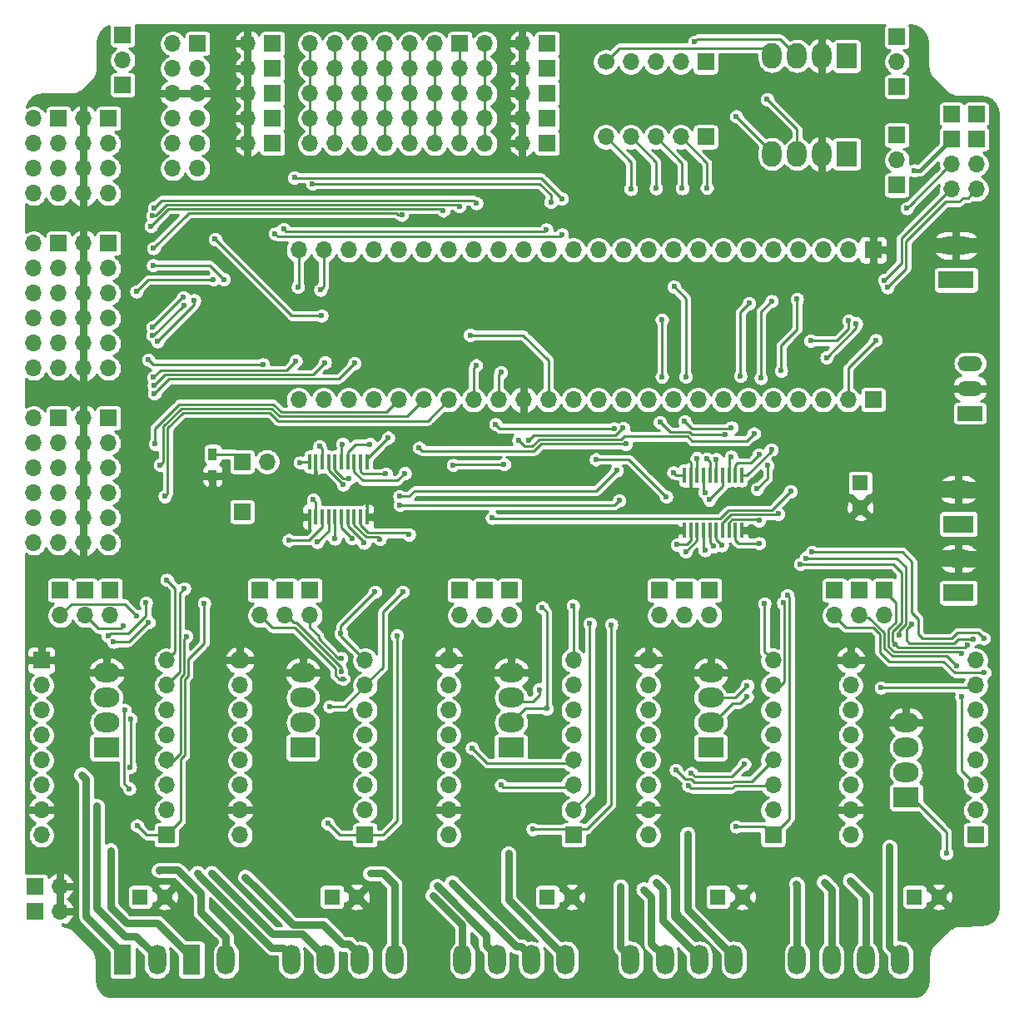
<source format=gtl>
G04 #@! TF.GenerationSoftware,KiCad,Pcbnew,(5.1.10)-1*
G04 #@! TF.CreationDate,2022-05-29T18:24:22-07:00*
G04 #@! TF.ProjectId,5Rose_030_Blue,35526f73-655f-4303-9330-5f426c75652e,rev?*
G04 #@! TF.SameCoordinates,Original*
G04 #@! TF.FileFunction,Copper,L1,Top*
G04 #@! TF.FilePolarity,Positive*
%FSLAX46Y46*%
G04 Gerber Fmt 4.6, Leading zero omitted, Abs format (unit mm)*
G04 Created by KiCad (PCBNEW (5.1.10)-1) date 2022-05-29 18:24:22*
%MOMM*%
%LPD*%
G01*
G04 APERTURE LIST*
G04 #@! TA.AperFunction,ComponentPad*
%ADD10R,1.700000X1.700000*%
G04 #@! TD*
G04 #@! TA.AperFunction,ComponentPad*
%ADD11O,1.700000X1.700000*%
G04 #@! TD*
G04 #@! TA.AperFunction,ComponentPad*
%ADD12O,2.600000X2.000000*%
G04 #@! TD*
G04 #@! TA.AperFunction,ComponentPad*
%ADD13R,2.600000X2.000000*%
G04 #@! TD*
G04 #@! TA.AperFunction,ComponentPad*
%ADD14O,1.998980X1.700000*%
G04 #@! TD*
G04 #@! TA.AperFunction,ComponentPad*
%ADD15O,1.800000X3.048000*%
G04 #@! TD*
G04 #@! TA.AperFunction,ComponentPad*
%ADD16C,1.600000*%
G04 #@! TD*
G04 #@! TA.AperFunction,ComponentPad*
%ADD17R,1.600000X1.600000*%
G04 #@! TD*
G04 #@! TA.AperFunction,ComponentPad*
%ADD18R,2.000000X2.600000*%
G04 #@! TD*
G04 #@! TA.AperFunction,ComponentPad*
%ADD19O,2.000000X2.600000*%
G04 #@! TD*
G04 #@! TA.AperFunction,ComponentPad*
%ADD20O,2.000000X1.700000*%
G04 #@! TD*
G04 #@! TA.AperFunction,ComponentPad*
%ADD21R,2.500000X1.500000*%
G04 #@! TD*
G04 #@! TA.AperFunction,ComponentPad*
%ADD22O,2.500000X1.500000*%
G04 #@! TD*
G04 #@! TA.AperFunction,ComponentPad*
%ADD23R,1.800000X3.048000*%
G04 #@! TD*
G04 #@! TA.AperFunction,ComponentPad*
%ADD24R,3.600000X1.800000*%
G04 #@! TD*
G04 #@! TA.AperFunction,ComponentPad*
%ADD25O,3.600000X1.800000*%
G04 #@! TD*
G04 #@! TA.AperFunction,ComponentPad*
%ADD26O,3.048000X1.800000*%
G04 #@! TD*
G04 #@! TA.AperFunction,ComponentPad*
%ADD27R,3.048000X1.800000*%
G04 #@! TD*
G04 #@! TA.AperFunction,ComponentPad*
%ADD28C,1.700000*%
G04 #@! TD*
G04 #@! TA.AperFunction,SMDPad,CuDef*
%ADD29R,0.300000X1.600000*%
G04 #@! TD*
G04 #@! TA.AperFunction,SMDPad,CuDef*
%ADD30R,0.900000X1.200000*%
G04 #@! TD*
G04 #@! TA.AperFunction,ViaPad*
%ADD31C,0.600000*%
G04 #@! TD*
G04 #@! TA.AperFunction,Conductor*
%ADD32C,0.762000*%
G04 #@! TD*
G04 #@! TA.AperFunction,Conductor*
%ADD33C,1.727200*%
G04 #@! TD*
G04 #@! TA.AperFunction,Conductor*
%ADD34C,0.228600*%
G04 #@! TD*
G04 #@! TA.AperFunction,Conductor*
%ADD35C,1.524000*%
G04 #@! TD*
G04 #@! TA.AperFunction,Conductor*
%ADD36C,0.635000*%
G04 #@! TD*
G04 #@! TA.AperFunction,Conductor*
%ADD37C,0.508000*%
G04 #@! TD*
G04 #@! TA.AperFunction,Conductor*
%ADD38C,0.304800*%
G04 #@! TD*
G04 #@! TA.AperFunction,Conductor*
%ADD39C,0.381000*%
G04 #@! TD*
G04 #@! TA.AperFunction,Conductor*
%ADD40C,0.254000*%
G04 #@! TD*
G04 #@! TA.AperFunction,Conductor*
%ADD41C,0.100000*%
G04 #@! TD*
G04 APERTURE END LIST*
D10*
X183743600Y-88239600D03*
D11*
X181203600Y-88239600D03*
X178663600Y-88239600D03*
X176123600Y-88239600D03*
X173583600Y-88239600D03*
X118110000Y-164465000D03*
D10*
X115570000Y-164465000D03*
D11*
X143510000Y-88900000D03*
X143510000Y-86360000D03*
X143510000Y-83820000D03*
X143510000Y-81280000D03*
X143510000Y-78740000D03*
X146050000Y-88900000D03*
X146050000Y-86360000D03*
X146050000Y-83820000D03*
X146050000Y-81280000D03*
X146050000Y-78740000D03*
X148590000Y-78740000D03*
X148590000Y-81280000D03*
X148590000Y-83820000D03*
X148590000Y-86360000D03*
X148590000Y-88900000D03*
X151130000Y-78740000D03*
X151130000Y-81280000D03*
X151130000Y-83820000D03*
X151130000Y-86360000D03*
X151130000Y-88900000D03*
D12*
X142773400Y-142748000D03*
X142773400Y-145288000D03*
X142773400Y-147828000D03*
D13*
X142773400Y-150368000D03*
D14*
X177901600Y-141478000D03*
D11*
X177901600Y-144018000D03*
X177901600Y-146558000D03*
X177901600Y-149098000D03*
X177901600Y-151638000D03*
X177901600Y-154178000D03*
X177901600Y-156718000D03*
X177901600Y-159258000D03*
D10*
X167640000Y-78740000D03*
D11*
X165100000Y-78740000D03*
D10*
X167640000Y-81280000D03*
D11*
X165100000Y-81280000D03*
D10*
X167640000Y-83820000D03*
D11*
X165100000Y-83820000D03*
D10*
X167640000Y-86360000D03*
D11*
X165100000Y-86360000D03*
D10*
X167640000Y-88900000D03*
D11*
X165100000Y-88900000D03*
X137160000Y-88900000D03*
D10*
X139700000Y-88900000D03*
D11*
X137160000Y-86360000D03*
D10*
X139700000Y-86360000D03*
D11*
X137160000Y-83820000D03*
D10*
X139700000Y-83820000D03*
D11*
X137160000Y-81280000D03*
D10*
X139700000Y-81280000D03*
D11*
X137160000Y-78740000D03*
D10*
X139700000Y-78740000D03*
D15*
X193040000Y-171958000D03*
X196540000Y-171958000D03*
X200040000Y-171958000D03*
X203540000Y-171958000D03*
X186598200Y-171958000D03*
X183098200Y-171958000D03*
X179598200Y-171958000D03*
X176098200Y-171958000D03*
X169516700Y-171958000D03*
X166016700Y-171958000D03*
X162516700Y-171958000D03*
X159016700Y-171958000D03*
X141605000Y-171958000D03*
X145105000Y-171958000D03*
X148605000Y-171958000D03*
X152105000Y-171958000D03*
D10*
X211302600Y-85928199D03*
X211302600Y-88468199D03*
D11*
X211302600Y-91008199D03*
X211302600Y-93548199D03*
X208762600Y-93548200D03*
X208762600Y-91008200D03*
D10*
X208762600Y-88468200D03*
X208762600Y-85928200D03*
D16*
X199466200Y-125931300D03*
D17*
X199466200Y-123431300D03*
D13*
X204139800Y-155435300D03*
D12*
X204139800Y-152895300D03*
X204139800Y-150355300D03*
X204139800Y-147815300D03*
D18*
X198120000Y-89979500D03*
D19*
X195580000Y-89979500D03*
X193040000Y-89979500D03*
X190500000Y-89979500D03*
X190500000Y-80010000D03*
X193040000Y-80010000D03*
X195580000Y-80010000D03*
D18*
X198120000Y-80010000D03*
D12*
X184251600Y-142748000D03*
X184251600Y-145288000D03*
X184251600Y-147828000D03*
D13*
X184251600Y-150368000D03*
X163944300Y-150368000D03*
D12*
X163944300Y-147828000D03*
X163944300Y-145288000D03*
X163944300Y-142748000D03*
D10*
X143510000Y-134366000D03*
D11*
X143510000Y-136906000D03*
D10*
X140970000Y-134366000D03*
D11*
X140970000Y-136906000D03*
D10*
X138430000Y-134366000D03*
D11*
X138430000Y-136906000D03*
X158750000Y-136906000D03*
D10*
X158750000Y-134366000D03*
D11*
X161290000Y-136906000D03*
D10*
X161290000Y-134366000D03*
D11*
X163830000Y-136906000D03*
D10*
X163830000Y-134366000D03*
X201930000Y-134366000D03*
D11*
X201930000Y-136906000D03*
D10*
X199390000Y-134366000D03*
D11*
X199390000Y-136906000D03*
D10*
X196850000Y-134366000D03*
D11*
X196850000Y-136906000D03*
X179070000Y-136906000D03*
D10*
X179070000Y-134366000D03*
D11*
X181610000Y-136906000D03*
D10*
X181610000Y-134366000D03*
D11*
X184150000Y-136906000D03*
D10*
X184150000Y-134366000D03*
D16*
X187488200Y-165544500D03*
D17*
X184988200Y-165544500D03*
D10*
X203200000Y-93147154D03*
D11*
X203200000Y-90607154D03*
D10*
X203200000Y-88067154D03*
X203200000Y-78054200D03*
D11*
X203200000Y-80594200D03*
D10*
X203200000Y-83134200D03*
X124460000Y-77876400D03*
D11*
X124460000Y-80416400D03*
D10*
X124460000Y-82956400D03*
D20*
X198501000Y-141478000D03*
D11*
X198501000Y-144018000D03*
X198501000Y-146558000D03*
X198501000Y-149098000D03*
X198501000Y-151638000D03*
X198501000Y-154178000D03*
X198501000Y-156718000D03*
X198501000Y-159258000D03*
X211201000Y-141478000D03*
X211201000Y-144018000D03*
X211201000Y-146558000D03*
X211201000Y-149098000D03*
X211201000Y-151638000D03*
X211201000Y-154178000D03*
X211201000Y-156718000D03*
D10*
X211201000Y-159258000D03*
D11*
X190601600Y-141478000D03*
X190601600Y-144018000D03*
X190601600Y-146558000D03*
X190601600Y-149098000D03*
X190601600Y-151638000D03*
X190601600Y-154178000D03*
X190601600Y-156718000D03*
D10*
X190601600Y-159258000D03*
D20*
X157594300Y-141478000D03*
D11*
X157594300Y-144018000D03*
X157594300Y-146558000D03*
X157594300Y-149098000D03*
X157594300Y-151638000D03*
X157594300Y-154178000D03*
X157594300Y-156718000D03*
X157594300Y-159258000D03*
D20*
X136398000Y-141478000D03*
D11*
X136398000Y-144018000D03*
X136398000Y-146558000D03*
X136398000Y-149098000D03*
X136398000Y-151638000D03*
X136398000Y-154178000D03*
X136398000Y-156718000D03*
X136398000Y-159258000D03*
X170294300Y-141478000D03*
X170294300Y-144018000D03*
X170294300Y-146558000D03*
X170294300Y-149098000D03*
X170294300Y-151638000D03*
X170294300Y-154178000D03*
X170294300Y-156718000D03*
D10*
X170294300Y-159258000D03*
D11*
X149098000Y-141478000D03*
X149098000Y-144018000D03*
X149098000Y-146558000D03*
X149098000Y-149098000D03*
X149098000Y-151638000D03*
X149098000Y-154178000D03*
X149098000Y-156718000D03*
D10*
X149098000Y-159258000D03*
D21*
X210629500Y-116357400D03*
D22*
X210629500Y-113817400D03*
X210629500Y-111277400D03*
D16*
X148257900Y-165544500D03*
D17*
X145757900Y-165544500D03*
X167652700Y-165544500D03*
D16*
X170152700Y-165544500D03*
X207478000Y-165544500D03*
D17*
X204978000Y-165544500D03*
D11*
X153670000Y-78740000D03*
X153670000Y-81280000D03*
X153670000Y-83820000D03*
X153670000Y-86360000D03*
X153670000Y-88900000D03*
X156210000Y-88900000D03*
X156210000Y-86360000D03*
X156210000Y-83820000D03*
X156210000Y-81280000D03*
X156210000Y-78740000D03*
D15*
X134960000Y-171958000D03*
D23*
X131460000Y-171958000D03*
D15*
X127960000Y-171958000D03*
D23*
X124460000Y-171958000D03*
D11*
X116205000Y-159258000D03*
X116205000Y-156718000D03*
X116205000Y-154178000D03*
X116205000Y-151638000D03*
X116205000Y-149098000D03*
X116205000Y-146558000D03*
X116205000Y-144018000D03*
D10*
X116205000Y-141478000D03*
X128905000Y-159258000D03*
D11*
X128905000Y-156718000D03*
X128905000Y-154178000D03*
X128905000Y-151638000D03*
X128905000Y-149098000D03*
X128905000Y-146558000D03*
X128905000Y-144018000D03*
X128905000Y-141478000D03*
X118110000Y-136906000D03*
D10*
X118110000Y-134366000D03*
D11*
X120650000Y-136906000D03*
D10*
X120650000Y-134366000D03*
D11*
X123190000Y-136906000D03*
D10*
X123190000Y-134366000D03*
D12*
X122809000Y-142748000D03*
X122809000Y-145288000D03*
X122809000Y-147828000D03*
D13*
X122809000Y-150368000D03*
D16*
X128738000Y-165544500D03*
D17*
X126238000Y-165544500D03*
D24*
X209219800Y-102781100D03*
D25*
X209219800Y-99281100D03*
D11*
X139141200Y-121285000D03*
D10*
X136601200Y-121285000D03*
D11*
X161290000Y-88900000D03*
X161290000Y-86360000D03*
X161290000Y-83820000D03*
X161290000Y-81280000D03*
X161290000Y-78740000D03*
D10*
X115570000Y-167005000D03*
D11*
X118110000Y-167005000D03*
D26*
X209473800Y-124120000D03*
D27*
X209473800Y-127620000D03*
D26*
X209473800Y-131120000D03*
D27*
X209473800Y-134620000D03*
D11*
X120472200Y-93980000D03*
X123012200Y-93980000D03*
X120472200Y-91440000D03*
X123012200Y-91440000D03*
X120472200Y-88900000D03*
X123012200Y-88900000D03*
X120472200Y-86360000D03*
D10*
X123012200Y-86360000D03*
D11*
X120472200Y-129540000D03*
X123012200Y-129540000D03*
X120472200Y-127000000D03*
X123012200Y-127000000D03*
X120472200Y-124460000D03*
X123012200Y-124460000D03*
X120472200Y-121920000D03*
X123012200Y-121920000D03*
X120472200Y-119380000D03*
X123012200Y-119380000D03*
X120472200Y-116840000D03*
D10*
X123012200Y-116840000D03*
D11*
X115392200Y-93980000D03*
X117932200Y-93980000D03*
X115392200Y-91440000D03*
X117932200Y-91440000D03*
X115392200Y-88900000D03*
X117932200Y-88900000D03*
X115392200Y-86360000D03*
D10*
X117932200Y-86360000D03*
D11*
X115392200Y-111760000D03*
X117932200Y-111760000D03*
X115392200Y-109220000D03*
X117932200Y-109220000D03*
X115392200Y-106680000D03*
X117932200Y-106680000D03*
X115392200Y-104140000D03*
X117932200Y-104140000D03*
X115392200Y-101600000D03*
X117932200Y-101600000D03*
X115392200Y-99060000D03*
D10*
X117932200Y-99060000D03*
X123012200Y-99060000D03*
D11*
X120472200Y-99060000D03*
X123012200Y-101600000D03*
X120472200Y-101600000D03*
X123012200Y-104140000D03*
X120472200Y-104140000D03*
X123012200Y-106680000D03*
X120472200Y-106680000D03*
X123012200Y-109220000D03*
X120472200Y-109220000D03*
X123012200Y-111760000D03*
X120472200Y-111760000D03*
X115392200Y-129540000D03*
X117932200Y-129540000D03*
X115392200Y-127000000D03*
X117932200Y-127000000D03*
X115392200Y-124460000D03*
X117932200Y-124460000D03*
X115392200Y-121920000D03*
X117932200Y-121920000D03*
X115392200Y-119380000D03*
X117932200Y-119380000D03*
X115392200Y-116840000D03*
D10*
X117932200Y-116840000D03*
X183743600Y-80619600D03*
D11*
X181203600Y-80619600D03*
X178663600Y-80619600D03*
X176123600Y-80619600D03*
D28*
X173583600Y-80619600D03*
D11*
X158750000Y-88900000D03*
X158750000Y-86360000D03*
X158750000Y-83820000D03*
X158750000Y-81280000D03*
D10*
X158750000Y-78740000D03*
D11*
X129540000Y-91440000D03*
X132080000Y-91440000D03*
X129540000Y-88900000D03*
X132080000Y-88900000D03*
X129540000Y-86360000D03*
X132080000Y-86360000D03*
X129540000Y-83820000D03*
X132080000Y-83820000D03*
X129540000Y-81280000D03*
X132080000Y-81280000D03*
X129540000Y-78740000D03*
D10*
X132080000Y-78740000D03*
X200774300Y-99745800D03*
D11*
X198234300Y-99745800D03*
X195694300Y-99745800D03*
X193154300Y-99745800D03*
X190614300Y-99745800D03*
X188074300Y-99745800D03*
X185534300Y-99745800D03*
X182994300Y-99745800D03*
X180454300Y-99745800D03*
X177914300Y-99745800D03*
X175374300Y-99745800D03*
X172834300Y-99745800D03*
X170294300Y-99745800D03*
X167754300Y-99745800D03*
X165214300Y-99745800D03*
X162674300Y-99745800D03*
X160134300Y-99745800D03*
X157594300Y-99745800D03*
X155054300Y-99745800D03*
X152514300Y-99745800D03*
X149974300Y-99745800D03*
X147434300Y-99745800D03*
X144894300Y-99745800D03*
X142354300Y-99745800D03*
X142354300Y-114985800D03*
X144894300Y-114985800D03*
X147434300Y-114985800D03*
X149974300Y-114985800D03*
X152514300Y-114985800D03*
X155054300Y-114985800D03*
X157594300Y-114985800D03*
X160134300Y-114985800D03*
X162674300Y-114985800D03*
X165214300Y-114985800D03*
X167754300Y-114985800D03*
X170294300Y-114985800D03*
X172834300Y-114985800D03*
X175374300Y-114985800D03*
X177914300Y-114985800D03*
X180454300Y-114985800D03*
X182994300Y-114985800D03*
X185534300Y-114985800D03*
X188074300Y-114985800D03*
X190614300Y-114985800D03*
X193154300Y-114985800D03*
X195694300Y-114985800D03*
X198234300Y-114985800D03*
D10*
X200774300Y-114985800D03*
D29*
X182230600Y-122663300D03*
X181580600Y-122663300D03*
X182880600Y-122663300D03*
X183530600Y-122663300D03*
X184180600Y-122663300D03*
X184830600Y-122663300D03*
X185480600Y-122663300D03*
X186130600Y-122663300D03*
X187430600Y-128263300D03*
X186780600Y-128263300D03*
X186130600Y-128263300D03*
X185480600Y-128263300D03*
X181580600Y-128263300D03*
X182230600Y-128263300D03*
X182880600Y-128263300D03*
X183530600Y-128263300D03*
X184180600Y-128263300D03*
X184830600Y-128263300D03*
X186780600Y-122663300D03*
X187430600Y-122663300D03*
X144105200Y-121291700D03*
X143455200Y-121291700D03*
X144755200Y-121291700D03*
X145405200Y-121291700D03*
X146055200Y-121291700D03*
X146705200Y-121291700D03*
X147355200Y-121291700D03*
X148005200Y-121291700D03*
X149305200Y-126891700D03*
X148655200Y-126891700D03*
X148005200Y-126891700D03*
X147355200Y-126891700D03*
X143455200Y-126891700D03*
X144105200Y-126891700D03*
X144755200Y-126891700D03*
X145405200Y-126891700D03*
X146055200Y-126891700D03*
X146705200Y-126891700D03*
X148655200Y-121291700D03*
X149305200Y-121291700D03*
D30*
X133604000Y-120502500D03*
X133604000Y-122702500D03*
D10*
X136601200Y-126365000D03*
D31*
X133477000Y-163131500D03*
X132029200Y-163131500D03*
X149644100Y-163169600D03*
X136918700Y-163525200D03*
X156400500Y-164439600D03*
X156002022Y-165401608D03*
X163677600Y-161124900D03*
X157937200Y-164122100D03*
X177431700Y-164782500D03*
X175069500Y-164490400D03*
X181902100Y-159143700D03*
X178663600Y-164020500D03*
X204978000Y-91655900D03*
X144678400Y-106426000D03*
X159791400Y-108394500D03*
X133870701Y-98653599D03*
X167538400Y-97663000D03*
X140830300Y-97637600D03*
X172600035Y-121050735D03*
X179730400Y-124841000D03*
X184124600Y-125145800D03*
X174440173Y-117895961D03*
X146824700Y-119494300D03*
X162369500Y-117470290D03*
X163245800Y-121551700D03*
X165784677Y-119118010D03*
X175348900Y-117856000D03*
X151217843Y-122529790D03*
X158076900Y-121627900D03*
X154609800Y-119862600D03*
X175621667Y-119468899D03*
X149593300Y-119494300D03*
X174713900Y-122161300D03*
X147497800Y-122961400D03*
X152602602Y-124783315D03*
X146888200Y-123609100D03*
X152649159Y-125698639D03*
X174955200Y-125222000D03*
X182854600Y-120929400D03*
X164714216Y-119118010D03*
X151447500Y-118846600D03*
X188658500Y-118427500D03*
X183667400Y-124396500D03*
X190042800Y-121678700D03*
X188963300Y-124040900D03*
X192379600Y-124294900D03*
X162026600Y-126988821D03*
X153149300Y-122453400D03*
X201053700Y-108927900D03*
X204216000Y-95491300D03*
X139970467Y-98078333D03*
X169125901Y-98171000D03*
X168008300Y-94873710D03*
X143751300Y-93006810D03*
X169125900Y-94526100D03*
X141922500Y-92375090D03*
X176136300Y-93548200D03*
X178689000Y-93459300D03*
X180530500Y-103479600D03*
X181722187Y-112628310D03*
X184810400Y-121043700D03*
X181610000Y-117195600D03*
X186368036Y-117822855D03*
X179298600Y-106845100D03*
X179299250Y-112628310D03*
X183870600Y-120992900D03*
X179095400Y-117271800D03*
X185691410Y-118533810D03*
X187274200Y-112547400D03*
X188175900Y-105168700D03*
X186347100Y-120777000D03*
X189369700Y-112776000D03*
X190449200Y-104940100D03*
X189166500Y-120548400D03*
X193040000Y-104749600D03*
X191427100Y-112031410D03*
X190436500Y-120053100D03*
X181368700Y-93459300D03*
X183870600Y-93421200D03*
X146875500Y-143383000D03*
X146689003Y-142605030D03*
X159981900Y-150406100D03*
X162953700Y-154190700D03*
X180720468Y-152650481D03*
X181998791Y-154211116D03*
X146662185Y-141272219D03*
X171970700Y-137769600D03*
X187680600Y-152044400D03*
X182295800Y-152971500D03*
X138713196Y-111380668D03*
X127063500Y-110909100D03*
X142049500Y-111021879D03*
X127599483Y-112702383D03*
X145034000Y-111188500D03*
X127632783Y-113537850D03*
X148043900Y-111264700D03*
X127683767Y-114355632D03*
X127749300Y-119468902D03*
X128282700Y-121627900D03*
X128739900Y-124802900D03*
X198272400Y-106934000D03*
X194424300Y-108978700D03*
X160413700Y-111480600D03*
X201942700Y-102806498D03*
X196049900Y-110680500D03*
X199047100Y-107213400D03*
X162928300Y-112191800D03*
X202239247Y-103549522D03*
X209787533Y-140788433D03*
X180479700Y-122377200D03*
X142494000Y-121373900D03*
X127330200Y-97320100D03*
X157060900Y-95734121D03*
X127596900Y-99555300D03*
X152869900Y-96162732D03*
X127558800Y-101295200D03*
X134759700Y-102730300D03*
X125857000Y-103962200D03*
X133696942Y-102754179D03*
X127520700Y-107581700D03*
X130623802Y-104545610D03*
X130667189Y-105344444D03*
X144564100Y-103797100D03*
X127490297Y-108415446D03*
X131736872Y-104871662D03*
X142290800Y-103517700D03*
X128003302Y-109042200D03*
X127522784Y-96258750D03*
X158686500Y-95305510D03*
X127673100Y-95440500D03*
X160439100Y-94983300D03*
X193361697Y-131708420D03*
X203034900Y-139877800D03*
X210337400Y-139941300D03*
X189179200Y-129578100D03*
X193940580Y-131091197D03*
X203438694Y-138950935D03*
X201569690Y-144255800D03*
X189187003Y-127268221D03*
X194544773Y-130472805D03*
X208216500Y-161112200D03*
X212026500Y-139255500D03*
X191135000Y-126593600D03*
X210934300Y-139331700D03*
X204711300Y-137820400D03*
X209765334Y-145174266D03*
X209268004Y-142067137D03*
X212098658Y-142748000D03*
X166814500Y-144462500D03*
X180848000Y-129717800D03*
X170256200Y-135940800D03*
X167576500Y-146392900D03*
X167132000Y-136118600D03*
X153568400Y-128701800D03*
X166154100Y-158673800D03*
X174142398Y-137858500D03*
X181724300Y-130416300D03*
X186867800Y-158407100D03*
X192049400Y-134861300D03*
X185394600Y-129781300D03*
X189738000Y-135712200D03*
X187972700Y-144056100D03*
X183667400Y-130289300D03*
X187934600Y-145199100D03*
X191650990Y-135648700D03*
X184578467Y-129887101D03*
X150126700Y-134518400D03*
X146646900Y-138760200D03*
X149016853Y-129523295D03*
X152933400Y-134518400D03*
X145491202Y-146177000D03*
X150609300Y-129138310D03*
X145313400Y-158076900D03*
X152361900Y-138963400D03*
X147764500Y-129082800D03*
X192963800Y-164223700D03*
X195770500Y-164045900D03*
X198424800Y-163855400D03*
X202437998Y-160451802D03*
X190004700Y-84429600D03*
X186846749Y-86161510D03*
X182613300Y-78562200D03*
X128143000Y-162839400D03*
X123215400Y-160820100D03*
X121831100Y-156298900D03*
X120269000Y-153111200D03*
X132753957Y-135674957D03*
X146050000Y-129108200D03*
X125920500Y-158305500D03*
X125133100Y-154546300D03*
X124658490Y-146532600D03*
X125247400Y-147459700D03*
X125209300Y-152336500D03*
X124523500Y-138010900D03*
X130949700Y-139052300D03*
X125911567Y-136985967D03*
X130721100Y-134188200D03*
X144246600Y-129451100D03*
X126822200Y-135636000D03*
X122966125Y-139012326D03*
X128955800Y-133311900D03*
X141351000Y-129260600D03*
X127088900Y-137629900D03*
X123541111Y-139611777D03*
X143827500Y-125145800D03*
X144475200Y-119710200D03*
D32*
X145105000Y-171704000D02*
X142752311Y-169351311D01*
X139696811Y-169351311D02*
X133477000Y-163131500D01*
X142752311Y-169351311D02*
X139696811Y-169351311D01*
X132329199Y-163431499D02*
X132029200Y-163131500D01*
X139623800Y-170726100D02*
X132329199Y-163431499D01*
X140741400Y-170726100D02*
X139623800Y-170726100D01*
X141605000Y-171589700D02*
X140741400Y-170726100D01*
X141605000Y-171704000D02*
X141605000Y-171589700D01*
X152105000Y-164335100D02*
X150939500Y-163169600D01*
X150939500Y-163169600D02*
X149644100Y-163169600D01*
X152105000Y-171704000D02*
X152105000Y-164335100D01*
X141782800Y-168389300D02*
X138087100Y-164693600D01*
X144818100Y-168389300D02*
X141782800Y-168389300D01*
X146767550Y-170338750D02*
X144818100Y-168389300D01*
X138087100Y-164693600D02*
X136918700Y-163525200D01*
X147478750Y-170338750D02*
X146767550Y-170338750D01*
X148605000Y-171465000D02*
X147478750Y-170338750D01*
X148605000Y-171704000D02*
X148605000Y-171465000D01*
X161429700Y-169468800D02*
X156400500Y-164439600D01*
X161429700Y-170522900D02*
X161429700Y-169468800D01*
X162516700Y-171609900D02*
X161429700Y-170522900D01*
X162516700Y-171704000D02*
X162516700Y-171609900D01*
X159016700Y-168416286D02*
X156002022Y-165401608D01*
X159016700Y-171704000D02*
X159016700Y-168416286D01*
X163677600Y-165864900D02*
X163677600Y-161124900D01*
X169516700Y-171704000D02*
X163677600Y-165864900D01*
X158000700Y-164122100D02*
X157937200Y-164122100D01*
X164966650Y-170592750D02*
X164471350Y-170592750D01*
X164471350Y-170592750D02*
X158000700Y-164122100D01*
X166016700Y-171642800D02*
X164966650Y-170592750D01*
X166016700Y-171704000D02*
X166016700Y-171642800D01*
X178219100Y-170324900D02*
X179598200Y-171704000D01*
X178219100Y-165569900D02*
X178219100Y-170324900D01*
X177431700Y-164782500D02*
X178219100Y-165569900D01*
X175094900Y-164515800D02*
X175069500Y-164490400D01*
X175094900Y-170700700D02*
X175094900Y-164515800D01*
X176098200Y-171704000D02*
X175094900Y-170700700D01*
X181902100Y-166878000D02*
X181902100Y-159143700D01*
X186598200Y-171704000D02*
X186598200Y-171574100D01*
X186598200Y-171574100D02*
X181902100Y-166878000D01*
X179387500Y-164744400D02*
X178663600Y-164020500D01*
X179387500Y-167993300D02*
X179387500Y-164744400D01*
X183098200Y-171704000D02*
X179387500Y-167993300D01*
D33*
X209555199Y-131102100D02*
X207238600Y-131102100D01*
X211759800Y-131191000D02*
X210484600Y-131190999D01*
X211721700Y-124206000D02*
X210446500Y-124205999D01*
X209517099Y-124117100D02*
X207200500Y-124117100D01*
D34*
X120396000Y-88823800D02*
X120484900Y-88823800D01*
D35*
X207441800Y-99275900D02*
X211264500Y-99275900D01*
D36*
X120472200Y-93980000D02*
X120396000Y-93903800D01*
X120396000Y-111836200D02*
X120472200Y-111760000D01*
X120484900Y-93992700D02*
X120472200Y-93980000D01*
D37*
X120472200Y-86360000D02*
X120472200Y-88900000D01*
X120472200Y-88900000D02*
X120472200Y-91440000D01*
X120472200Y-91440000D02*
X120472200Y-93980000D01*
D34*
X182230600Y-122663300D02*
X182230600Y-121346800D01*
X182230600Y-121346800D02*
X181648100Y-120764300D01*
X182270400Y-124091700D02*
X182230600Y-124131500D01*
D38*
X182232300Y-122690400D02*
X182232300Y-124079000D01*
D34*
X182230600Y-122663300D02*
X182270400Y-122703100D01*
D38*
X144105200Y-121291700D02*
X144105200Y-122493200D01*
D39*
X208762600Y-88468200D02*
X208254600Y-88468200D01*
X205574900Y-91655900D02*
X208762600Y-88468200D01*
X204978000Y-91655900D02*
X205574900Y-91655900D01*
D34*
X165188900Y-108394500D02*
X159791400Y-108394500D01*
X167754300Y-110959900D02*
X165188900Y-108394500D01*
X167754300Y-114985800D02*
X167754300Y-110959900D01*
X144678400Y-106426000D02*
X141643102Y-106426000D01*
X141643102Y-106426000D02*
X133870701Y-98653599D01*
X141046200Y-97853500D02*
X140830300Y-97637600D01*
X167347900Y-97853500D02*
X141046200Y-97853500D01*
X167538400Y-97663000D02*
X167347900Y-97853500D01*
X175940135Y-121050735D02*
X179730400Y-124841000D01*
X172600035Y-121050735D02*
X175940135Y-121050735D01*
X185480600Y-122663300D02*
X185480600Y-123789800D01*
X185480600Y-123789800D02*
X184124600Y-125145800D01*
X146705200Y-119613800D02*
X146824700Y-119494300D01*
X146705200Y-121291700D02*
X146705200Y-119613800D01*
X174440173Y-117895961D02*
X162795171Y-117895961D01*
X162795171Y-117895961D02*
X162369500Y-117470290D01*
X165784677Y-119118010D02*
X166291009Y-118611678D01*
X166291009Y-118611678D02*
X174593222Y-118611678D01*
X174593222Y-118611678D02*
X175348900Y-117856000D01*
X148864690Y-122529790D02*
X151217843Y-122529790D01*
X148655200Y-122320300D02*
X148864690Y-122529790D01*
X148655200Y-121291700D02*
X148655200Y-122320300D01*
X163245800Y-121551700D02*
X158153100Y-121551700D01*
X158153100Y-121551700D02*
X158076900Y-121627900D01*
X166298601Y-120162599D02*
X166992301Y-119468899D01*
X154909799Y-120162599D02*
X166298601Y-120162599D01*
X154609800Y-119862600D02*
X154909799Y-120162599D01*
X166992301Y-119468899D02*
X175621667Y-119468899D01*
X148124000Y-119494300D02*
X149593300Y-119494300D01*
X147355200Y-120263100D02*
X148124000Y-119494300D01*
X147355200Y-121291700D02*
X147355200Y-120263100D01*
X146055200Y-122169954D02*
X146846646Y-122961400D01*
X146055200Y-121291700D02*
X146055200Y-122169954D01*
X146846646Y-122961400D02*
X147497800Y-122961400D01*
X153587985Y-124783315D02*
X152602602Y-124783315D01*
X154127200Y-124244100D02*
X153587985Y-124783315D01*
X172631100Y-124244100D02*
X154127200Y-124244100D01*
X174713900Y-122161300D02*
X172631100Y-124244100D01*
X145405200Y-122126100D02*
X145405200Y-121291700D01*
X146888200Y-123609100D02*
X145405200Y-122126100D01*
X174478561Y-125698639D02*
X174955200Y-125222000D01*
X152649159Y-125698639D02*
X174478561Y-125698639D01*
X182880600Y-120955400D02*
X182854600Y-120929400D01*
X182880600Y-122663300D02*
X182880600Y-120955400D01*
X149305200Y-120988900D02*
X151447500Y-118846600D01*
X149305200Y-121291700D02*
X149305200Y-120988900D01*
X166814765Y-119040288D02*
X175164458Y-119040288D01*
X175164458Y-119040288D02*
X175495748Y-118708999D01*
X164714216Y-119118010D02*
X165328518Y-119732312D01*
X181911105Y-118708999D02*
X182361405Y-119159299D01*
X165328518Y-119732312D02*
X166122742Y-119732312D01*
X166122742Y-119732312D02*
X166814765Y-119040288D01*
X187926701Y-119159299D02*
X188658500Y-118427500D01*
X175495748Y-118708999D02*
X181911105Y-118708999D01*
X182361405Y-119159299D02*
X187926701Y-119159299D01*
X183530600Y-124259700D02*
X183667400Y-124396500D01*
X183530600Y-122663300D02*
X183530600Y-124259700D01*
X190042800Y-122961400D02*
X188963300Y-124040900D01*
X190042800Y-121678700D02*
X190042800Y-122961400D01*
X192079601Y-124594899D02*
X192379600Y-124294900D01*
X190449200Y-126225300D02*
X192079601Y-124594899D01*
X186067700Y-126225300D02*
X190449200Y-126225300D01*
X185216800Y-127076200D02*
X186067700Y-126225300D01*
X162113979Y-127076200D02*
X185216800Y-127076200D01*
X162026600Y-126988821D02*
X162113979Y-127076200D01*
X148005200Y-121291700D02*
X148005200Y-122320300D01*
X148005200Y-122320300D02*
X148874900Y-123190000D01*
X152412700Y-123190000D02*
X153149300Y-122453400D01*
X148874900Y-123190000D02*
X152412700Y-123190000D01*
X198234300Y-114985800D02*
X198234300Y-111747300D01*
X198234300Y-111747300D02*
X201053700Y-108927900D01*
X208254600Y-91008200D02*
X208254600Y-91452700D01*
X208254600Y-91452700D02*
X204515999Y-95191301D01*
X204515999Y-95191301D02*
X204216000Y-95491300D01*
X168935401Y-98361500D02*
X169125901Y-98171000D01*
X140253634Y-98361500D02*
X168935401Y-98361500D01*
X139970467Y-98078333D02*
X140253634Y-98361500D01*
X166882710Y-93006810D02*
X143751300Y-93006810D01*
X168008300Y-94132400D02*
X166882710Y-93006810D01*
X168008300Y-94873710D02*
X168008300Y-94132400D01*
X141939910Y-92392500D02*
X141922500Y-92375090D01*
X166992300Y-92392500D02*
X141939910Y-92392500D01*
X169125900Y-94526100D02*
X166992300Y-92392500D01*
X173583600Y-88239600D02*
X176136300Y-90792300D01*
X176136300Y-90792300D02*
X176136300Y-93548200D01*
X176123600Y-88239600D02*
X178689000Y-90805000D01*
X178689000Y-90805000D02*
X178689000Y-93459300D01*
X181722187Y-104671287D02*
X181722187Y-112628310D01*
X180530500Y-103479600D02*
X181722187Y-104671287D01*
X184830600Y-121063900D02*
X184810400Y-121043700D01*
X184830600Y-122663300D02*
X184830600Y-121063900D01*
X186271391Y-117919500D02*
X186368036Y-117822855D01*
X181610000Y-117195600D02*
X182333900Y-117919500D01*
X182333900Y-117919500D02*
X186271391Y-117919500D01*
X179298600Y-112627660D02*
X179299250Y-112628310D01*
X179298600Y-106845100D02*
X179298600Y-112627660D01*
X184180600Y-121302900D02*
X183870600Y-120992900D01*
X184180600Y-122663300D02*
X184180600Y-121302900D01*
X182342063Y-118533810D02*
X185691410Y-118533810D01*
X182088063Y-118279810D02*
X182342063Y-118533810D01*
X179095400Y-117271800D02*
X180103410Y-118279810D01*
X180103410Y-118279810D02*
X182088063Y-118279810D01*
X187274200Y-106070400D02*
X188175900Y-105168700D01*
X187274200Y-112547400D02*
X187274200Y-106070400D01*
X186130600Y-120993500D02*
X186347100Y-120777000D01*
X186130600Y-122663300D02*
X186130600Y-120993500D01*
X189369700Y-106019600D02*
X190449200Y-104940100D01*
X189369700Y-112776000D02*
X189369700Y-106019600D01*
X188328300Y-121386600D02*
X189166500Y-120548400D01*
X187028700Y-121386600D02*
X188328300Y-121386600D01*
X186780600Y-121634700D02*
X187028700Y-121386600D01*
X186780600Y-122663300D02*
X186780600Y-121634700D01*
X191427100Y-109448600D02*
X191427100Y-112031410D01*
X193040000Y-107835700D02*
X191427100Y-109448600D01*
X193040000Y-104749600D02*
X193040000Y-107835700D01*
X190436500Y-120162166D02*
X190436500Y-120053100D01*
X187430600Y-122663300D02*
X187935366Y-122663300D01*
X187935366Y-122663300D02*
X190436500Y-120162166D01*
X178663600Y-88239600D02*
X181368700Y-90944700D01*
X181368700Y-90944700D02*
X181368700Y-93459300D01*
X183870600Y-90906600D02*
X183870600Y-93421200D01*
X181203600Y-88239600D02*
X183870600Y-90906600D01*
X146913600Y-143421100D02*
X146875500Y-143383000D01*
X141986000Y-138188700D02*
X146074701Y-142277401D01*
X147116800Y-143421100D02*
X146913600Y-143421100D01*
X146074701Y-143006465D02*
X146451236Y-143383000D01*
X139712700Y-138188700D02*
X141986000Y-138188700D01*
X146451236Y-143383000D02*
X146875500Y-143383000D01*
X146074701Y-142277401D02*
X146074701Y-143006465D01*
X138430000Y-136906000D02*
X139712700Y-138188700D01*
X141135100Y-136906000D02*
X141863669Y-137634569D01*
X142142806Y-137634569D02*
X146689003Y-142180766D01*
X140970000Y-136906000D02*
X141135100Y-136906000D01*
X141863669Y-137634569D02*
X142142806Y-137634569D01*
X146689003Y-142180766D02*
X146689003Y-142605030D01*
X161518600Y-151942800D02*
X159981900Y-150406100D01*
X169837100Y-151942800D02*
X161518600Y-151942800D01*
X170294300Y-152400000D02*
X169837100Y-151942800D01*
X163156900Y-154393900D02*
X162953700Y-154190700D01*
X169748200Y-154393900D02*
X163156900Y-154393900D01*
X170294300Y-154940000D02*
X169748200Y-154393900D01*
X182303954Y-153585801D02*
X181655788Y-153585801D01*
X182626264Y-153908111D02*
X182303954Y-153585801D01*
X186423036Y-153908111D02*
X182626264Y-153908111D01*
X186550036Y-153781111D02*
X186423036Y-153908111D01*
X188458489Y-153781111D02*
X186550036Y-153781111D01*
X190601600Y-151638000D02*
X188458489Y-153781111D01*
X181655788Y-153585801D02*
X180720468Y-152650481D01*
X186726178Y-154211116D02*
X186426179Y-154511115D01*
X182298790Y-154511115D02*
X181998791Y-154211116D01*
X189806484Y-154211116D02*
X186726178Y-154211116D01*
X189839600Y-154178000D02*
X189806484Y-154211116D01*
X186426179Y-154511115D02*
X182298790Y-154511115D01*
X144408246Y-139280900D02*
X146399565Y-141272219D01*
X144408246Y-139010746D02*
X144408246Y-139280900D01*
X143510000Y-138112500D02*
X144408246Y-139010746D01*
X146399565Y-141272219D02*
X146662185Y-141272219D01*
X143510000Y-136906000D02*
X143510000Y-138112500D01*
X170294300Y-157480000D02*
X170294300Y-156718000D01*
X170294300Y-156718000D02*
X171970700Y-155041600D01*
X171970700Y-155041600D02*
X171970700Y-137769600D01*
X187680600Y-152044400D02*
X186385200Y-153339800D01*
X186385200Y-153339800D02*
X182664100Y-153339800D01*
X182664100Y-153339800D02*
X182295800Y-152971500D01*
X138713196Y-111380668D02*
X127535068Y-111380668D01*
X127535068Y-111380668D02*
X127063500Y-110909100D01*
X141076401Y-111994978D02*
X142049500Y-111021879D01*
X127599483Y-112702383D02*
X128306888Y-111994978D01*
X128306888Y-111994978D02*
X141076401Y-111994978D01*
X127668241Y-113502392D02*
X127632783Y-113537850D01*
X127695940Y-113502392D02*
X127668241Y-113502392D01*
X128747044Y-112423589D02*
X127632783Y-113537850D01*
X143798911Y-112423589D02*
X128747044Y-112423589D01*
X145034000Y-111188500D02*
X143798911Y-112423589D01*
X148043900Y-111264700D02*
X146456400Y-112852200D01*
X129187199Y-112852200D02*
X127683767Y-114355632D01*
X146456400Y-112852200D02*
X129187199Y-112852200D01*
X152514300Y-114985800D02*
X151244300Y-116255800D01*
X139762972Y-115423978D02*
X130201558Y-115423978D01*
X151244300Y-116255800D02*
X140594792Y-116255800D01*
X140594792Y-116255800D02*
X139762972Y-115423978D01*
X130201558Y-115423978D02*
X127749300Y-117876236D01*
X127749300Y-117876236D02*
X127749300Y-119468902D01*
X128582699Y-121327901D02*
X128282700Y-121627900D01*
X128582699Y-117673754D02*
X128582699Y-121327901D01*
X130403864Y-115852589D02*
X128582699Y-117673754D01*
X139585436Y-115852589D02*
X130403864Y-115852589D01*
X140417257Y-116684411D02*
X139585436Y-115852589D01*
X155054300Y-114985800D02*
X153355689Y-116684411D01*
X153355689Y-116684411D02*
X140417257Y-116684411D01*
X130581400Y-116281200D02*
X129039899Y-117822701D01*
X129039899Y-117822701D02*
X129039899Y-124502901D01*
X139407900Y-116281200D02*
X130581400Y-116281200D01*
X140239721Y-117113022D02*
X139407900Y-116281200D01*
X155467078Y-117113022D02*
X140239721Y-117113022D01*
X129039899Y-124502901D02*
X128739900Y-124802900D01*
X157594300Y-114985800D02*
X155467078Y-117113022D01*
X160134300Y-114985800D02*
X160134300Y-111760000D01*
X160134300Y-111760000D02*
X160413700Y-111480600D01*
X197078600Y-108978700D02*
X194424300Y-108978700D01*
X198272400Y-107784900D02*
X197078600Y-108978700D01*
X198272400Y-106934000D02*
X198272400Y-107784900D01*
X203657200Y-101091998D02*
X201942700Y-102806498D01*
X203657200Y-98564700D02*
X203657200Y-101091998D01*
X208254600Y-93967300D02*
X203657200Y-98564700D01*
X208254600Y-93548200D02*
X208254600Y-93967300D01*
X196049900Y-110680500D02*
X199047100Y-107683300D01*
X199047100Y-107683300D02*
X199047100Y-107213400D01*
X162674300Y-112445800D02*
X162928300Y-112191800D01*
X162674300Y-114985800D02*
X162674300Y-112445800D01*
X204127100Y-98869500D02*
X204127100Y-101661669D01*
X208165700Y-94830900D02*
X204127100Y-98869500D01*
X209537300Y-94830900D02*
X208165700Y-94830900D01*
X204127100Y-101661669D02*
X202239247Y-103549522D01*
X210439000Y-94437200D02*
X209931000Y-94437200D01*
X209931000Y-94437200D02*
X209537300Y-94830900D01*
X210794600Y-94081600D02*
X210439000Y-94437200D01*
X210794600Y-93548199D02*
X210794600Y-94081600D01*
X203107967Y-135632867D02*
X203107967Y-137605292D01*
X202031600Y-134556500D02*
X203107967Y-135632867D01*
X209629389Y-140630289D02*
X209787533Y-140788433D01*
X202916321Y-140630289D02*
X209629389Y-140630289D01*
X202352289Y-138360970D02*
X202352289Y-140066257D01*
X202352289Y-140066257D02*
X202916321Y-140630289D01*
X203107967Y-137605292D02*
X202352289Y-138360970D01*
X180765800Y-122663300D02*
X180479700Y-122377200D01*
X181580600Y-122663300D02*
X180765800Y-122663300D01*
X142576200Y-121291700D02*
X142494000Y-121373900D01*
X143455200Y-121291700D02*
X142576200Y-121291700D01*
X156875201Y-95548422D02*
X157060900Y-95734121D01*
X129101878Y-95548422D02*
X156875201Y-95548422D01*
X127330200Y-97320100D02*
X129101878Y-95548422D01*
X152846168Y-96139000D02*
X152869900Y-96162732D01*
X152438100Y-96139000D02*
X152846168Y-96139000D01*
X152276132Y-95977032D02*
X152438100Y-96139000D01*
X131175168Y-95977032D02*
X152276132Y-95977032D01*
X127596900Y-99555300D02*
X131175168Y-95977032D01*
X127558800Y-101295200D02*
X133324600Y-101295200D01*
X133324600Y-101295200D02*
X134759700Y-102730300D01*
X125857000Y-103962200D02*
X127065021Y-102754179D01*
X127065021Y-102754179D02*
X133696942Y-102754179D01*
X130556790Y-104545610D02*
X130623802Y-104545610D01*
X127520700Y-107581700D02*
X130556790Y-104545610D01*
X144894300Y-103466900D02*
X144564100Y-103797100D01*
X144894300Y-99745800D02*
X144894300Y-103466900D01*
X130667189Y-105344444D02*
X127596187Y-108415446D01*
X127596187Y-108415446D02*
X127490297Y-108415446D01*
X142354300Y-99745800D02*
X142354300Y-103454200D01*
X142354300Y-103454200D02*
X142290800Y-103517700D01*
X131736872Y-105308630D02*
X128003302Y-109042200D01*
X131736872Y-104871662D02*
X131736872Y-105308630D01*
X127785404Y-96258750D02*
X128924343Y-95119811D01*
X158500801Y-95119811D02*
X158686500Y-95305510D01*
X128924343Y-95119811D02*
X158500801Y-95119811D01*
X127522784Y-96258750D02*
X127785404Y-96258750D01*
X128422400Y-94691200D02*
X160147000Y-94691200D01*
X127673100Y-95440500D02*
X128422400Y-94691200D01*
X160147000Y-94691200D02*
X160439100Y-94983300D01*
X210108800Y-140169900D02*
X210337400Y-139941300D01*
X203327000Y-140169900D02*
X210108800Y-140169900D01*
X203034900Y-139877800D02*
X203327000Y-140169900D01*
X203650878Y-132551114D02*
X203650878Y-137668528D01*
X203650878Y-137668528D02*
X202780900Y-138538506D01*
X202780900Y-139623800D02*
X203034900Y-139877800D01*
X202780900Y-138538506D02*
X202780900Y-139623800D01*
X202808184Y-131708420D02*
X203650878Y-132551114D01*
X193361697Y-131708420D02*
X202808184Y-131708420D01*
X186780600Y-129291900D02*
X187066800Y-129578100D01*
X186780600Y-128263300D02*
X186780600Y-129291900D01*
X187066800Y-129578100D02*
X189179200Y-129578100D01*
X210836200Y-144255800D02*
X201569690Y-144255800D01*
X211074000Y-144018000D02*
X210836200Y-144255800D01*
X193940580Y-131091197D02*
X203178804Y-131091197D01*
X203438694Y-138486859D02*
X203438694Y-138950935D01*
X204084199Y-137841354D02*
X203438694Y-138486859D01*
X204084199Y-131996592D02*
X204084199Y-137841354D01*
X203178804Y-131091197D02*
X204084199Y-131996592D01*
X186130600Y-128263300D02*
X186130600Y-127463592D01*
X186130600Y-127463592D02*
X186445194Y-127148999D01*
X186445194Y-127148999D02*
X189067781Y-127148999D01*
X189067781Y-127148999D02*
X189187003Y-127268221D01*
X204724000Y-155448000D02*
X208216500Y-158940500D01*
X208216500Y-158940500D02*
X208216500Y-161112200D01*
X211447101Y-138676101D02*
X212026500Y-139255500D01*
X205790800Y-139280900D02*
X208775300Y-139280900D01*
X205359000Y-138849100D02*
X205790800Y-139280900D01*
X204711300Y-136652000D02*
X205359000Y-137299700D01*
X208775300Y-139280900D02*
X209380099Y-138676101D01*
X204711300Y-131444015D02*
X204711300Y-136652000D01*
X205359000Y-137299700D02*
X205359000Y-138849100D01*
X203740090Y-130472805D02*
X204711300Y-131444015D01*
X209380099Y-138676101D02*
X211447101Y-138676101D01*
X194544773Y-130472805D02*
X203740090Y-130472805D01*
X191074689Y-126653911D02*
X191135000Y-126593600D01*
X186334138Y-126653911D02*
X191074689Y-126653911D01*
X185480600Y-127507449D02*
X186334138Y-126653911D01*
X185480600Y-128263300D02*
X185480600Y-127507449D01*
X209461100Y-139319000D02*
X210921600Y-139319000D01*
X209054700Y-139725400D02*
X209461100Y-139319000D01*
X210921600Y-139319000D02*
X210934300Y-139331700D01*
X204482700Y-139725400D02*
X209054700Y-139725400D01*
X204216000Y-139458700D02*
X204482700Y-139725400D01*
X204216000Y-138315700D02*
X204216000Y-139458700D01*
X204711300Y-137820400D02*
X204216000Y-138315700D01*
X211201000Y-154178000D02*
X209765334Y-152742334D01*
X209765334Y-152742334D02*
X209765334Y-145174266D01*
X200326347Y-137096500D02*
X201917300Y-138687453D01*
X208259767Y-141058900D02*
X209268004Y-142067137D01*
X202738785Y-141058900D02*
X208259767Y-141058900D01*
X201917300Y-138687453D02*
X201917300Y-140237415D01*
X199491600Y-137096500D02*
X200326347Y-137096500D01*
X201917300Y-140237415D02*
X202738785Y-141058900D01*
X209080100Y-142748000D02*
X212098658Y-142748000D01*
X202425300Y-141617700D02*
X207949800Y-141617700D01*
X201460100Y-140652500D02*
X202425300Y-141617700D01*
X201460100Y-138836400D02*
X201460100Y-140652500D01*
X200787000Y-138163300D02*
X201460100Y-138836400D01*
X196951600Y-137096500D02*
X198018400Y-138163300D01*
X207949800Y-141617700D02*
X209080100Y-142748000D01*
X198018400Y-138163300D02*
X200787000Y-138163300D01*
X166814500Y-145034000D02*
X166814500Y-144462500D01*
X166179500Y-145669000D02*
X166814500Y-145034000D01*
X164325300Y-145669000D02*
X166179500Y-145669000D01*
X163944300Y-145288000D02*
X164325300Y-145669000D01*
X181804700Y-129717800D02*
X180848000Y-129717800D01*
X182230600Y-129291900D02*
X181804700Y-129717800D01*
X182230600Y-128263300D02*
X182230600Y-129291900D01*
X170294300Y-142240000D02*
X170294300Y-135978900D01*
X170294300Y-135978900D02*
X170256200Y-135940800D01*
X165379400Y-146392900D02*
X163944300Y-147828000D01*
X167576500Y-146392900D02*
X165379400Y-146392900D01*
X167576500Y-136563100D02*
X167132000Y-136118600D01*
X167576500Y-146392900D02*
X167576500Y-136563100D01*
X153390600Y-128524000D02*
X153568400Y-128701800D01*
X149421758Y-128524000D02*
X153390600Y-128524000D01*
X148655200Y-127757442D02*
X149421758Y-128524000D01*
X148655200Y-126891700D02*
X148655200Y-127757442D01*
X171640500Y-158673800D02*
X174142398Y-156171902D01*
X174142398Y-156171902D02*
X174142398Y-137858500D01*
X170294300Y-159219900D02*
X170840400Y-158673800D01*
X170294300Y-159258000D02*
X170294300Y-159219900D01*
X170840400Y-158673800D02*
X171640500Y-158673800D01*
X166154100Y-158673800D02*
X170840400Y-158673800D01*
X182880600Y-129260000D02*
X181724300Y-130416300D01*
X182880600Y-128263300D02*
X182880600Y-129260000D01*
X192265300Y-135077200D02*
X192049400Y-134861300D01*
X192265300Y-157594300D02*
X192265300Y-135077200D01*
X190601600Y-159258000D02*
X192265300Y-157594300D01*
X189750700Y-158407100D02*
X190601600Y-159258000D01*
X186867800Y-158407100D02*
X189750700Y-158407100D01*
X184830600Y-129217300D02*
X185394600Y-129781300D01*
X184830600Y-128263300D02*
X184830600Y-129217300D01*
X184251600Y-145288000D02*
X186740800Y-145288000D01*
X186740800Y-145288000D02*
X187972700Y-144056100D01*
X189738000Y-136486900D02*
X189738000Y-135712200D01*
X189738000Y-140614400D02*
X189738000Y-136486900D01*
X190601600Y-141478000D02*
X189738000Y-140614400D01*
X183530600Y-130152500D02*
X183667400Y-130289300D01*
X183530600Y-128263300D02*
X183530600Y-130152500D01*
X187934600Y-145211800D02*
X187934600Y-145199100D01*
X187274200Y-145872200D02*
X187934600Y-145211800D01*
X186461400Y-145872200D02*
X187274200Y-145872200D01*
X184505600Y-147828000D02*
X186461400Y-145872200D01*
X184251600Y-147828000D02*
X184505600Y-147828000D01*
X191765901Y-135763611D02*
X191650990Y-135648700D01*
X191765901Y-143615699D02*
X191765901Y-135763611D01*
X190601600Y-144780000D02*
X191765901Y-143615699D01*
X184180600Y-128263300D02*
X184180600Y-129489234D01*
X184180600Y-129489234D02*
X184578467Y-129887101D01*
X150126700Y-134518400D02*
X146646900Y-137998200D01*
X146646900Y-137998200D02*
X146646900Y-138760200D01*
X146646900Y-139026900D02*
X146646900Y-138760200D01*
X149047200Y-141427200D02*
X146646900Y-139026900D01*
X149047200Y-142189200D02*
X149047200Y-141427200D01*
X147355200Y-127798262D02*
X149016853Y-129459915D01*
X149016853Y-129459915D02*
X149016853Y-129523295D01*
X147355200Y-126891700D02*
X147355200Y-127798262D01*
X150914100Y-142201900D02*
X150914100Y-136537700D01*
X149098000Y-144018000D02*
X150914100Y-142201900D01*
X150914100Y-136537700D02*
X152933400Y-134518400D01*
X149098000Y-144119600D02*
X149098000Y-144018000D01*
X147040600Y-146177000D02*
X149098000Y-144119600D01*
X145491202Y-146177000D02*
X147040600Y-146177000D01*
X148005200Y-126891700D02*
X148005200Y-127713589D01*
X150423601Y-128952611D02*
X150609300Y-129138310D01*
X149244222Y-128952611D02*
X150423601Y-128952611D01*
X148005200Y-127713589D02*
X149244222Y-128952611D01*
X152361900Y-157834700D02*
X152361900Y-138963400D01*
X149098000Y-159258000D02*
X150938600Y-159258000D01*
X150938600Y-159258000D02*
X152361900Y-157834700D01*
X146494500Y-159258000D02*
X149098000Y-159258000D01*
X145313400Y-158076900D02*
X146494500Y-159258000D01*
X146705200Y-128023500D02*
X147764500Y-129082800D01*
X146705200Y-126891700D02*
X146705200Y-128023500D01*
D32*
X193040000Y-164299900D02*
X192963800Y-164223700D01*
X193040000Y-171704000D02*
X193040000Y-164299900D01*
X196540000Y-164815400D02*
X195770500Y-164045900D01*
X196540000Y-171704000D02*
X196540000Y-164815400D01*
X200040000Y-165470600D02*
X200040000Y-171704000D01*
X198424800Y-163855400D02*
X200040000Y-165470600D01*
X203540000Y-171704000D02*
X202437998Y-170601998D01*
X202437998Y-170601998D02*
X202437998Y-160876066D01*
X202437998Y-160876066D02*
X202437998Y-160451802D01*
D34*
X193040000Y-87464900D02*
X190004700Y-84429600D01*
X193040000Y-89979500D02*
X193040000Y-87464900D01*
X190500000Y-89814761D02*
X186846749Y-86161510D01*
X190500000Y-89979500D02*
X190500000Y-89814761D01*
X182913299Y-78262201D02*
X182613300Y-78562200D01*
X191292201Y-78262201D02*
X193040000Y-80010000D01*
X182913299Y-78262201D02*
X191292201Y-78262201D01*
X175006000Y-79197200D02*
X173583600Y-80619600D01*
X189687200Y-79197200D02*
X175006000Y-79197200D01*
X146050000Y-88900000D02*
X146050000Y-86360000D01*
X146050000Y-86360000D02*
X146050000Y-83820000D01*
X146050000Y-83820000D02*
X146050000Y-81280000D01*
X146050000Y-81280000D02*
X146050000Y-78740000D01*
X143510000Y-78740000D02*
X143510000Y-81280000D01*
X143510000Y-81280000D02*
X143510000Y-83820000D01*
X143510000Y-83820000D02*
X143510000Y-86360000D01*
X143510000Y-86360000D02*
X143510000Y-88900000D01*
X148590000Y-78740000D02*
X148590000Y-81280000D01*
X148590000Y-81280000D02*
X148590000Y-83820000D01*
X148590000Y-83820000D02*
X148590000Y-86360000D01*
X148590000Y-86360000D02*
X148590000Y-88900000D01*
X151130000Y-88900000D02*
X151130000Y-86360000D01*
X151130000Y-86360000D02*
X151130000Y-83820000D01*
X151130000Y-83820000D02*
X151130000Y-81280000D01*
X151130000Y-81280000D02*
X151130000Y-78740000D01*
X153670000Y-78740000D02*
X153670000Y-81280000D01*
X153670000Y-81280000D02*
X153670000Y-83820000D01*
X153670000Y-88900000D02*
X153670000Y-86360000D01*
X153670000Y-86360000D02*
X153670000Y-83820000D01*
X156210000Y-88900000D02*
X156210000Y-86360000D01*
X156210000Y-86360000D02*
X156210000Y-83820000D01*
X156210000Y-83820000D02*
X156210000Y-81280000D01*
X156210000Y-81280000D02*
X156210000Y-78740000D01*
D32*
X128168400Y-162814000D02*
X128143000Y-162839400D01*
X130009900Y-162814000D02*
X128168400Y-162814000D01*
X132397500Y-165201600D02*
X130009900Y-162814000D01*
X134960000Y-169656400D02*
X132397500Y-167093900D01*
X132397500Y-167093900D02*
X132397500Y-165201600D01*
X134960000Y-171704000D02*
X134960000Y-169656400D01*
X123215400Y-166584311D02*
X123215400Y-160820100D01*
X124855289Y-168224200D02*
X123215400Y-166584311D01*
X127980200Y-168224200D02*
X124855289Y-168224200D01*
X131460000Y-171704000D02*
X127980200Y-168224200D01*
X127960000Y-171704000D02*
X125801000Y-169545000D01*
X125801000Y-169545000D02*
X124714000Y-169545000D01*
X124714000Y-169545000D02*
X121831100Y-166662100D01*
X121831100Y-166662100D02*
X121831100Y-156298900D01*
X120734099Y-153576299D02*
X120269000Y-153111200D01*
X120734099Y-167558999D02*
X120734099Y-153576299D01*
X124460000Y-171284900D02*
X120734099Y-167558999D01*
X124460000Y-171704000D02*
X124460000Y-171284900D01*
D34*
X146055200Y-129103000D02*
X146050000Y-129108200D01*
X146055200Y-126891700D02*
X146055200Y-129103000D01*
X128905000Y-159258000D02*
X126873000Y-159258000D01*
X126873000Y-159258000D02*
X125920500Y-158305500D01*
X131124310Y-141394004D02*
X132753957Y-139764357D01*
X131124310Y-143052536D02*
X131124310Y-141394004D01*
X130768710Y-143408136D02*
X131124310Y-143052536D01*
X132753957Y-139764357D02*
X132753957Y-135674957D01*
X130768710Y-151142436D02*
X130768710Y-143408136D01*
X130365500Y-151545646D02*
X130768710Y-151142436D01*
X130365500Y-157797500D02*
X130365500Y-151545646D01*
X128905000Y-159258000D02*
X130365500Y-157797500D01*
X124594999Y-146596091D02*
X124658490Y-146532600D01*
X125133100Y-154546300D02*
X124594999Y-154008199D01*
X124594999Y-154008199D02*
X124594999Y-146596091D01*
X128905000Y-154940000D02*
X128143000Y-154178000D01*
X125247400Y-147459700D02*
X125247400Y-152298400D01*
X125247400Y-152298400D02*
X125209300Y-152336500D01*
X124261141Y-138273259D02*
X124523500Y-138010900D01*
X122017259Y-138273259D02*
X124261141Y-138273259D01*
X120650000Y-136906000D02*
X122017259Y-138273259D01*
X130695700Y-142875000D02*
X130695700Y-139306300D01*
X130340100Y-143230600D02*
X130695700Y-142875000D01*
X130695700Y-139306300D02*
X130949700Y-139052300D01*
X130340100Y-150964900D02*
X130340100Y-143230600D01*
X128905000Y-152400000D02*
X130340100Y-150964900D01*
X118110000Y-136906000D02*
X119274301Y-135741699D01*
X119274301Y-135741699D02*
X124667299Y-135741699D01*
X124667299Y-135741699D02*
X125911567Y-136985967D01*
X128905000Y-144018000D02*
X130263900Y-142659100D01*
X130263900Y-142659100D02*
X130263900Y-134645400D01*
X130263900Y-134645400D02*
X130721100Y-134188200D01*
X145405200Y-128292500D02*
X144246600Y-129451100D01*
X145405200Y-126891700D02*
X145405200Y-128292500D01*
X123266124Y-138712327D02*
X122966125Y-139012326D01*
X126822200Y-135636000D02*
X126822200Y-136949264D01*
X125059137Y-138712327D02*
X123266124Y-138712327D01*
X126822200Y-136949264D02*
X125059137Y-138712327D01*
X143414900Y-129260600D02*
X141351000Y-129260600D01*
X144755200Y-127920300D02*
X143414900Y-129260600D01*
X144755200Y-126891700D02*
X144755200Y-127920300D01*
X129781300Y-134137400D02*
X128955800Y-133311900D01*
X129781300Y-140601700D02*
X129781300Y-134137400D01*
X128905000Y-141478000D02*
X129781300Y-140601700D01*
X125107023Y-139611777D02*
X123541111Y-139611777D01*
X127088900Y-137629900D02*
X125107023Y-139611777D01*
X144105200Y-125423500D02*
X143827500Y-125145800D01*
X144105200Y-126891700D02*
X144105200Y-125423500D01*
X144755200Y-119990200D02*
X144475200Y-119710200D01*
X144755200Y-121291700D02*
X144755200Y-119990200D01*
X133604000Y-120502500D02*
X133604000Y-120396000D01*
X135818700Y-120502500D02*
X136601200Y-121285000D01*
X133604000Y-120502500D02*
X135818700Y-120502500D01*
X158750000Y-78740000D02*
X158750000Y-81280000D01*
X158750000Y-81280000D02*
X158750000Y-83820000D01*
X158750000Y-83820000D02*
X158750000Y-86360000D01*
X158750000Y-86360000D02*
X158750000Y-88900000D01*
X161290000Y-78740000D02*
X161290000Y-81280000D01*
X161290000Y-81280000D02*
X161290000Y-83820000D01*
X161290000Y-83820000D02*
X161290000Y-86360000D01*
X161290000Y-86360000D02*
X161290000Y-88900000D01*
D40*
X201925571Y-76920605D02*
X201878399Y-77008857D01*
X201849351Y-77104615D01*
X201839543Y-77204200D01*
X201839543Y-78904200D01*
X201849351Y-79003785D01*
X201878399Y-79099543D01*
X201925571Y-79187795D01*
X201989052Y-79265148D01*
X202066405Y-79328629D01*
X202154657Y-79375801D01*
X202250415Y-79404849D01*
X202350000Y-79414657D01*
X202520975Y-79414657D01*
X202334325Y-79539372D01*
X202145172Y-79728525D01*
X201996556Y-79950946D01*
X201894187Y-80198086D01*
X201842000Y-80460449D01*
X201842000Y-80727951D01*
X201894187Y-80990314D01*
X201996556Y-81237454D01*
X202145172Y-81459875D01*
X202334325Y-81649028D01*
X202520975Y-81773743D01*
X202350000Y-81773743D01*
X202250415Y-81783551D01*
X202154657Y-81812599D01*
X202066405Y-81859771D01*
X201989052Y-81923252D01*
X201925571Y-82000605D01*
X201878399Y-82088857D01*
X201849351Y-82184615D01*
X201839543Y-82284200D01*
X201839543Y-83984200D01*
X201849351Y-84083785D01*
X201878399Y-84179543D01*
X201925571Y-84267795D01*
X201989052Y-84345148D01*
X202066405Y-84408629D01*
X202154657Y-84455801D01*
X202250415Y-84484849D01*
X202350000Y-84494657D01*
X204050000Y-84494657D01*
X204149585Y-84484849D01*
X204245343Y-84455801D01*
X204333595Y-84408629D01*
X204410948Y-84345148D01*
X204474429Y-84267795D01*
X204521601Y-84179543D01*
X204550649Y-84083785D01*
X204560457Y-83984200D01*
X204560457Y-82284200D01*
X204550649Y-82184615D01*
X204521601Y-82088857D01*
X204474429Y-82000605D01*
X204410948Y-81923252D01*
X204333595Y-81859771D01*
X204245343Y-81812599D01*
X204149585Y-81783551D01*
X204050000Y-81773743D01*
X203879025Y-81773743D01*
X204065675Y-81649028D01*
X204254828Y-81459875D01*
X204403444Y-81237454D01*
X204505813Y-80990314D01*
X204558000Y-80727951D01*
X204558000Y-80460449D01*
X204505813Y-80198086D01*
X204403444Y-79950946D01*
X204254828Y-79728525D01*
X204065675Y-79539372D01*
X203879025Y-79414657D01*
X204050000Y-79414657D01*
X204149585Y-79404849D01*
X204245343Y-79375801D01*
X204333595Y-79328629D01*
X204410948Y-79265148D01*
X204474429Y-79187795D01*
X204521601Y-79099543D01*
X204550649Y-79003785D01*
X204560457Y-78904200D01*
X204560457Y-77204200D01*
X204550649Y-77104615D01*
X204521601Y-77008857D01*
X204474429Y-76920605D01*
X204425021Y-76860400D01*
X204514447Y-76860400D01*
X205073380Y-76948926D01*
X205568590Y-77201249D01*
X205961590Y-77594249D01*
X206213913Y-78089459D01*
X206302439Y-78648392D01*
X206302439Y-80922723D01*
X206303525Y-80939300D01*
X206368436Y-81432350D01*
X206377017Y-81464374D01*
X206567328Y-81923824D01*
X206583905Y-81952536D01*
X206886645Y-82347075D01*
X206897598Y-82359565D01*
X208105774Y-83567741D01*
X208118264Y-83578694D01*
X208512803Y-83881434D01*
X208541515Y-83898011D01*
X209000965Y-84088322D01*
X209032989Y-84096903D01*
X209526039Y-84161814D01*
X209542616Y-84162900D01*
X211740747Y-84162900D01*
X212299680Y-84251426D01*
X212794890Y-84503749D01*
X213187890Y-84896749D01*
X213440213Y-85391959D01*
X213525300Y-85929180D01*
X213525301Y-166639057D01*
X213441092Y-167173461D01*
X213191193Y-167666802D01*
X212801697Y-168059385D01*
X212310348Y-168313170D01*
X211754831Y-168405206D01*
X209723293Y-168421244D01*
X209706891Y-168422438D01*
X209219202Y-168489910D01*
X209187543Y-168498572D01*
X208733433Y-168688775D01*
X208705052Y-168705261D01*
X208314852Y-169005488D01*
X208302494Y-169016339D01*
X206973798Y-170345035D01*
X206962845Y-170357525D01*
X206660105Y-170752064D01*
X206643528Y-170780776D01*
X206453217Y-171240226D01*
X206444636Y-171272250D01*
X206379725Y-171765300D01*
X206378639Y-171781877D01*
X206378639Y-174005408D01*
X206290113Y-174564341D01*
X206037790Y-175059551D01*
X205644790Y-175452551D01*
X205199772Y-175679300D01*
X122988206Y-175679300D01*
X122543188Y-175452551D01*
X122150188Y-175059551D01*
X121897865Y-174564341D01*
X121809339Y-174005408D01*
X121809339Y-172073977D01*
X121808253Y-172057400D01*
X121743342Y-171564350D01*
X121734761Y-171532326D01*
X121544450Y-171072876D01*
X121527873Y-171044164D01*
X121225133Y-170649625D01*
X121214180Y-170637135D01*
X119625004Y-169047959D01*
X119612514Y-169037006D01*
X119217975Y-168734266D01*
X119189263Y-168717689D01*
X118729813Y-168527378D01*
X118697789Y-168518797D01*
X118364002Y-168474853D01*
X118364002Y-168306701D01*
X118589755Y-168410368D01*
X118764514Y-168337990D01*
X119011991Y-168184688D01*
X119224805Y-167986051D01*
X119394778Y-167749713D01*
X119515378Y-167484756D01*
X119414376Y-167259000D01*
X118364000Y-167259000D01*
X118364000Y-167279000D01*
X117856000Y-167279000D01*
X117856000Y-167259000D01*
X117836000Y-167259000D01*
X117836000Y-166751000D01*
X117856000Y-166751000D01*
X117856000Y-164719000D01*
X118364000Y-164719000D01*
X118364000Y-166751000D01*
X119414376Y-166751000D01*
X119515378Y-166525244D01*
X119394778Y-166260287D01*
X119224805Y-166023949D01*
X119011991Y-165825312D01*
X118866199Y-165735000D01*
X119011991Y-165644688D01*
X119224805Y-165446051D01*
X119394778Y-165209713D01*
X119515378Y-164944756D01*
X119414376Y-164719000D01*
X118364000Y-164719000D01*
X117856000Y-164719000D01*
X117836000Y-164719000D01*
X117836000Y-164211000D01*
X117856000Y-164211000D01*
X117856000Y-163163300D01*
X118364000Y-163163300D01*
X118364000Y-164211000D01*
X119414376Y-164211000D01*
X119515378Y-163985244D01*
X119394778Y-163720287D01*
X119224805Y-163483949D01*
X119011991Y-163285312D01*
X118764514Y-163132010D01*
X118589755Y-163059632D01*
X118364000Y-163163300D01*
X117856000Y-163163300D01*
X117630245Y-163059632D01*
X117455486Y-163132010D01*
X117208009Y-163285312D01*
X116995195Y-163483949D01*
X116926902Y-163578906D01*
X116920649Y-163515415D01*
X116891601Y-163419657D01*
X116844429Y-163331405D01*
X116780948Y-163254052D01*
X116703595Y-163190571D01*
X116615343Y-163143399D01*
X116519585Y-163114351D01*
X116420000Y-163104543D01*
X114720000Y-163104543D01*
X114620415Y-163114351D01*
X114595739Y-163121836D01*
X114595739Y-157197755D01*
X114799632Y-157197755D01*
X114872010Y-157372514D01*
X115025312Y-157619991D01*
X115223949Y-157832805D01*
X115460287Y-158002778D01*
X115568184Y-158051889D01*
X115561746Y-158054556D01*
X115339325Y-158203172D01*
X115150172Y-158392325D01*
X115001556Y-158614746D01*
X114899187Y-158861886D01*
X114847000Y-159124249D01*
X114847000Y-159391751D01*
X114899187Y-159654114D01*
X115001556Y-159901254D01*
X115150172Y-160123675D01*
X115339325Y-160312828D01*
X115561746Y-160461444D01*
X115808886Y-160563813D01*
X116071249Y-160616000D01*
X116338751Y-160616000D01*
X116601114Y-160563813D01*
X116848254Y-160461444D01*
X117070675Y-160312828D01*
X117259828Y-160123675D01*
X117408444Y-159901254D01*
X117510813Y-159654114D01*
X117563000Y-159391751D01*
X117563000Y-159124249D01*
X117510813Y-158861886D01*
X117408444Y-158614746D01*
X117259828Y-158392325D01*
X117070675Y-158203172D01*
X116848254Y-158054556D01*
X116841816Y-158051889D01*
X116949713Y-158002778D01*
X117186051Y-157832805D01*
X117384688Y-157619991D01*
X117537990Y-157372514D01*
X117610368Y-157197755D01*
X117506700Y-156972000D01*
X116459000Y-156972000D01*
X116459000Y-156992000D01*
X115951000Y-156992000D01*
X115951000Y-156972000D01*
X114903300Y-156972000D01*
X114799632Y-157197755D01*
X114595739Y-157197755D01*
X114595739Y-142328000D01*
X114716928Y-142328000D01*
X114729188Y-142452482D01*
X114765498Y-142572180D01*
X114824463Y-142682494D01*
X114903815Y-142779185D01*
X115000506Y-142858537D01*
X115110820Y-142917502D01*
X115230518Y-142953812D01*
X115338090Y-142964407D01*
X115150172Y-143152325D01*
X115001556Y-143374746D01*
X114899187Y-143621886D01*
X114847000Y-143884249D01*
X114847000Y-144151751D01*
X114899187Y-144414114D01*
X115001556Y-144661254D01*
X115150172Y-144883675D01*
X115339325Y-145072828D01*
X115561746Y-145221444D01*
X115722426Y-145288000D01*
X115561746Y-145354556D01*
X115339325Y-145503172D01*
X115150172Y-145692325D01*
X115001556Y-145914746D01*
X114899187Y-146161886D01*
X114847000Y-146424249D01*
X114847000Y-146691751D01*
X114899187Y-146954114D01*
X115001556Y-147201254D01*
X115150172Y-147423675D01*
X115339325Y-147612828D01*
X115561746Y-147761444D01*
X115722426Y-147828000D01*
X115561746Y-147894556D01*
X115339325Y-148043172D01*
X115150172Y-148232325D01*
X115001556Y-148454746D01*
X114899187Y-148701886D01*
X114847000Y-148964249D01*
X114847000Y-149231751D01*
X114899187Y-149494114D01*
X115001556Y-149741254D01*
X115150172Y-149963675D01*
X115339325Y-150152828D01*
X115561746Y-150301444D01*
X115722426Y-150368000D01*
X115561746Y-150434556D01*
X115339325Y-150583172D01*
X115150172Y-150772325D01*
X115001556Y-150994746D01*
X114899187Y-151241886D01*
X114847000Y-151504249D01*
X114847000Y-151771751D01*
X114899187Y-152034114D01*
X115001556Y-152281254D01*
X115150172Y-152503675D01*
X115339325Y-152692828D01*
X115561746Y-152841444D01*
X115722426Y-152908000D01*
X115561746Y-152974556D01*
X115339325Y-153123172D01*
X115150172Y-153312325D01*
X115001556Y-153534746D01*
X114899187Y-153781886D01*
X114847000Y-154044249D01*
X114847000Y-154311751D01*
X114899187Y-154574114D01*
X115001556Y-154821254D01*
X115150172Y-155043675D01*
X115339325Y-155232828D01*
X115561746Y-155381444D01*
X115568184Y-155384111D01*
X115460287Y-155433222D01*
X115223949Y-155603195D01*
X115025312Y-155816009D01*
X114872010Y-156063486D01*
X114799632Y-156238245D01*
X114903300Y-156464000D01*
X115951000Y-156464000D01*
X115951000Y-156444000D01*
X116459000Y-156444000D01*
X116459000Y-156464000D01*
X117506700Y-156464000D01*
X117610368Y-156238245D01*
X117537990Y-156063486D01*
X117384688Y-155816009D01*
X117186051Y-155603195D01*
X116949713Y-155433222D01*
X116841816Y-155384111D01*
X116848254Y-155381444D01*
X117070675Y-155232828D01*
X117259828Y-155043675D01*
X117408444Y-154821254D01*
X117510813Y-154574114D01*
X117563000Y-154311751D01*
X117563000Y-154044249D01*
X117510813Y-153781886D01*
X117408444Y-153534746D01*
X117259828Y-153312325D01*
X117070675Y-153123172D01*
X117052758Y-153111200D01*
X119375700Y-153111200D01*
X119392864Y-153285474D01*
X119443698Y-153453052D01*
X119526248Y-153607491D01*
X119609505Y-153708940D01*
X119845100Y-153944535D01*
X119845099Y-167515339D01*
X119840799Y-167558999D01*
X119845099Y-167602659D01*
X119845099Y-167602665D01*
X119855011Y-167703303D01*
X119857622Y-167729805D01*
X119857963Y-167733272D01*
X119908796Y-167900849D01*
X119991346Y-168055289D01*
X120102440Y-168190658D01*
X120136363Y-168218498D01*
X123049543Y-171131679D01*
X123049543Y-173482000D01*
X123059351Y-173581585D01*
X123088399Y-173677343D01*
X123135571Y-173765595D01*
X123199052Y-173842948D01*
X123276405Y-173906429D01*
X123364657Y-173953601D01*
X123460415Y-173982649D01*
X123560000Y-173992457D01*
X125360000Y-173992457D01*
X125459585Y-173982649D01*
X125555343Y-173953601D01*
X125643595Y-173906429D01*
X125720948Y-173842948D01*
X125784429Y-173765595D01*
X125831601Y-173677343D01*
X125860649Y-173581585D01*
X125870457Y-173482000D01*
X125870457Y-170871692D01*
X126552000Y-171553236D01*
X126552000Y-172651164D01*
X126572373Y-172858016D01*
X126652884Y-173123425D01*
X126783628Y-173368027D01*
X126959578Y-173582423D01*
X127173974Y-173758373D01*
X127418576Y-173889116D01*
X127683985Y-173969627D01*
X127960000Y-173996812D01*
X128236016Y-173969627D01*
X128501425Y-173889116D01*
X128746027Y-173758373D01*
X128960423Y-173582423D01*
X129136373Y-173368027D01*
X129267116Y-173123425D01*
X129347627Y-172858016D01*
X129368000Y-172651164D01*
X129368000Y-171264836D01*
X129347627Y-171057984D01*
X129267116Y-170792575D01*
X129239301Y-170740536D01*
X130049543Y-171550778D01*
X130049543Y-173482000D01*
X130059351Y-173581585D01*
X130088399Y-173677343D01*
X130135571Y-173765595D01*
X130199052Y-173842948D01*
X130276405Y-173906429D01*
X130364657Y-173953601D01*
X130460415Y-173982649D01*
X130560000Y-173992457D01*
X132360000Y-173992457D01*
X132459585Y-173982649D01*
X132555343Y-173953601D01*
X132643595Y-173906429D01*
X132720948Y-173842948D01*
X132784429Y-173765595D01*
X132831601Y-173677343D01*
X132860649Y-173581585D01*
X132870457Y-173482000D01*
X132870457Y-170434000D01*
X132860649Y-170334415D01*
X132831601Y-170238657D01*
X132784429Y-170150405D01*
X132720948Y-170073052D01*
X132643595Y-170009571D01*
X132555343Y-169962399D01*
X132459585Y-169933351D01*
X132360000Y-169923543D01*
X130936778Y-169923543D01*
X128639699Y-167626464D01*
X128611859Y-167592541D01*
X128476491Y-167481447D01*
X128322051Y-167398897D01*
X128154474Y-167348064D01*
X128023867Y-167335200D01*
X128023860Y-167335200D01*
X127980200Y-167330900D01*
X127936540Y-167335200D01*
X125223524Y-167335200D01*
X124104400Y-166216076D01*
X124104400Y-164744500D01*
X124927543Y-164744500D01*
X124927543Y-166344500D01*
X124937351Y-166444085D01*
X124966399Y-166539843D01*
X125013571Y-166628095D01*
X125077052Y-166705448D01*
X125154405Y-166768929D01*
X125242657Y-166816101D01*
X125338415Y-166845149D01*
X125438000Y-166854957D01*
X127038000Y-166854957D01*
X127137585Y-166845149D01*
X127233343Y-166816101D01*
X127321595Y-166768929D01*
X127398948Y-166705448D01*
X127462429Y-166628095D01*
X127470227Y-166613506D01*
X128028204Y-166613506D01*
X128109190Y-166842113D01*
X128374424Y-166939855D01*
X128653630Y-166983974D01*
X128936078Y-166972774D01*
X129210914Y-166906687D01*
X129366810Y-166842113D01*
X129447796Y-166613506D01*
X128738000Y-165903710D01*
X128028204Y-166613506D01*
X127470227Y-166613506D01*
X127509601Y-166539843D01*
X127538649Y-166444085D01*
X127548457Y-166344500D01*
X127548457Y-166211595D01*
X127668994Y-166254296D01*
X128378790Y-165544500D01*
X129097210Y-165544500D01*
X129807006Y-166254296D01*
X130035613Y-166173310D01*
X130133355Y-165908076D01*
X130177474Y-165628870D01*
X130166274Y-165346422D01*
X130100187Y-165071586D01*
X130035613Y-164915690D01*
X129807006Y-164834704D01*
X129097210Y-165544500D01*
X128378790Y-165544500D01*
X127668994Y-164834704D01*
X127548457Y-164877405D01*
X127548457Y-164744500D01*
X127538649Y-164644915D01*
X127509601Y-164549157D01*
X127470228Y-164475494D01*
X128028204Y-164475494D01*
X128738000Y-165185290D01*
X129447796Y-164475494D01*
X129366810Y-164246887D01*
X129101576Y-164149145D01*
X128822370Y-164105026D01*
X128539922Y-164116226D01*
X128265086Y-164182313D01*
X128109190Y-164246887D01*
X128028204Y-164475494D01*
X127470228Y-164475494D01*
X127462429Y-164460905D01*
X127398948Y-164383552D01*
X127321595Y-164320071D01*
X127233343Y-164272899D01*
X127137585Y-164243851D01*
X127038000Y-164234043D01*
X125438000Y-164234043D01*
X125338415Y-164243851D01*
X125242657Y-164272899D01*
X125154405Y-164320071D01*
X125077052Y-164383552D01*
X125013571Y-164460905D01*
X124966399Y-164549157D01*
X124937351Y-164644915D01*
X124927543Y-164744500D01*
X124104400Y-164744500D01*
X124104400Y-162839400D01*
X127249700Y-162839400D01*
X127266864Y-163013674D01*
X127317698Y-163181252D01*
X127400248Y-163335691D01*
X127511341Y-163471059D01*
X127646709Y-163582152D01*
X127801148Y-163664702D01*
X127968726Y-163715536D01*
X128143000Y-163732700D01*
X128317274Y-163715536D01*
X128358600Y-163703000D01*
X129641665Y-163703000D01*
X131508501Y-165569836D01*
X131508500Y-167050240D01*
X131504200Y-167093900D01*
X131508500Y-167137560D01*
X131508500Y-167137566D01*
X131516605Y-167219851D01*
X131520461Y-167259000D01*
X131521364Y-167268173D01*
X131572197Y-167435750D01*
X131654747Y-167590190D01*
X131765841Y-167725559D01*
X131799764Y-167753399D01*
X134071001Y-170024636D01*
X134071001Y-170242135D01*
X133959577Y-170333578D01*
X133783627Y-170547974D01*
X133652884Y-170792576D01*
X133572373Y-171057985D01*
X133552000Y-171264837D01*
X133552000Y-172651164D01*
X133572373Y-172858016D01*
X133652884Y-173123425D01*
X133783628Y-173368027D01*
X133959578Y-173582423D01*
X134173974Y-173758373D01*
X134418576Y-173889116D01*
X134683985Y-173969627D01*
X134960000Y-173996812D01*
X135236016Y-173969627D01*
X135501425Y-173889116D01*
X135746027Y-173758373D01*
X135960423Y-173582423D01*
X136136373Y-173368027D01*
X136267116Y-173123425D01*
X136347627Y-172858016D01*
X136368000Y-172651164D01*
X136368000Y-171264836D01*
X136347627Y-171057984D01*
X136267116Y-170792575D01*
X136136373Y-170547973D01*
X135960422Y-170333577D01*
X135849000Y-170242135D01*
X135849000Y-169700059D01*
X135853300Y-169656399D01*
X135849000Y-169612739D01*
X135849000Y-169612733D01*
X135836136Y-169482126D01*
X135836136Y-169482124D01*
X135785302Y-169314547D01*
X135765927Y-169278300D01*
X135702753Y-169160109D01*
X135591659Y-169024741D01*
X135557736Y-168996901D01*
X133286500Y-166725665D01*
X133286500Y-165646035D01*
X138964304Y-171323840D01*
X138992141Y-171357759D01*
X139127509Y-171468853D01*
X139281949Y-171551403D01*
X139398692Y-171586816D01*
X139449525Y-171602236D01*
X139466125Y-171603871D01*
X139580133Y-171615100D01*
X139580140Y-171615100D01*
X139623800Y-171619400D01*
X139667460Y-171615100D01*
X140197000Y-171615100D01*
X140197000Y-172651164D01*
X140217373Y-172858016D01*
X140297884Y-173123425D01*
X140428628Y-173368027D01*
X140604578Y-173582423D01*
X140818974Y-173758373D01*
X141063576Y-173889116D01*
X141328985Y-173969627D01*
X141605000Y-173996812D01*
X141881016Y-173969627D01*
X142146425Y-173889116D01*
X142391027Y-173758373D01*
X142605423Y-173582423D01*
X142781373Y-173368027D01*
X142912116Y-173123425D01*
X142992627Y-172858016D01*
X143013000Y-172651164D01*
X143013000Y-171264836D01*
X142992627Y-171057984D01*
X142912116Y-170792575D01*
X142884300Y-170740536D01*
X143697000Y-171553236D01*
X143697000Y-172651164D01*
X143717373Y-172858016D01*
X143797884Y-173123425D01*
X143928628Y-173368027D01*
X144104578Y-173582423D01*
X144318974Y-173758373D01*
X144563576Y-173889116D01*
X144828985Y-173969627D01*
X145105000Y-173996812D01*
X145381016Y-173969627D01*
X145646425Y-173889116D01*
X145891027Y-173758373D01*
X146105423Y-173582423D01*
X146281373Y-173368027D01*
X146412116Y-173123425D01*
X146492627Y-172858016D01*
X146513000Y-172651164D01*
X146513000Y-171264836D01*
X146505457Y-171188247D01*
X146512852Y-171190490D01*
X146593275Y-171214886D01*
X146609875Y-171216521D01*
X146723883Y-171227750D01*
X146723890Y-171227750D01*
X146767550Y-171232050D01*
X146811210Y-171227750D01*
X147110515Y-171227750D01*
X147197000Y-171314235D01*
X147197000Y-172651164D01*
X147217373Y-172858016D01*
X147297884Y-173123425D01*
X147428628Y-173368027D01*
X147604578Y-173582423D01*
X147818974Y-173758373D01*
X148063576Y-173889116D01*
X148328985Y-173969627D01*
X148605000Y-173996812D01*
X148881016Y-173969627D01*
X149146425Y-173889116D01*
X149391027Y-173758373D01*
X149605423Y-173582423D01*
X149781373Y-173368027D01*
X149912116Y-173123425D01*
X149992627Y-172858016D01*
X150013000Y-172651164D01*
X150013000Y-171264836D01*
X149992627Y-171057984D01*
X149912116Y-170792575D01*
X149781373Y-170547973D01*
X149605422Y-170333577D01*
X149391026Y-170157627D01*
X149146424Y-170026884D01*
X148881015Y-169946373D01*
X148605000Y-169919188D01*
X148342297Y-169945062D01*
X148138249Y-169741014D01*
X148110409Y-169707091D01*
X147975041Y-169595997D01*
X147820601Y-169513447D01*
X147653024Y-169462614D01*
X147522417Y-169449750D01*
X147522410Y-169449750D01*
X147478750Y-169445450D01*
X147435090Y-169449750D01*
X147135786Y-169449750D01*
X145477599Y-167791564D01*
X145449759Y-167757641D01*
X145314391Y-167646547D01*
X145159951Y-167563997D01*
X144992374Y-167513164D01*
X144861767Y-167500300D01*
X144861760Y-167500300D01*
X144818100Y-167496000D01*
X144774440Y-167500300D01*
X142151036Y-167500300D01*
X139395236Y-164744500D01*
X144447443Y-164744500D01*
X144447443Y-166344500D01*
X144457251Y-166444085D01*
X144486299Y-166539843D01*
X144533471Y-166628095D01*
X144596952Y-166705448D01*
X144674305Y-166768929D01*
X144762557Y-166816101D01*
X144858315Y-166845149D01*
X144957900Y-166854957D01*
X146557900Y-166854957D01*
X146657485Y-166845149D01*
X146753243Y-166816101D01*
X146841495Y-166768929D01*
X146918848Y-166705448D01*
X146982329Y-166628095D01*
X146990127Y-166613506D01*
X147548104Y-166613506D01*
X147629090Y-166842113D01*
X147894324Y-166939855D01*
X148173530Y-166983974D01*
X148455978Y-166972774D01*
X148730814Y-166906687D01*
X148886710Y-166842113D01*
X148967696Y-166613506D01*
X148257900Y-165903710D01*
X147548104Y-166613506D01*
X146990127Y-166613506D01*
X147029501Y-166539843D01*
X147058549Y-166444085D01*
X147068357Y-166344500D01*
X147068357Y-166211595D01*
X147188894Y-166254296D01*
X147898690Y-165544500D01*
X148617110Y-165544500D01*
X149326906Y-166254296D01*
X149555513Y-166173310D01*
X149653255Y-165908076D01*
X149697374Y-165628870D01*
X149686174Y-165346422D01*
X149620087Y-165071586D01*
X149555513Y-164915690D01*
X149326906Y-164834704D01*
X148617110Y-165544500D01*
X147898690Y-165544500D01*
X147188894Y-164834704D01*
X147068357Y-164877405D01*
X147068357Y-164744500D01*
X147058549Y-164644915D01*
X147029501Y-164549157D01*
X146990128Y-164475494D01*
X147548104Y-164475494D01*
X148257900Y-165185290D01*
X148967696Y-164475494D01*
X148886710Y-164246887D01*
X148621476Y-164149145D01*
X148342270Y-164105026D01*
X148059822Y-164116226D01*
X147784986Y-164182313D01*
X147629090Y-164246887D01*
X147548104Y-164475494D01*
X146990128Y-164475494D01*
X146982329Y-164460905D01*
X146918848Y-164383552D01*
X146841495Y-164320071D01*
X146753243Y-164272899D01*
X146657485Y-164243851D01*
X146557900Y-164234043D01*
X144957900Y-164234043D01*
X144858315Y-164243851D01*
X144762557Y-164272899D01*
X144674305Y-164320071D01*
X144596952Y-164383552D01*
X144533471Y-164460905D01*
X144486299Y-164549157D01*
X144457251Y-164644915D01*
X144447443Y-164744500D01*
X139395236Y-164744500D01*
X138746595Y-164095859D01*
X137820336Y-163169600D01*
X148750799Y-163169600D01*
X148767964Y-163343874D01*
X148818797Y-163511451D01*
X148901347Y-163665891D01*
X149012441Y-163801259D01*
X149147809Y-163912353D01*
X149302249Y-163994903D01*
X149469826Y-164045736D01*
X149600433Y-164058600D01*
X150571265Y-164058600D01*
X151216001Y-164703337D01*
X151216000Y-170242135D01*
X151104577Y-170333578D01*
X150928627Y-170547974D01*
X150797884Y-170792576D01*
X150717373Y-171057985D01*
X150697000Y-171264837D01*
X150697000Y-172651164D01*
X150717373Y-172858016D01*
X150797884Y-173123425D01*
X150928628Y-173368027D01*
X151104578Y-173582423D01*
X151318974Y-173758373D01*
X151563576Y-173889116D01*
X151828985Y-173969627D01*
X152105000Y-173996812D01*
X152381016Y-173969627D01*
X152646425Y-173889116D01*
X152891027Y-173758373D01*
X153105423Y-173582423D01*
X153281373Y-173368027D01*
X153412116Y-173123425D01*
X153492627Y-172858016D01*
X153513000Y-172651164D01*
X153513000Y-171264836D01*
X153492627Y-171057984D01*
X153412116Y-170792575D01*
X153281373Y-170547973D01*
X153105422Y-170333577D01*
X152994000Y-170242135D01*
X152994000Y-165401608D01*
X155108722Y-165401608D01*
X155125886Y-165575882D01*
X155176720Y-165743460D01*
X155259270Y-165897899D01*
X155342527Y-165999348D01*
X158127701Y-168784523D01*
X158127700Y-170242135D01*
X158016277Y-170333578D01*
X157840327Y-170547974D01*
X157709584Y-170792576D01*
X157629073Y-171057985D01*
X157608700Y-171264837D01*
X157608700Y-172651164D01*
X157629073Y-172858016D01*
X157709584Y-173123425D01*
X157840328Y-173368027D01*
X158016278Y-173582423D01*
X158230674Y-173758373D01*
X158475276Y-173889116D01*
X158740685Y-173969627D01*
X159016700Y-173996812D01*
X159292716Y-173969627D01*
X159558125Y-173889116D01*
X159802727Y-173758373D01*
X160017123Y-173582423D01*
X160193073Y-173368027D01*
X160323816Y-173123425D01*
X160404327Y-172858016D01*
X160424700Y-172651164D01*
X160424700Y-171264836D01*
X160404327Y-171057984D01*
X160323816Y-170792575D01*
X160193073Y-170547973D01*
X160017122Y-170333577D01*
X159905700Y-170242135D01*
X159905700Y-169202036D01*
X160540701Y-169837037D01*
X160540700Y-170479239D01*
X160536400Y-170522900D01*
X160540700Y-170566560D01*
X160540700Y-170566566D01*
X160547903Y-170639697D01*
X160553564Y-170697174D01*
X160567880Y-170744367D01*
X160604397Y-170864750D01*
X160686947Y-171019190D01*
X160798041Y-171154559D01*
X160831964Y-171182399D01*
X161108700Y-171459135D01*
X161108700Y-172651164D01*
X161129073Y-172858016D01*
X161209584Y-173123425D01*
X161340328Y-173368027D01*
X161516278Y-173582423D01*
X161730674Y-173758373D01*
X161975276Y-173889116D01*
X162240685Y-173969627D01*
X162516700Y-173996812D01*
X162792716Y-173969627D01*
X163058125Y-173889116D01*
X163302727Y-173758373D01*
X163517123Y-173582423D01*
X163693073Y-173368027D01*
X163823816Y-173123425D01*
X163904327Y-172858016D01*
X163924700Y-172651164D01*
X163924700Y-171294174D01*
X163975059Y-171335503D01*
X164129499Y-171418053D01*
X164187434Y-171435627D01*
X164297075Y-171468886D01*
X164313675Y-171470521D01*
X164427683Y-171481750D01*
X164427690Y-171481750D01*
X164471350Y-171486050D01*
X164515010Y-171481750D01*
X164598415Y-171481750D01*
X164608700Y-171492035D01*
X164608700Y-172651164D01*
X164629073Y-172858016D01*
X164709584Y-173123425D01*
X164840328Y-173368027D01*
X165016278Y-173582423D01*
X165230674Y-173758373D01*
X165475276Y-173889116D01*
X165740685Y-173969627D01*
X166016700Y-173996812D01*
X166292716Y-173969627D01*
X166558125Y-173889116D01*
X166802727Y-173758373D01*
X167017123Y-173582423D01*
X167193073Y-173368027D01*
X167323816Y-173123425D01*
X167404327Y-172858016D01*
X167424700Y-172651164D01*
X167424700Y-171264836D01*
X167404327Y-171057984D01*
X167323816Y-170792575D01*
X167296001Y-170740536D01*
X168108700Y-171553235D01*
X168108700Y-172651164D01*
X168129073Y-172858016D01*
X168209584Y-173123425D01*
X168340328Y-173368027D01*
X168516278Y-173582423D01*
X168730674Y-173758373D01*
X168975276Y-173889116D01*
X169240685Y-173969627D01*
X169516700Y-173996812D01*
X169792716Y-173969627D01*
X170058125Y-173889116D01*
X170302727Y-173758373D01*
X170517123Y-173582423D01*
X170693073Y-173368027D01*
X170823816Y-173123425D01*
X170904327Y-172858016D01*
X170924700Y-172651164D01*
X170924700Y-171264836D01*
X170904327Y-171057984D01*
X170823816Y-170792575D01*
X170693073Y-170547973D01*
X170517122Y-170333577D01*
X170302726Y-170157627D01*
X170058124Y-170026884D01*
X169792715Y-169946373D01*
X169516700Y-169919188D01*
X169240684Y-169946373D01*
X169068530Y-169998595D01*
X164566600Y-165496665D01*
X164566600Y-164744500D01*
X166342243Y-164744500D01*
X166342243Y-166344500D01*
X166352051Y-166444085D01*
X166381099Y-166539843D01*
X166428271Y-166628095D01*
X166491752Y-166705448D01*
X166569105Y-166768929D01*
X166657357Y-166816101D01*
X166753115Y-166845149D01*
X166852700Y-166854957D01*
X168452700Y-166854957D01*
X168552285Y-166845149D01*
X168648043Y-166816101D01*
X168736295Y-166768929D01*
X168813648Y-166705448D01*
X168877129Y-166628095D01*
X168884927Y-166613506D01*
X169442904Y-166613506D01*
X169523890Y-166842113D01*
X169789124Y-166939855D01*
X170068330Y-166983974D01*
X170350778Y-166972774D01*
X170625614Y-166906687D01*
X170781510Y-166842113D01*
X170862496Y-166613506D01*
X170152700Y-165903710D01*
X169442904Y-166613506D01*
X168884927Y-166613506D01*
X168924301Y-166539843D01*
X168953349Y-166444085D01*
X168963157Y-166344500D01*
X168963157Y-166211595D01*
X169083694Y-166254296D01*
X169793490Y-165544500D01*
X170511910Y-165544500D01*
X171221706Y-166254296D01*
X171450313Y-166173310D01*
X171548055Y-165908076D01*
X171592174Y-165628870D01*
X171580974Y-165346422D01*
X171514887Y-165071586D01*
X171450313Y-164915690D01*
X171221706Y-164834704D01*
X170511910Y-165544500D01*
X169793490Y-165544500D01*
X169083694Y-164834704D01*
X168963157Y-164877405D01*
X168963157Y-164744500D01*
X168953349Y-164644915D01*
X168924301Y-164549157D01*
X168884928Y-164475494D01*
X169442904Y-164475494D01*
X170152700Y-165185290D01*
X170847590Y-164490400D01*
X174176200Y-164490400D01*
X174193364Y-164664674D01*
X174205901Y-164706003D01*
X174205900Y-170657040D01*
X174201600Y-170700700D01*
X174205900Y-170744360D01*
X174205900Y-170744366D01*
X174218764Y-170874973D01*
X174269597Y-171042550D01*
X174352147Y-171196990D01*
X174463241Y-171332359D01*
X174497164Y-171360199D01*
X174690200Y-171553235D01*
X174690200Y-172651164D01*
X174710573Y-172858016D01*
X174791084Y-173123425D01*
X174921828Y-173368027D01*
X175097778Y-173582423D01*
X175312174Y-173758373D01*
X175556776Y-173889116D01*
X175822185Y-173969627D01*
X176098200Y-173996812D01*
X176374216Y-173969627D01*
X176639625Y-173889116D01*
X176884227Y-173758373D01*
X177098623Y-173582423D01*
X177274573Y-173368027D01*
X177405316Y-173123425D01*
X177485827Y-172858016D01*
X177506200Y-172651164D01*
X177506200Y-171264836D01*
X177485827Y-171057984D01*
X177405316Y-170792575D01*
X177274573Y-170547973D01*
X177098622Y-170333577D01*
X176884226Y-170157627D01*
X176639624Y-170026884D01*
X176374215Y-169946373D01*
X176098200Y-169919188D01*
X175983900Y-169930445D01*
X175983900Y-164782500D01*
X176538400Y-164782500D01*
X176555564Y-164956774D01*
X176606398Y-165124352D01*
X176688948Y-165278791D01*
X176772205Y-165380240D01*
X177330100Y-165938136D01*
X177330101Y-170281230D01*
X177325800Y-170324900D01*
X177342964Y-170499174D01*
X177393798Y-170666752D01*
X177476348Y-170821191D01*
X177541064Y-170900047D01*
X177587442Y-170956559D01*
X177621359Y-170984394D01*
X178190200Y-171553235D01*
X178190200Y-172651164D01*
X178210573Y-172858016D01*
X178291084Y-173123425D01*
X178421828Y-173368027D01*
X178597778Y-173582423D01*
X178812174Y-173758373D01*
X179056776Y-173889116D01*
X179322185Y-173969627D01*
X179598200Y-173996812D01*
X179874216Y-173969627D01*
X180139625Y-173889116D01*
X180384227Y-173758373D01*
X180598623Y-173582423D01*
X180774573Y-173368027D01*
X180905316Y-173123425D01*
X180985827Y-172858016D01*
X181006200Y-172651164D01*
X181006200Y-171264836D01*
X180985827Y-171057984D01*
X180905316Y-170792575D01*
X180877501Y-170740536D01*
X181690200Y-171553235D01*
X181690200Y-172651164D01*
X181710573Y-172858016D01*
X181791084Y-173123425D01*
X181921828Y-173368027D01*
X182097778Y-173582423D01*
X182312174Y-173758373D01*
X182556776Y-173889116D01*
X182822185Y-173969627D01*
X183098200Y-173996812D01*
X183374216Y-173969627D01*
X183639625Y-173889116D01*
X183884227Y-173758373D01*
X184098623Y-173582423D01*
X184274573Y-173368027D01*
X184405316Y-173123425D01*
X184485827Y-172858016D01*
X184506200Y-172651164D01*
X184506200Y-171264836D01*
X184485827Y-171057984D01*
X184405316Y-170792575D01*
X184274573Y-170547973D01*
X184098622Y-170333577D01*
X183884226Y-170157627D01*
X183639624Y-170026884D01*
X183374215Y-169946373D01*
X183098200Y-169919188D01*
X182822184Y-169946373D01*
X182650030Y-169998595D01*
X180276500Y-167625065D01*
X180276500Y-166878000D01*
X181008800Y-166878000D01*
X181013100Y-166921660D01*
X181013100Y-166921666D01*
X181021205Y-167003951D01*
X181025964Y-167052274D01*
X181045648Y-167117164D01*
X181076797Y-167219850D01*
X181159347Y-167374290D01*
X181270441Y-167509659D01*
X181304364Y-167537499D01*
X185190200Y-171423335D01*
X185190200Y-172651164D01*
X185210573Y-172858016D01*
X185291084Y-173123425D01*
X185421828Y-173368027D01*
X185597778Y-173582423D01*
X185812174Y-173758373D01*
X186056776Y-173889116D01*
X186322185Y-173969627D01*
X186598200Y-173996812D01*
X186874216Y-173969627D01*
X187139625Y-173889116D01*
X187384227Y-173758373D01*
X187598623Y-173582423D01*
X187774573Y-173368027D01*
X187905316Y-173123425D01*
X187985827Y-172858016D01*
X188006200Y-172651164D01*
X188006200Y-171264837D01*
X191632000Y-171264837D01*
X191632000Y-172651164D01*
X191652373Y-172858016D01*
X191732884Y-173123425D01*
X191863628Y-173368027D01*
X192039578Y-173582423D01*
X192253974Y-173758373D01*
X192498576Y-173889116D01*
X192763985Y-173969627D01*
X193040000Y-173996812D01*
X193316016Y-173969627D01*
X193581425Y-173889116D01*
X193826027Y-173758373D01*
X194040423Y-173582423D01*
X194216373Y-173368027D01*
X194347116Y-173123425D01*
X194427627Y-172858016D01*
X194448000Y-172651164D01*
X194448000Y-171264836D01*
X194427627Y-171057984D01*
X194347116Y-170792575D01*
X194216373Y-170547973D01*
X194040422Y-170333577D01*
X193929000Y-170242135D01*
X193929000Y-164343559D01*
X193933300Y-164299899D01*
X193929000Y-164256239D01*
X193929000Y-164256233D01*
X193916136Y-164125626D01*
X193915322Y-164122940D01*
X193891952Y-164045900D01*
X194877200Y-164045900D01*
X194894364Y-164220174D01*
X194945198Y-164387752D01*
X195027748Y-164542191D01*
X195111005Y-164643640D01*
X195651001Y-165183636D01*
X195651000Y-170242135D01*
X195539577Y-170333578D01*
X195363627Y-170547974D01*
X195232884Y-170792576D01*
X195152373Y-171057985D01*
X195132000Y-171264837D01*
X195132000Y-172651164D01*
X195152373Y-172858016D01*
X195232884Y-173123425D01*
X195363628Y-173368027D01*
X195539578Y-173582423D01*
X195753974Y-173758373D01*
X195998576Y-173889116D01*
X196263985Y-173969627D01*
X196540000Y-173996812D01*
X196816016Y-173969627D01*
X197081425Y-173889116D01*
X197326027Y-173758373D01*
X197540423Y-173582423D01*
X197716373Y-173368027D01*
X197847116Y-173123425D01*
X197927627Y-172858016D01*
X197948000Y-172651164D01*
X197948000Y-171264836D01*
X197927627Y-171057984D01*
X197847116Y-170792575D01*
X197716373Y-170547973D01*
X197540422Y-170333577D01*
X197429000Y-170242135D01*
X197429000Y-164859059D01*
X197433300Y-164815399D01*
X197429000Y-164771739D01*
X197429000Y-164771733D01*
X197417882Y-164658856D01*
X197416136Y-164641124D01*
X197385296Y-164539458D01*
X197365303Y-164473549D01*
X197282753Y-164319109D01*
X197171659Y-164183741D01*
X197137736Y-164155901D01*
X196837235Y-163855400D01*
X197531500Y-163855400D01*
X197548664Y-164029674D01*
X197599498Y-164197252D01*
X197682048Y-164351691D01*
X197765305Y-164453140D01*
X199151000Y-165838836D01*
X199151001Y-170242134D01*
X199039577Y-170333578D01*
X198863627Y-170547974D01*
X198732884Y-170792576D01*
X198652373Y-171057985D01*
X198632000Y-171264837D01*
X198632000Y-172651164D01*
X198652373Y-172858016D01*
X198732884Y-173123425D01*
X198863628Y-173368027D01*
X199039578Y-173582423D01*
X199253974Y-173758373D01*
X199498576Y-173889116D01*
X199763985Y-173969627D01*
X200040000Y-173996812D01*
X200316016Y-173969627D01*
X200581425Y-173889116D01*
X200826027Y-173758373D01*
X201040423Y-173582423D01*
X201216373Y-173368027D01*
X201347116Y-173123425D01*
X201427627Y-172858016D01*
X201448000Y-172651164D01*
X201448000Y-171264836D01*
X201427627Y-171057984D01*
X201347116Y-170792575D01*
X201245251Y-170601998D01*
X201544698Y-170601998D01*
X201548998Y-170645658D01*
X201548998Y-170645664D01*
X201557675Y-170733764D01*
X201561862Y-170776272D01*
X201575488Y-170821191D01*
X201612695Y-170943848D01*
X201695245Y-171098288D01*
X201806339Y-171233657D01*
X201840262Y-171261497D01*
X202132000Y-171553235D01*
X202132000Y-172651164D01*
X202152373Y-172858016D01*
X202232884Y-173123425D01*
X202363628Y-173368027D01*
X202539578Y-173582423D01*
X202753974Y-173758373D01*
X202998576Y-173889116D01*
X203263985Y-173969627D01*
X203540000Y-173996812D01*
X203816016Y-173969627D01*
X204081425Y-173889116D01*
X204326027Y-173758373D01*
X204540423Y-173582423D01*
X204716373Y-173368027D01*
X204847116Y-173123425D01*
X204927627Y-172858016D01*
X204948000Y-172651164D01*
X204948000Y-171264836D01*
X204927627Y-171057984D01*
X204847116Y-170792575D01*
X204716373Y-170547973D01*
X204540422Y-170333577D01*
X204326026Y-170157627D01*
X204081424Y-170026884D01*
X203816015Y-169946373D01*
X203540000Y-169919188D01*
X203326998Y-169940167D01*
X203326998Y-164744500D01*
X203667543Y-164744500D01*
X203667543Y-166344500D01*
X203677351Y-166444085D01*
X203706399Y-166539843D01*
X203753571Y-166628095D01*
X203817052Y-166705448D01*
X203894405Y-166768929D01*
X203982657Y-166816101D01*
X204078415Y-166845149D01*
X204178000Y-166854957D01*
X205778000Y-166854957D01*
X205877585Y-166845149D01*
X205973343Y-166816101D01*
X206061595Y-166768929D01*
X206138948Y-166705448D01*
X206202429Y-166628095D01*
X206210227Y-166613506D01*
X206768204Y-166613506D01*
X206849190Y-166842113D01*
X207114424Y-166939855D01*
X207393630Y-166983974D01*
X207676078Y-166972774D01*
X207950914Y-166906687D01*
X208106810Y-166842113D01*
X208187796Y-166613506D01*
X207478000Y-165903710D01*
X206768204Y-166613506D01*
X206210227Y-166613506D01*
X206249601Y-166539843D01*
X206278649Y-166444085D01*
X206288457Y-166344500D01*
X206288457Y-166211595D01*
X206408994Y-166254296D01*
X207118790Y-165544500D01*
X207837210Y-165544500D01*
X208547006Y-166254296D01*
X208775613Y-166173310D01*
X208873355Y-165908076D01*
X208917474Y-165628870D01*
X208906274Y-165346422D01*
X208840187Y-165071586D01*
X208775613Y-164915690D01*
X208547006Y-164834704D01*
X207837210Y-165544500D01*
X207118790Y-165544500D01*
X206408994Y-164834704D01*
X206288457Y-164877405D01*
X206288457Y-164744500D01*
X206278649Y-164644915D01*
X206249601Y-164549157D01*
X206210228Y-164475494D01*
X206768204Y-164475494D01*
X207478000Y-165185290D01*
X208187796Y-164475494D01*
X208106810Y-164246887D01*
X207841576Y-164149145D01*
X207562370Y-164105026D01*
X207279922Y-164116226D01*
X207005086Y-164182313D01*
X206849190Y-164246887D01*
X206768204Y-164475494D01*
X206210228Y-164475494D01*
X206202429Y-164460905D01*
X206138948Y-164383552D01*
X206061595Y-164320071D01*
X205973343Y-164272899D01*
X205877585Y-164243851D01*
X205778000Y-164234043D01*
X204178000Y-164234043D01*
X204078415Y-164243851D01*
X203982657Y-164272899D01*
X203894405Y-164320071D01*
X203817052Y-164383552D01*
X203753571Y-164460905D01*
X203706399Y-164549157D01*
X203677351Y-164644915D01*
X203667543Y-164744500D01*
X203326998Y-164744500D01*
X203326998Y-160408136D01*
X203314134Y-160277528D01*
X203263301Y-160109951D01*
X203180751Y-159955511D01*
X203069657Y-159820143D01*
X202934289Y-159709049D01*
X202779849Y-159626499D01*
X202612272Y-159575666D01*
X202437998Y-159558501D01*
X202263725Y-159575666D01*
X202096148Y-159626499D01*
X201941708Y-159709049D01*
X201806340Y-159820143D01*
X201695245Y-159955511D01*
X201612695Y-160109951D01*
X201561862Y-160277528D01*
X201548998Y-160408135D01*
X201548998Y-160919732D01*
X201548999Y-160919742D01*
X201548998Y-170558338D01*
X201544698Y-170601998D01*
X201245251Y-170601998D01*
X201216373Y-170547973D01*
X201040422Y-170333577D01*
X200929000Y-170242135D01*
X200929000Y-165514260D01*
X200933300Y-165470600D01*
X200929000Y-165426940D01*
X200929000Y-165426933D01*
X200916136Y-165296326D01*
X200865303Y-165128749D01*
X200782753Y-164974309D01*
X200671659Y-164838941D01*
X200637743Y-164811107D01*
X199022540Y-163195905D01*
X198921091Y-163112648D01*
X198766652Y-163030098D01*
X198599074Y-162979264D01*
X198424800Y-162962100D01*
X198250526Y-162979264D01*
X198082948Y-163030098D01*
X197928509Y-163112648D01*
X197793141Y-163223741D01*
X197682048Y-163359109D01*
X197599498Y-163513548D01*
X197548664Y-163681126D01*
X197531500Y-163855400D01*
X196837235Y-163855400D01*
X196368240Y-163386405D01*
X196266791Y-163303148D01*
X196112352Y-163220598D01*
X195944774Y-163169764D01*
X195770500Y-163152600D01*
X195596226Y-163169764D01*
X195428648Y-163220598D01*
X195274209Y-163303148D01*
X195138841Y-163414241D01*
X195027748Y-163549609D01*
X194945198Y-163704048D01*
X194894364Y-163871626D01*
X194877200Y-164045900D01*
X193891952Y-164045900D01*
X193890244Y-164040270D01*
X193865303Y-163958049D01*
X193782753Y-163803609D01*
X193671659Y-163668241D01*
X193637736Y-163640401D01*
X193561540Y-163564205D01*
X193460091Y-163480948D01*
X193305652Y-163398398D01*
X193138074Y-163347564D01*
X192963800Y-163330400D01*
X192789526Y-163347564D01*
X192621948Y-163398398D01*
X192467509Y-163480948D01*
X192332141Y-163592041D01*
X192221048Y-163727409D01*
X192138498Y-163881848D01*
X192087664Y-164049426D01*
X192070500Y-164223700D01*
X192087664Y-164397974D01*
X192138498Y-164565552D01*
X192151001Y-164588943D01*
X192151000Y-170242135D01*
X192039577Y-170333578D01*
X191863627Y-170547974D01*
X191732884Y-170792576D01*
X191652373Y-171057985D01*
X191632000Y-171264837D01*
X188006200Y-171264837D01*
X188006200Y-171264836D01*
X187985827Y-171057984D01*
X187905316Y-170792575D01*
X187774573Y-170547973D01*
X187598622Y-170333577D01*
X187384226Y-170157627D01*
X187139624Y-170026884D01*
X186874215Y-169946373D01*
X186598200Y-169919188D01*
X186322184Y-169946373D01*
X186249697Y-169968362D01*
X182791100Y-166509765D01*
X182791100Y-164744500D01*
X183677743Y-164744500D01*
X183677743Y-166344500D01*
X183687551Y-166444085D01*
X183716599Y-166539843D01*
X183763771Y-166628095D01*
X183827252Y-166705448D01*
X183904605Y-166768929D01*
X183992857Y-166816101D01*
X184088615Y-166845149D01*
X184188200Y-166854957D01*
X185788200Y-166854957D01*
X185887785Y-166845149D01*
X185983543Y-166816101D01*
X186071795Y-166768929D01*
X186149148Y-166705448D01*
X186212629Y-166628095D01*
X186220427Y-166613506D01*
X186778404Y-166613506D01*
X186859390Y-166842113D01*
X187124624Y-166939855D01*
X187403830Y-166983974D01*
X187686278Y-166972774D01*
X187961114Y-166906687D01*
X188117010Y-166842113D01*
X188197996Y-166613506D01*
X187488200Y-165903710D01*
X186778404Y-166613506D01*
X186220427Y-166613506D01*
X186259801Y-166539843D01*
X186288849Y-166444085D01*
X186298657Y-166344500D01*
X186298657Y-166211595D01*
X186419194Y-166254296D01*
X187128990Y-165544500D01*
X187847410Y-165544500D01*
X188557206Y-166254296D01*
X188785813Y-166173310D01*
X188883555Y-165908076D01*
X188927674Y-165628870D01*
X188916474Y-165346422D01*
X188850387Y-165071586D01*
X188785813Y-164915690D01*
X188557206Y-164834704D01*
X187847410Y-165544500D01*
X187128990Y-165544500D01*
X186419194Y-164834704D01*
X186298657Y-164877405D01*
X186298657Y-164744500D01*
X186288849Y-164644915D01*
X186259801Y-164549157D01*
X186220428Y-164475494D01*
X186778404Y-164475494D01*
X187488200Y-165185290D01*
X188197996Y-164475494D01*
X188117010Y-164246887D01*
X187851776Y-164149145D01*
X187572570Y-164105026D01*
X187290122Y-164116226D01*
X187015286Y-164182313D01*
X186859390Y-164246887D01*
X186778404Y-164475494D01*
X186220428Y-164475494D01*
X186212629Y-164460905D01*
X186149148Y-164383552D01*
X186071795Y-164320071D01*
X185983543Y-164272899D01*
X185887785Y-164243851D01*
X185788200Y-164234043D01*
X184188200Y-164234043D01*
X184088615Y-164243851D01*
X183992857Y-164272899D01*
X183904605Y-164320071D01*
X183827252Y-164383552D01*
X183763771Y-164460905D01*
X183716599Y-164549157D01*
X183687551Y-164644915D01*
X183677743Y-164744500D01*
X182791100Y-164744500D01*
X182791100Y-159100033D01*
X182778236Y-158969426D01*
X182727403Y-158801849D01*
X182644853Y-158647409D01*
X182533759Y-158512041D01*
X182398391Y-158400947D01*
X182243951Y-158318397D01*
X182076374Y-158267564D01*
X181902100Y-158250399D01*
X181727827Y-158267564D01*
X181560250Y-158318397D01*
X181405810Y-158400947D01*
X181270442Y-158512041D01*
X181159348Y-158647409D01*
X181076798Y-158801849D01*
X181025965Y-158969426D01*
X181013101Y-159100033D01*
X181013100Y-166834340D01*
X181008800Y-166878000D01*
X180276500Y-166878000D01*
X180276500Y-164788059D01*
X180280800Y-164744399D01*
X180276500Y-164700739D01*
X180276500Y-164700733D01*
X180265949Y-164593608D01*
X180263636Y-164570124D01*
X180230044Y-164459385D01*
X180212803Y-164402549D01*
X180130253Y-164248109D01*
X180019159Y-164112741D01*
X179985241Y-164084905D01*
X179261340Y-163361005D01*
X179159891Y-163277748D01*
X179005452Y-163195198D01*
X178837874Y-163144364D01*
X178663600Y-163127200D01*
X178489326Y-163144364D01*
X178321748Y-163195198D01*
X178167309Y-163277748D01*
X178031941Y-163388841D01*
X177920848Y-163524209D01*
X177838298Y-163678648D01*
X177787464Y-163846226D01*
X177776385Y-163958712D01*
X177773552Y-163957198D01*
X177605974Y-163906364D01*
X177431700Y-163889200D01*
X177257426Y-163906364D01*
X177089848Y-163957198D01*
X176935409Y-164039748D01*
X176800041Y-164150841D01*
X176688948Y-164286209D01*
X176606398Y-164440648D01*
X176555564Y-164608226D01*
X176538400Y-164782500D01*
X175983900Y-164782500D01*
X175983900Y-164559459D01*
X175988200Y-164515799D01*
X175983900Y-164472139D01*
X175983900Y-164472133D01*
X175971036Y-164341526D01*
X175920203Y-164173949D01*
X175837653Y-164019509D01*
X175726559Y-163884141D01*
X175692636Y-163856301D01*
X175667240Y-163830905D01*
X175565791Y-163747648D01*
X175411352Y-163665098D01*
X175243774Y-163614264D01*
X175069500Y-163597100D01*
X174895226Y-163614264D01*
X174727648Y-163665098D01*
X174573209Y-163747648D01*
X174437841Y-163858741D01*
X174326748Y-163994109D01*
X174244198Y-164148548D01*
X174193364Y-164316126D01*
X174176200Y-164490400D01*
X170847590Y-164490400D01*
X170862496Y-164475494D01*
X170781510Y-164246887D01*
X170516276Y-164149145D01*
X170237070Y-164105026D01*
X169954622Y-164116226D01*
X169679786Y-164182313D01*
X169523890Y-164246887D01*
X169442904Y-164475494D01*
X168884928Y-164475494D01*
X168877129Y-164460905D01*
X168813648Y-164383552D01*
X168736295Y-164320071D01*
X168648043Y-164272899D01*
X168552285Y-164243851D01*
X168452700Y-164234043D01*
X166852700Y-164234043D01*
X166753115Y-164243851D01*
X166657357Y-164272899D01*
X166569105Y-164320071D01*
X166491752Y-164383552D01*
X166428271Y-164460905D01*
X166381099Y-164549157D01*
X166352051Y-164644915D01*
X166342243Y-164744500D01*
X164566600Y-164744500D01*
X164566600Y-161081233D01*
X164553736Y-160950626D01*
X164502903Y-160783049D01*
X164420353Y-160628609D01*
X164309259Y-160493241D01*
X164173891Y-160382147D01*
X164019451Y-160299597D01*
X163851874Y-160248764D01*
X163677600Y-160231599D01*
X163503327Y-160248764D01*
X163335750Y-160299597D01*
X163181310Y-160382147D01*
X163045942Y-160493241D01*
X162934848Y-160628609D01*
X162852298Y-160783049D01*
X162801465Y-160950626D01*
X162788601Y-161081233D01*
X162788600Y-165821240D01*
X162784300Y-165864900D01*
X162788600Y-165908560D01*
X162788600Y-165908566D01*
X162797789Y-166001864D01*
X162801464Y-166039174D01*
X162813162Y-166077736D01*
X162852297Y-166206750D01*
X162934847Y-166361190D01*
X163045941Y-166496559D01*
X163079864Y-166524399D01*
X166610166Y-170054701D01*
X166558124Y-170026884D01*
X166292715Y-169946373D01*
X166016700Y-169919188D01*
X165740684Y-169946373D01*
X165617017Y-169983887D01*
X165598309Y-169961091D01*
X165462941Y-169849997D01*
X165308501Y-169767447D01*
X165140924Y-169716614D01*
X165010317Y-169703750D01*
X165010310Y-169703750D01*
X164966650Y-169699450D01*
X164922990Y-169703750D01*
X164839586Y-169703750D01*
X158660199Y-163524364D01*
X158632359Y-163490441D01*
X158496991Y-163379347D01*
X158342551Y-163296797D01*
X158174974Y-163245964D01*
X158044367Y-163233100D01*
X158044360Y-163233100D01*
X158000700Y-163228800D01*
X157957040Y-163233100D01*
X157893533Y-163233100D01*
X157762926Y-163245964D01*
X157595349Y-163296797D01*
X157440909Y-163379347D01*
X157305541Y-163490441D01*
X157194447Y-163625809D01*
X157111897Y-163780249D01*
X157085478Y-163867343D01*
X156998240Y-163780105D01*
X156896791Y-163696848D01*
X156742352Y-163614298D01*
X156574774Y-163563464D01*
X156400500Y-163546300D01*
X156226226Y-163563464D01*
X156058648Y-163614298D01*
X155904209Y-163696848D01*
X155768841Y-163807941D01*
X155657748Y-163943309D01*
X155575198Y-164097748D01*
X155524364Y-164265326D01*
X155507200Y-164439600D01*
X155524364Y-164613874D01*
X155533506Y-164644010D01*
X155505731Y-164658856D01*
X155370363Y-164769949D01*
X155259270Y-164905317D01*
X155176720Y-165059756D01*
X155125886Y-165227334D01*
X155108722Y-165401608D01*
X152994000Y-165401608D01*
X152994000Y-164378760D01*
X152998300Y-164335100D01*
X152994000Y-164291440D01*
X152994000Y-164291433D01*
X152981136Y-164160826D01*
X152970459Y-164125626D01*
X152946224Y-164045736D01*
X152930303Y-163993249D01*
X152847753Y-163838809D01*
X152736659Y-163703441D01*
X152702741Y-163675605D01*
X151598999Y-162571864D01*
X151571159Y-162537941D01*
X151435791Y-162426847D01*
X151281351Y-162344297D01*
X151113774Y-162293464D01*
X150983167Y-162280600D01*
X150983160Y-162280600D01*
X150939500Y-162276300D01*
X150895840Y-162280600D01*
X149600433Y-162280600D01*
X149469826Y-162293464D01*
X149302249Y-162344297D01*
X149147809Y-162426847D01*
X149012441Y-162537941D01*
X148901347Y-162673309D01*
X148818797Y-162827749D01*
X148767964Y-162995326D01*
X148750799Y-163169600D01*
X137820336Y-163169600D01*
X137516440Y-162865705D01*
X137414991Y-162782448D01*
X137260552Y-162699898D01*
X137092974Y-162649064D01*
X136918700Y-162631900D01*
X136744426Y-162649064D01*
X136576848Y-162699898D01*
X136422409Y-162782448D01*
X136287041Y-162893541D01*
X136175948Y-163028909D01*
X136093398Y-163183348D01*
X136042564Y-163350926D01*
X136025400Y-163525200D01*
X136042564Y-163699474D01*
X136093398Y-163867052D01*
X136175948Y-164021491D01*
X136259205Y-164122940D01*
X137489359Y-165353095D01*
X140598575Y-168462311D01*
X140065047Y-168462311D01*
X134074740Y-162472005D01*
X133973291Y-162388748D01*
X133818852Y-162306198D01*
X133651274Y-162255364D01*
X133477000Y-162238200D01*
X133302726Y-162255364D01*
X133135148Y-162306198D01*
X132980709Y-162388748D01*
X132845341Y-162499841D01*
X132759443Y-162604508D01*
X132626940Y-162472005D01*
X132525491Y-162388748D01*
X132371052Y-162306198D01*
X132203474Y-162255364D01*
X132029200Y-162238200D01*
X131854926Y-162255364D01*
X131687348Y-162306198D01*
X131532909Y-162388748D01*
X131397541Y-162499841D01*
X131286448Y-162635209D01*
X131217443Y-162764308D01*
X130669399Y-162216264D01*
X130641559Y-162182341D01*
X130506191Y-162071247D01*
X130351751Y-161988697D01*
X130184174Y-161937864D01*
X130053567Y-161925000D01*
X130053560Y-161925000D01*
X130009900Y-161920700D01*
X129966240Y-161925000D01*
X128212059Y-161925000D01*
X128168399Y-161920700D01*
X128124739Y-161925000D01*
X128124733Y-161925000D01*
X127994126Y-161937864D01*
X127826549Y-161988697D01*
X127672109Y-162071247D01*
X127536741Y-162182341D01*
X127508901Y-162216264D01*
X127483505Y-162241660D01*
X127400248Y-162343109D01*
X127317698Y-162497548D01*
X127266864Y-162665126D01*
X127249700Y-162839400D01*
X124104400Y-162839400D01*
X124104400Y-160776433D01*
X124091536Y-160645826D01*
X124040703Y-160478249D01*
X123958153Y-160323809D01*
X123847059Y-160188441D01*
X123711691Y-160077347D01*
X123557251Y-159994797D01*
X123389674Y-159943964D01*
X123215400Y-159926799D01*
X123041127Y-159943964D01*
X122873550Y-159994797D01*
X122720100Y-160076818D01*
X122720100Y-158225919D01*
X125112500Y-158225919D01*
X125112500Y-158385081D01*
X125143551Y-158541185D01*
X125204459Y-158688232D01*
X125292885Y-158820570D01*
X125405430Y-158933115D01*
X125537768Y-159021541D01*
X125684815Y-159082449D01*
X125840919Y-159113500D01*
X125848436Y-159113500D01*
X126411347Y-159676412D01*
X126430838Y-159700162D01*
X126525596Y-159777927D01*
X126633704Y-159835712D01*
X126751008Y-159871296D01*
X126842428Y-159880300D01*
X126842430Y-159880300D01*
X126872999Y-159883311D01*
X126903568Y-159880300D01*
X127544543Y-159880300D01*
X127544543Y-160108000D01*
X127554351Y-160207585D01*
X127583399Y-160303343D01*
X127630571Y-160391595D01*
X127694052Y-160468948D01*
X127771405Y-160532429D01*
X127859657Y-160579601D01*
X127955415Y-160608649D01*
X128055000Y-160618457D01*
X129755000Y-160618457D01*
X129854585Y-160608649D01*
X129950343Y-160579601D01*
X130038595Y-160532429D01*
X130115948Y-160468948D01*
X130179429Y-160391595D01*
X130226601Y-160303343D01*
X130255649Y-160207585D01*
X130265457Y-160108000D01*
X130265457Y-158777608D01*
X130783914Y-158259151D01*
X130807662Y-158239662D01*
X130854899Y-158182103D01*
X130885427Y-158144905D01*
X130930540Y-158060504D01*
X130943212Y-158036796D01*
X130978796Y-157919492D01*
X130987800Y-157828072D01*
X130987800Y-157828069D01*
X130990811Y-157797500D01*
X130987800Y-157766931D01*
X130987800Y-157197755D01*
X134992632Y-157197755D01*
X135065010Y-157372514D01*
X135218312Y-157619991D01*
X135416949Y-157832805D01*
X135653287Y-158002778D01*
X135761184Y-158051889D01*
X135754746Y-158054556D01*
X135532325Y-158203172D01*
X135343172Y-158392325D01*
X135194556Y-158614746D01*
X135092187Y-158861886D01*
X135040000Y-159124249D01*
X135040000Y-159391751D01*
X135092187Y-159654114D01*
X135194556Y-159901254D01*
X135343172Y-160123675D01*
X135532325Y-160312828D01*
X135754746Y-160461444D01*
X136001886Y-160563813D01*
X136264249Y-160616000D01*
X136531751Y-160616000D01*
X136794114Y-160563813D01*
X137041254Y-160461444D01*
X137263675Y-160312828D01*
X137452828Y-160123675D01*
X137601444Y-159901254D01*
X137703813Y-159654114D01*
X137756000Y-159391751D01*
X137756000Y-159124249D01*
X137703813Y-158861886D01*
X137601444Y-158614746D01*
X137452828Y-158392325D01*
X137263675Y-158203172D01*
X137041254Y-158054556D01*
X137034816Y-158051889D01*
X137142713Y-158002778D01*
X137150303Y-157997319D01*
X144505400Y-157997319D01*
X144505400Y-158156481D01*
X144536451Y-158312585D01*
X144597359Y-158459632D01*
X144685785Y-158591970D01*
X144798330Y-158704515D01*
X144930668Y-158792941D01*
X145077715Y-158853849D01*
X145233819Y-158884900D01*
X145241336Y-158884900D01*
X146032847Y-159676412D01*
X146052338Y-159700162D01*
X146095716Y-159735761D01*
X146147095Y-159777927D01*
X146226076Y-159820143D01*
X146255204Y-159835712D01*
X146372508Y-159871296D01*
X146463928Y-159880300D01*
X146463931Y-159880300D01*
X146494500Y-159883311D01*
X146525069Y-159880300D01*
X147737543Y-159880300D01*
X147737543Y-160108000D01*
X147747351Y-160207585D01*
X147776399Y-160303343D01*
X147823571Y-160391595D01*
X147887052Y-160468948D01*
X147964405Y-160532429D01*
X148052657Y-160579601D01*
X148148415Y-160608649D01*
X148248000Y-160618457D01*
X149948000Y-160618457D01*
X150047585Y-160608649D01*
X150143343Y-160579601D01*
X150231595Y-160532429D01*
X150308948Y-160468948D01*
X150372429Y-160391595D01*
X150419601Y-160303343D01*
X150448649Y-160207585D01*
X150458457Y-160108000D01*
X150458457Y-159880300D01*
X150908031Y-159880300D01*
X150938600Y-159883311D01*
X150969169Y-159880300D01*
X150969172Y-159880300D01*
X151060592Y-159871296D01*
X151177896Y-159835712D01*
X151286004Y-159777927D01*
X151380762Y-159700162D01*
X151400257Y-159676407D01*
X152780314Y-158296351D01*
X152804062Y-158276862D01*
X152851046Y-158219611D01*
X152881827Y-158182105D01*
X152927803Y-158096089D01*
X152939612Y-158073996D01*
X152975196Y-157956692D01*
X152984200Y-157865272D01*
X152984200Y-157865270D01*
X152987211Y-157834701D01*
X152984200Y-157804132D01*
X152984200Y-157197755D01*
X156188932Y-157197755D01*
X156261310Y-157372514D01*
X156414612Y-157619991D01*
X156613249Y-157832805D01*
X156849587Y-158002778D01*
X156957484Y-158051889D01*
X156951046Y-158054556D01*
X156728625Y-158203172D01*
X156539472Y-158392325D01*
X156390856Y-158614746D01*
X156288487Y-158861886D01*
X156236300Y-159124249D01*
X156236300Y-159391751D01*
X156288487Y-159654114D01*
X156390856Y-159901254D01*
X156539472Y-160123675D01*
X156728625Y-160312828D01*
X156951046Y-160461444D01*
X157198186Y-160563813D01*
X157460549Y-160616000D01*
X157728051Y-160616000D01*
X157990414Y-160563813D01*
X158237554Y-160461444D01*
X158459975Y-160312828D01*
X158649128Y-160123675D01*
X158797744Y-159901254D01*
X158900113Y-159654114D01*
X158952300Y-159391751D01*
X158952300Y-159124249D01*
X158900113Y-158861886D01*
X158797744Y-158614746D01*
X158649128Y-158392325D01*
X158459975Y-158203172D01*
X158237554Y-158054556D01*
X158231116Y-158051889D01*
X158339013Y-158002778D01*
X158575351Y-157832805D01*
X158773988Y-157619991D01*
X158927290Y-157372514D01*
X158999668Y-157197755D01*
X158896000Y-156972000D01*
X157848300Y-156972000D01*
X157848300Y-156992000D01*
X157340300Y-156992000D01*
X157340300Y-156972000D01*
X156292600Y-156972000D01*
X156188932Y-157197755D01*
X152984200Y-157197755D01*
X152984200Y-141957755D01*
X156038932Y-141957755D01*
X156060265Y-142001530D01*
X156188994Y-142261482D01*
X156365964Y-142491326D01*
X156584374Y-142682228D01*
X156835830Y-142826852D01*
X156900146Y-142848566D01*
X156728625Y-142963172D01*
X156539472Y-143152325D01*
X156390856Y-143374746D01*
X156288487Y-143621886D01*
X156236300Y-143884249D01*
X156236300Y-144151751D01*
X156288487Y-144414114D01*
X156390856Y-144661254D01*
X156539472Y-144883675D01*
X156728625Y-145072828D01*
X156951046Y-145221444D01*
X157111726Y-145288000D01*
X156951046Y-145354556D01*
X156728625Y-145503172D01*
X156539472Y-145692325D01*
X156390856Y-145914746D01*
X156288487Y-146161886D01*
X156236300Y-146424249D01*
X156236300Y-146691751D01*
X156288487Y-146954114D01*
X156390856Y-147201254D01*
X156539472Y-147423675D01*
X156728625Y-147612828D01*
X156951046Y-147761444D01*
X157111726Y-147828000D01*
X156951046Y-147894556D01*
X156728625Y-148043172D01*
X156539472Y-148232325D01*
X156390856Y-148454746D01*
X156288487Y-148701886D01*
X156236300Y-148964249D01*
X156236300Y-149231751D01*
X156288487Y-149494114D01*
X156390856Y-149741254D01*
X156539472Y-149963675D01*
X156728625Y-150152828D01*
X156951046Y-150301444D01*
X157111726Y-150368000D01*
X156951046Y-150434556D01*
X156728625Y-150583172D01*
X156539472Y-150772325D01*
X156390856Y-150994746D01*
X156288487Y-151241886D01*
X156236300Y-151504249D01*
X156236300Y-151771751D01*
X156288487Y-152034114D01*
X156390856Y-152281254D01*
X156539472Y-152503675D01*
X156728625Y-152692828D01*
X156951046Y-152841444D01*
X157111726Y-152908000D01*
X156951046Y-152974556D01*
X156728625Y-153123172D01*
X156539472Y-153312325D01*
X156390856Y-153534746D01*
X156288487Y-153781886D01*
X156236300Y-154044249D01*
X156236300Y-154311751D01*
X156288487Y-154574114D01*
X156390856Y-154821254D01*
X156539472Y-155043675D01*
X156728625Y-155232828D01*
X156951046Y-155381444D01*
X156957484Y-155384111D01*
X156849587Y-155433222D01*
X156613249Y-155603195D01*
X156414612Y-155816009D01*
X156261310Y-156063486D01*
X156188932Y-156238245D01*
X156292600Y-156464000D01*
X157340300Y-156464000D01*
X157340300Y-156444000D01*
X157848300Y-156444000D01*
X157848300Y-156464000D01*
X158896000Y-156464000D01*
X158999668Y-156238245D01*
X158927290Y-156063486D01*
X158773988Y-155816009D01*
X158575351Y-155603195D01*
X158339013Y-155433222D01*
X158231116Y-155384111D01*
X158237554Y-155381444D01*
X158459975Y-155232828D01*
X158649128Y-155043675D01*
X158797744Y-154821254D01*
X158900113Y-154574114D01*
X158952300Y-154311751D01*
X158952300Y-154044249D01*
X158900113Y-153781886D01*
X158797744Y-153534746D01*
X158649128Y-153312325D01*
X158459975Y-153123172D01*
X158237554Y-152974556D01*
X158076874Y-152908000D01*
X158237554Y-152841444D01*
X158459975Y-152692828D01*
X158649128Y-152503675D01*
X158797744Y-152281254D01*
X158900113Y-152034114D01*
X158952300Y-151771751D01*
X158952300Y-151504249D01*
X158900113Y-151241886D01*
X158797744Y-150994746D01*
X158649128Y-150772325D01*
X158459975Y-150583172D01*
X158237554Y-150434556D01*
X158076874Y-150368000D01*
X158177017Y-150326519D01*
X159173900Y-150326519D01*
X159173900Y-150485681D01*
X159204951Y-150641785D01*
X159265859Y-150788832D01*
X159354285Y-150921170D01*
X159466830Y-151033715D01*
X159599168Y-151122141D01*
X159746215Y-151183049D01*
X159902319Y-151214100D01*
X159909836Y-151214100D01*
X161056947Y-152361212D01*
X161076438Y-152384962D01*
X161114357Y-152416081D01*
X161171195Y-152462727D01*
X161228980Y-152493613D01*
X161279304Y-152520512D01*
X161396608Y-152556096D01*
X161488028Y-152565100D01*
X161488031Y-152565100D01*
X161518600Y-152568111D01*
X161549169Y-152565100D01*
X169300897Y-152565100D01*
X169428625Y-152692828D01*
X169651046Y-152841444D01*
X169811726Y-152908000D01*
X169651046Y-152974556D01*
X169428625Y-153123172D01*
X169239472Y-153312325D01*
X169090856Y-153534746D01*
X168992748Y-153771600D01*
X163645441Y-153771600D01*
X163581315Y-153675630D01*
X163468770Y-153563085D01*
X163336432Y-153474659D01*
X163189385Y-153413751D01*
X163033281Y-153382700D01*
X162874119Y-153382700D01*
X162718015Y-153413751D01*
X162570968Y-153474659D01*
X162438630Y-153563085D01*
X162326085Y-153675630D01*
X162237659Y-153807968D01*
X162176751Y-153955015D01*
X162145700Y-154111119D01*
X162145700Y-154270281D01*
X162176751Y-154426385D01*
X162237659Y-154573432D01*
X162326085Y-154705770D01*
X162438630Y-154818315D01*
X162570968Y-154906741D01*
X162718015Y-154967649D01*
X162874119Y-154998700D01*
X163006901Y-154998700D01*
X163034908Y-155007196D01*
X163126328Y-155016200D01*
X163126330Y-155016200D01*
X163156899Y-155019211D01*
X163187468Y-155016200D01*
X169221114Y-155016200D01*
X169239472Y-155043675D01*
X169428625Y-155232828D01*
X169651046Y-155381444D01*
X169811726Y-155448000D01*
X169651046Y-155514556D01*
X169428625Y-155663172D01*
X169239472Y-155852325D01*
X169090856Y-156074746D01*
X168988487Y-156321886D01*
X168936300Y-156584249D01*
X168936300Y-156851751D01*
X168988487Y-157114114D01*
X169090856Y-157361254D01*
X169239472Y-157583675D01*
X169428625Y-157772828D01*
X169615275Y-157897543D01*
X169444300Y-157897543D01*
X169344715Y-157907351D01*
X169248957Y-157936399D01*
X169160705Y-157983571D01*
X169083352Y-158047052D01*
X169079702Y-158051500D01*
X166674485Y-158051500D01*
X166669170Y-158046185D01*
X166536832Y-157957759D01*
X166389785Y-157896851D01*
X166233681Y-157865800D01*
X166074519Y-157865800D01*
X165918415Y-157896851D01*
X165771368Y-157957759D01*
X165639030Y-158046185D01*
X165526485Y-158158730D01*
X165438059Y-158291068D01*
X165377151Y-158438115D01*
X165346100Y-158594219D01*
X165346100Y-158753381D01*
X165377151Y-158909485D01*
X165438059Y-159056532D01*
X165526485Y-159188870D01*
X165639030Y-159301415D01*
X165771368Y-159389841D01*
X165918415Y-159450749D01*
X166074519Y-159481800D01*
X166233681Y-159481800D01*
X166389785Y-159450749D01*
X166536832Y-159389841D01*
X166669170Y-159301415D01*
X166674485Y-159296100D01*
X168933843Y-159296100D01*
X168933843Y-160108000D01*
X168943651Y-160207585D01*
X168972699Y-160303343D01*
X169019871Y-160391595D01*
X169083352Y-160468948D01*
X169160705Y-160532429D01*
X169248957Y-160579601D01*
X169344715Y-160608649D01*
X169444300Y-160618457D01*
X171144300Y-160618457D01*
X171243885Y-160608649D01*
X171339643Y-160579601D01*
X171427895Y-160532429D01*
X171505248Y-160468948D01*
X171568729Y-160391595D01*
X171615901Y-160303343D01*
X171644949Y-160207585D01*
X171654757Y-160108000D01*
X171654757Y-159297707D01*
X171671069Y-159296100D01*
X171671072Y-159296100D01*
X171762492Y-159287096D01*
X171879796Y-159251512D01*
X171987904Y-159193727D01*
X172082662Y-159115962D01*
X172102157Y-159092207D01*
X173996609Y-157197755D01*
X176496232Y-157197755D01*
X176568610Y-157372514D01*
X176721912Y-157619991D01*
X176920549Y-157832805D01*
X177156887Y-158002778D01*
X177264784Y-158051889D01*
X177258346Y-158054556D01*
X177035925Y-158203172D01*
X176846772Y-158392325D01*
X176698156Y-158614746D01*
X176595787Y-158861886D01*
X176543600Y-159124249D01*
X176543600Y-159391751D01*
X176595787Y-159654114D01*
X176698156Y-159901254D01*
X176846772Y-160123675D01*
X177035925Y-160312828D01*
X177258346Y-160461444D01*
X177505486Y-160563813D01*
X177767849Y-160616000D01*
X178035351Y-160616000D01*
X178297714Y-160563813D01*
X178544854Y-160461444D01*
X178767275Y-160312828D01*
X178956428Y-160123675D01*
X179105044Y-159901254D01*
X179207413Y-159654114D01*
X179259600Y-159391751D01*
X179259600Y-159124249D01*
X179207413Y-158861886D01*
X179105044Y-158614746D01*
X178956428Y-158392325D01*
X178767275Y-158203172D01*
X178544854Y-158054556D01*
X178538416Y-158051889D01*
X178646313Y-158002778D01*
X178882651Y-157832805D01*
X179081288Y-157619991D01*
X179234590Y-157372514D01*
X179306968Y-157197755D01*
X179203300Y-156972000D01*
X178155600Y-156972000D01*
X178155600Y-156992000D01*
X177647600Y-156992000D01*
X177647600Y-156972000D01*
X176599900Y-156972000D01*
X176496232Y-157197755D01*
X173996609Y-157197755D01*
X174560812Y-156633553D01*
X174584560Y-156614064D01*
X174649540Y-156534885D01*
X174662325Y-156519307D01*
X174720109Y-156411199D01*
X174720110Y-156411198D01*
X174755694Y-156293894D01*
X174764698Y-156202474D01*
X174764698Y-156202472D01*
X174767709Y-156171903D01*
X174764698Y-156141334D01*
X174764698Y-141957755D01*
X176346742Y-141957755D01*
X176367900Y-142001047D01*
X176496539Y-142261043D01*
X176673429Y-142490947D01*
X176891772Y-142681924D01*
X177143177Y-142826635D01*
X177207653Y-142848428D01*
X177035925Y-142963172D01*
X176846772Y-143152325D01*
X176698156Y-143374746D01*
X176595787Y-143621886D01*
X176543600Y-143884249D01*
X176543600Y-144151751D01*
X176595787Y-144414114D01*
X176698156Y-144661254D01*
X176846772Y-144883675D01*
X177035925Y-145072828D01*
X177258346Y-145221444D01*
X177419026Y-145288000D01*
X177258346Y-145354556D01*
X177035925Y-145503172D01*
X176846772Y-145692325D01*
X176698156Y-145914746D01*
X176595787Y-146161886D01*
X176543600Y-146424249D01*
X176543600Y-146691751D01*
X176595787Y-146954114D01*
X176698156Y-147201254D01*
X176846772Y-147423675D01*
X177035925Y-147612828D01*
X177258346Y-147761444D01*
X177419026Y-147828000D01*
X177258346Y-147894556D01*
X177035925Y-148043172D01*
X176846772Y-148232325D01*
X176698156Y-148454746D01*
X176595787Y-148701886D01*
X176543600Y-148964249D01*
X176543600Y-149231751D01*
X176595787Y-149494114D01*
X176698156Y-149741254D01*
X176846772Y-149963675D01*
X177035925Y-150152828D01*
X177258346Y-150301444D01*
X177419026Y-150368000D01*
X177258346Y-150434556D01*
X177035925Y-150583172D01*
X176846772Y-150772325D01*
X176698156Y-150994746D01*
X176595787Y-151241886D01*
X176543600Y-151504249D01*
X176543600Y-151771751D01*
X176595787Y-152034114D01*
X176698156Y-152281254D01*
X176846772Y-152503675D01*
X177035925Y-152692828D01*
X177258346Y-152841444D01*
X177419026Y-152908000D01*
X177258346Y-152974556D01*
X177035925Y-153123172D01*
X176846772Y-153312325D01*
X176698156Y-153534746D01*
X176595787Y-153781886D01*
X176543600Y-154044249D01*
X176543600Y-154311751D01*
X176595787Y-154574114D01*
X176698156Y-154821254D01*
X176846772Y-155043675D01*
X177035925Y-155232828D01*
X177258346Y-155381444D01*
X177264784Y-155384111D01*
X177156887Y-155433222D01*
X176920549Y-155603195D01*
X176721912Y-155816009D01*
X176568610Y-156063486D01*
X176496232Y-156238245D01*
X176599900Y-156464000D01*
X177647600Y-156464000D01*
X177647600Y-156444000D01*
X178155600Y-156444000D01*
X178155600Y-156464000D01*
X179203300Y-156464000D01*
X179306968Y-156238245D01*
X179234590Y-156063486D01*
X179081288Y-155816009D01*
X178882651Y-155603195D01*
X178646313Y-155433222D01*
X178538416Y-155384111D01*
X178544854Y-155381444D01*
X178767275Y-155232828D01*
X178956428Y-155043675D01*
X179105044Y-154821254D01*
X179207413Y-154574114D01*
X179259600Y-154311751D01*
X179259600Y-154044249D01*
X179207413Y-153781886D01*
X179105044Y-153534746D01*
X178956428Y-153312325D01*
X178767275Y-153123172D01*
X178544854Y-152974556D01*
X178384174Y-152908000D01*
X178544854Y-152841444D01*
X178767275Y-152692828D01*
X178889203Y-152570900D01*
X179912468Y-152570900D01*
X179912468Y-152730062D01*
X179943519Y-152886166D01*
X180004427Y-153033213D01*
X180092853Y-153165551D01*
X180205398Y-153278096D01*
X180337736Y-153366522D01*
X180484783Y-153427430D01*
X180640887Y-153458481D01*
X180648403Y-153458481D01*
X181194140Y-154004219D01*
X181211828Y-154025773D01*
X181190791Y-154131535D01*
X181190791Y-154290697D01*
X181221842Y-154446801D01*
X181282750Y-154593848D01*
X181371176Y-154726186D01*
X181483721Y-154838731D01*
X181616059Y-154927157D01*
X181763106Y-154988065D01*
X181919210Y-155019116D01*
X181936854Y-155019116D01*
X181951386Y-155031042D01*
X182059493Y-155088827D01*
X182086795Y-155097109D01*
X182176798Y-155124411D01*
X182268218Y-155133415D01*
X182268221Y-155133415D01*
X182298790Y-155136426D01*
X182329359Y-155133415D01*
X186395610Y-155133415D01*
X186426179Y-155136426D01*
X186456748Y-155133415D01*
X186456751Y-155133415D01*
X186548171Y-155124411D01*
X186665475Y-155088827D01*
X186773583Y-155031042D01*
X186868341Y-154953277D01*
X186887836Y-154929522D01*
X186983942Y-154833416D01*
X189406282Y-154833416D01*
X189546772Y-155043675D01*
X189735925Y-155232828D01*
X189958346Y-155381444D01*
X190119026Y-155448000D01*
X189958346Y-155514556D01*
X189735925Y-155663172D01*
X189546772Y-155852325D01*
X189398156Y-156074746D01*
X189295787Y-156321886D01*
X189243600Y-156584249D01*
X189243600Y-156851751D01*
X189295787Y-157114114D01*
X189398156Y-157361254D01*
X189546772Y-157583675D01*
X189735925Y-157772828D01*
X189749511Y-157781906D01*
X189720131Y-157784800D01*
X187388185Y-157784800D01*
X187382870Y-157779485D01*
X187250532Y-157691059D01*
X187103485Y-157630151D01*
X186947381Y-157599100D01*
X186788219Y-157599100D01*
X186632115Y-157630151D01*
X186485068Y-157691059D01*
X186352730Y-157779485D01*
X186240185Y-157892030D01*
X186151759Y-158024368D01*
X186090851Y-158171415D01*
X186059800Y-158327519D01*
X186059800Y-158486681D01*
X186090851Y-158642785D01*
X186151759Y-158789832D01*
X186240185Y-158922170D01*
X186352730Y-159034715D01*
X186485068Y-159123141D01*
X186632115Y-159184049D01*
X186788219Y-159215100D01*
X186947381Y-159215100D01*
X187103485Y-159184049D01*
X187250532Y-159123141D01*
X187382870Y-159034715D01*
X187388185Y-159029400D01*
X189241143Y-159029400D01*
X189241143Y-160108000D01*
X189250951Y-160207585D01*
X189279999Y-160303343D01*
X189327171Y-160391595D01*
X189390652Y-160468948D01*
X189468005Y-160532429D01*
X189556257Y-160579601D01*
X189652015Y-160608649D01*
X189751600Y-160618457D01*
X191451600Y-160618457D01*
X191551185Y-160608649D01*
X191646943Y-160579601D01*
X191735195Y-160532429D01*
X191812548Y-160468948D01*
X191876029Y-160391595D01*
X191923201Y-160303343D01*
X191952249Y-160207585D01*
X191962057Y-160108000D01*
X191962057Y-158777608D01*
X192683714Y-158055951D01*
X192707462Y-158036462D01*
X192771775Y-157958096D01*
X192785227Y-157941705D01*
X192816113Y-157883920D01*
X192843012Y-157833596D01*
X192878596Y-157716292D01*
X192887600Y-157624872D01*
X192887600Y-157624870D01*
X192890611Y-157594301D01*
X192887600Y-157563732D01*
X192887600Y-157197755D01*
X197095632Y-157197755D01*
X197168010Y-157372514D01*
X197321312Y-157619991D01*
X197519949Y-157832805D01*
X197756287Y-158002778D01*
X197864184Y-158051889D01*
X197857746Y-158054556D01*
X197635325Y-158203172D01*
X197446172Y-158392325D01*
X197297556Y-158614746D01*
X197195187Y-158861886D01*
X197143000Y-159124249D01*
X197143000Y-159391751D01*
X197195187Y-159654114D01*
X197297556Y-159901254D01*
X197446172Y-160123675D01*
X197635325Y-160312828D01*
X197857746Y-160461444D01*
X198104886Y-160563813D01*
X198367249Y-160616000D01*
X198634751Y-160616000D01*
X198897114Y-160563813D01*
X199144254Y-160461444D01*
X199366675Y-160312828D01*
X199555828Y-160123675D01*
X199704444Y-159901254D01*
X199806813Y-159654114D01*
X199859000Y-159391751D01*
X199859000Y-159124249D01*
X199806813Y-158861886D01*
X199704444Y-158614746D01*
X199555828Y-158392325D01*
X199366675Y-158203172D01*
X199144254Y-158054556D01*
X199137816Y-158051889D01*
X199245713Y-158002778D01*
X199482051Y-157832805D01*
X199680688Y-157619991D01*
X199833990Y-157372514D01*
X199906368Y-157197755D01*
X199802700Y-156972000D01*
X198755000Y-156972000D01*
X198755000Y-156992000D01*
X198247000Y-156992000D01*
X198247000Y-156972000D01*
X197199300Y-156972000D01*
X197095632Y-157197755D01*
X192887600Y-157197755D01*
X192887600Y-141957755D01*
X196945632Y-141957755D01*
X196966965Y-142001530D01*
X197095694Y-142261482D01*
X197272664Y-142491326D01*
X197491074Y-142682228D01*
X197742530Y-142826852D01*
X197806846Y-142848566D01*
X197635325Y-142963172D01*
X197446172Y-143152325D01*
X197297556Y-143374746D01*
X197195187Y-143621886D01*
X197143000Y-143884249D01*
X197143000Y-144151751D01*
X197195187Y-144414114D01*
X197297556Y-144661254D01*
X197446172Y-144883675D01*
X197635325Y-145072828D01*
X197857746Y-145221444D01*
X198018426Y-145288000D01*
X197857746Y-145354556D01*
X197635325Y-145503172D01*
X197446172Y-145692325D01*
X197297556Y-145914746D01*
X197195187Y-146161886D01*
X197143000Y-146424249D01*
X197143000Y-146691751D01*
X197195187Y-146954114D01*
X197297556Y-147201254D01*
X197446172Y-147423675D01*
X197635325Y-147612828D01*
X197857746Y-147761444D01*
X198018426Y-147828000D01*
X197857746Y-147894556D01*
X197635325Y-148043172D01*
X197446172Y-148232325D01*
X197297556Y-148454746D01*
X197195187Y-148701886D01*
X197143000Y-148964249D01*
X197143000Y-149231751D01*
X197195187Y-149494114D01*
X197297556Y-149741254D01*
X197446172Y-149963675D01*
X197635325Y-150152828D01*
X197857746Y-150301444D01*
X198018426Y-150368000D01*
X197857746Y-150434556D01*
X197635325Y-150583172D01*
X197446172Y-150772325D01*
X197297556Y-150994746D01*
X197195187Y-151241886D01*
X197143000Y-151504249D01*
X197143000Y-151771751D01*
X197195187Y-152034114D01*
X197297556Y-152281254D01*
X197446172Y-152503675D01*
X197635325Y-152692828D01*
X197857746Y-152841444D01*
X198018426Y-152908000D01*
X197857746Y-152974556D01*
X197635325Y-153123172D01*
X197446172Y-153312325D01*
X197297556Y-153534746D01*
X197195187Y-153781886D01*
X197143000Y-154044249D01*
X197143000Y-154311751D01*
X197195187Y-154574114D01*
X197297556Y-154821254D01*
X197446172Y-155043675D01*
X197635325Y-155232828D01*
X197857746Y-155381444D01*
X197864184Y-155384111D01*
X197756287Y-155433222D01*
X197519949Y-155603195D01*
X197321312Y-155816009D01*
X197168010Y-156063486D01*
X197095632Y-156238245D01*
X197199300Y-156464000D01*
X198247000Y-156464000D01*
X198247000Y-156444000D01*
X198755000Y-156444000D01*
X198755000Y-156464000D01*
X199802700Y-156464000D01*
X199906368Y-156238245D01*
X199833990Y-156063486D01*
X199680688Y-155816009D01*
X199482051Y-155603195D01*
X199245713Y-155433222D01*
X199137816Y-155384111D01*
X199144254Y-155381444D01*
X199366675Y-155232828D01*
X199555828Y-155043675D01*
X199704444Y-154821254D01*
X199806813Y-154574114D01*
X199859000Y-154311751D01*
X199859000Y-154044249D01*
X199806813Y-153781886D01*
X199704444Y-153534746D01*
X199555828Y-153312325D01*
X199366675Y-153123172D01*
X199144254Y-152974556D01*
X198983574Y-152908000D01*
X199144254Y-152841444D01*
X199366675Y-152692828D01*
X199555828Y-152503675D01*
X199704444Y-152281254D01*
X199806813Y-152034114D01*
X199859000Y-151771751D01*
X199859000Y-151504249D01*
X199806813Y-151241886D01*
X199704444Y-150994746D01*
X199555828Y-150772325D01*
X199366675Y-150583172D01*
X199144254Y-150434556D01*
X198983574Y-150368000D01*
X199144254Y-150301444D01*
X199366675Y-150152828D01*
X199555828Y-149963675D01*
X199704444Y-149741254D01*
X199806813Y-149494114D01*
X199859000Y-149231751D01*
X199859000Y-148964249D01*
X199806813Y-148701886D01*
X199704444Y-148454746D01*
X199613634Y-148318838D01*
X202284270Y-148318838D01*
X202371004Y-148543076D01*
X202541209Y-148815640D01*
X202761318Y-149049761D01*
X202917607Y-149161311D01*
X202768324Y-149283824D01*
X202579877Y-149513447D01*
X202439849Y-149775421D01*
X202353620Y-150059680D01*
X202324504Y-150355300D01*
X202353620Y-150650920D01*
X202439849Y-150935179D01*
X202579877Y-151197153D01*
X202768324Y-151426776D01*
X202997947Y-151615223D01*
X203016800Y-151625300D01*
X202997947Y-151635377D01*
X202768324Y-151823824D01*
X202579877Y-152053447D01*
X202439849Y-152315421D01*
X202353620Y-152599680D01*
X202324504Y-152895300D01*
X202353620Y-153190920D01*
X202439849Y-153475179D01*
X202579877Y-153737153D01*
X202741829Y-153934492D01*
X202740215Y-153934651D01*
X202644457Y-153963699D01*
X202556205Y-154010871D01*
X202478852Y-154074352D01*
X202415371Y-154151705D01*
X202368199Y-154239957D01*
X202339151Y-154335715D01*
X202329343Y-154435300D01*
X202329343Y-156435300D01*
X202339151Y-156534885D01*
X202368199Y-156630643D01*
X202415371Y-156718895D01*
X202478852Y-156796248D01*
X202556205Y-156859729D01*
X202644457Y-156906901D01*
X202740215Y-156935949D01*
X202839800Y-156945757D01*
X205341693Y-156945757D01*
X207594200Y-159198265D01*
X207594201Y-160591814D01*
X207588885Y-160597130D01*
X207500459Y-160729468D01*
X207439551Y-160876515D01*
X207408500Y-161032619D01*
X207408500Y-161191781D01*
X207439551Y-161347885D01*
X207500459Y-161494932D01*
X207588885Y-161627270D01*
X207701430Y-161739815D01*
X207833768Y-161828241D01*
X207980815Y-161889149D01*
X208136919Y-161920200D01*
X208296081Y-161920200D01*
X208452185Y-161889149D01*
X208599232Y-161828241D01*
X208731570Y-161739815D01*
X208844115Y-161627270D01*
X208932541Y-161494932D01*
X208993449Y-161347885D01*
X209024500Y-161191781D01*
X209024500Y-161032619D01*
X208993449Y-160876515D01*
X208932541Y-160729468D01*
X208844115Y-160597130D01*
X208838800Y-160591815D01*
X208838800Y-158971069D01*
X208841811Y-158940500D01*
X208838756Y-158909485D01*
X208829796Y-158818508D01*
X208794212Y-158701204D01*
X208765458Y-158647409D01*
X208736427Y-158593095D01*
X208678150Y-158522085D01*
X208658662Y-158498338D01*
X208634914Y-158478849D01*
X205950257Y-155794193D01*
X205950257Y-154435300D01*
X205940449Y-154335715D01*
X205911401Y-154239957D01*
X205864229Y-154151705D01*
X205800748Y-154074352D01*
X205723395Y-154010871D01*
X205635143Y-153963699D01*
X205539385Y-153934651D01*
X205537771Y-153934492D01*
X205699723Y-153737153D01*
X205839751Y-153475179D01*
X205925980Y-153190920D01*
X205955096Y-152895300D01*
X205925980Y-152599680D01*
X205839751Y-152315421D01*
X205699723Y-152053447D01*
X205511276Y-151823824D01*
X205281653Y-151635377D01*
X205262800Y-151625300D01*
X205281653Y-151615223D01*
X205511276Y-151426776D01*
X205699723Y-151197153D01*
X205839751Y-150935179D01*
X205925980Y-150650920D01*
X205955096Y-150355300D01*
X205925980Y-150059680D01*
X205839751Y-149775421D01*
X205699723Y-149513447D01*
X205511276Y-149283824D01*
X205361993Y-149161311D01*
X205518282Y-149049761D01*
X205738391Y-148815640D01*
X205908596Y-148543076D01*
X205995330Y-148318838D01*
X205894035Y-148069300D01*
X204393800Y-148069300D01*
X204393800Y-148089300D01*
X203885800Y-148089300D01*
X203885800Y-148069300D01*
X202385565Y-148069300D01*
X202284270Y-148318838D01*
X199613634Y-148318838D01*
X199555828Y-148232325D01*
X199366675Y-148043172D01*
X199144254Y-147894556D01*
X198983574Y-147828000D01*
X199144254Y-147761444D01*
X199366675Y-147612828D01*
X199555828Y-147423675D01*
X199630605Y-147311762D01*
X202284270Y-147311762D01*
X202385565Y-147561300D01*
X203885800Y-147561300D01*
X203885800Y-146335482D01*
X204393800Y-146335482D01*
X204393800Y-147561300D01*
X205894035Y-147561300D01*
X205995330Y-147311762D01*
X205908596Y-147087524D01*
X205738391Y-146814960D01*
X205518282Y-146580839D01*
X205256728Y-146394157D01*
X204963780Y-146262089D01*
X204650695Y-146189710D01*
X204393800Y-146335482D01*
X203885800Y-146335482D01*
X203628905Y-146189710D01*
X203315820Y-146262089D01*
X203022872Y-146394157D01*
X202761318Y-146580839D01*
X202541209Y-146814960D01*
X202371004Y-147087524D01*
X202284270Y-147311762D01*
X199630605Y-147311762D01*
X199704444Y-147201254D01*
X199806813Y-146954114D01*
X199859000Y-146691751D01*
X199859000Y-146424249D01*
X199806813Y-146161886D01*
X199704444Y-145914746D01*
X199555828Y-145692325D01*
X199366675Y-145503172D01*
X199144254Y-145354556D01*
X198983574Y-145288000D01*
X199144254Y-145221444D01*
X199366675Y-145072828D01*
X199555828Y-144883675D01*
X199704444Y-144661254D01*
X199806813Y-144414114D01*
X199859000Y-144151751D01*
X199859000Y-143884249D01*
X199806813Y-143621886D01*
X199704444Y-143374746D01*
X199555828Y-143152325D01*
X199366675Y-142963172D01*
X199195154Y-142848566D01*
X199259470Y-142826852D01*
X199510926Y-142682228D01*
X199729336Y-142491326D01*
X199906306Y-142261482D01*
X200035035Y-142001530D01*
X200056368Y-141957755D01*
X199952700Y-141732000D01*
X198755000Y-141732000D01*
X198755000Y-141752000D01*
X198247000Y-141752000D01*
X198247000Y-141732000D01*
X197049300Y-141732000D01*
X196945632Y-141957755D01*
X192887600Y-141957755D01*
X192887600Y-140998245D01*
X196945632Y-140998245D01*
X197049300Y-141224000D01*
X198247000Y-141224000D01*
X198247000Y-140160667D01*
X198755000Y-140160667D01*
X198755000Y-141224000D01*
X199952700Y-141224000D01*
X200056368Y-140998245D01*
X200035035Y-140954470D01*
X199906306Y-140694518D01*
X199729336Y-140464674D01*
X199510926Y-140273772D01*
X199259470Y-140129148D01*
X198984630Y-140036359D01*
X198755000Y-140160667D01*
X198247000Y-140160667D01*
X198017370Y-140036359D01*
X197742530Y-140129148D01*
X197491074Y-140273772D01*
X197272664Y-140464674D01*
X197095694Y-140694518D01*
X196966965Y-140954470D01*
X196945632Y-140998245D01*
X192887600Y-140998245D01*
X192887600Y-135107769D01*
X192890611Y-135077200D01*
X192887600Y-135046628D01*
X192878596Y-134955208D01*
X192857400Y-134885335D01*
X192857400Y-134781719D01*
X192826349Y-134625615D01*
X192765441Y-134478568D01*
X192677015Y-134346230D01*
X192564470Y-134233685D01*
X192432132Y-134145259D01*
X192285085Y-134084351D01*
X192128981Y-134053300D01*
X191969819Y-134053300D01*
X191813715Y-134084351D01*
X191666668Y-134145259D01*
X191534330Y-134233685D01*
X191421785Y-134346230D01*
X191333359Y-134478568D01*
X191272451Y-134625615D01*
X191241400Y-134781719D01*
X191241400Y-134940881D01*
X191243107Y-134949464D01*
X191135920Y-135021085D01*
X191023375Y-135133630D01*
X190934949Y-135265968D01*
X190874041Y-135413015D01*
X190842990Y-135569119D01*
X190842990Y-135728281D01*
X190874041Y-135884385D01*
X190934949Y-136031432D01*
X191023375Y-136163770D01*
X191135920Y-136276315D01*
X191143602Y-136281448D01*
X191143601Y-140232616D01*
X190997714Y-140172187D01*
X190735351Y-140120000D01*
X190467849Y-140120000D01*
X190360300Y-140141393D01*
X190360300Y-136232585D01*
X190365615Y-136227270D01*
X190454041Y-136094932D01*
X190514949Y-135947885D01*
X190546000Y-135791781D01*
X190546000Y-135632619D01*
X190514949Y-135476515D01*
X190454041Y-135329468D01*
X190365615Y-135197130D01*
X190253070Y-135084585D01*
X190120732Y-134996159D01*
X189973685Y-134935251D01*
X189817581Y-134904200D01*
X189658419Y-134904200D01*
X189502315Y-134935251D01*
X189355268Y-134996159D01*
X189222930Y-135084585D01*
X189110385Y-135197130D01*
X189021959Y-135329468D01*
X188961051Y-135476515D01*
X188930000Y-135632619D01*
X188930000Y-135791781D01*
X188961051Y-135947885D01*
X189021959Y-136094932D01*
X189110385Y-136227270D01*
X189115700Y-136232585D01*
X189115700Y-136517471D01*
X189115701Y-136517481D01*
X189115700Y-140583831D01*
X189112689Y-140614400D01*
X189115700Y-140644969D01*
X189115700Y-140644971D01*
X189124704Y-140736391D01*
X189160288Y-140853695D01*
X189187187Y-140904019D01*
X189218073Y-140961804D01*
X189229387Y-140975590D01*
X189295838Y-141056562D01*
X189303628Y-141062955D01*
X189295787Y-141081886D01*
X189243600Y-141344249D01*
X189243600Y-141611751D01*
X189295787Y-141874114D01*
X189398156Y-142121254D01*
X189546772Y-142343675D01*
X189735925Y-142532828D01*
X189958346Y-142681444D01*
X190119026Y-142748000D01*
X189958346Y-142814556D01*
X189735925Y-142963172D01*
X189546772Y-143152325D01*
X189398156Y-143374746D01*
X189295787Y-143621886D01*
X189243600Y-143884249D01*
X189243600Y-144151751D01*
X189295787Y-144414114D01*
X189398156Y-144661254D01*
X189546772Y-144883675D01*
X189735925Y-145072828D01*
X189958346Y-145221444D01*
X190119026Y-145288000D01*
X189958346Y-145354556D01*
X189735925Y-145503172D01*
X189546772Y-145692325D01*
X189398156Y-145914746D01*
X189295787Y-146161886D01*
X189243600Y-146424249D01*
X189243600Y-146691751D01*
X189295787Y-146954114D01*
X189398156Y-147201254D01*
X189546772Y-147423675D01*
X189735925Y-147612828D01*
X189958346Y-147761444D01*
X190119026Y-147828000D01*
X189958346Y-147894556D01*
X189735925Y-148043172D01*
X189546772Y-148232325D01*
X189398156Y-148454746D01*
X189295787Y-148701886D01*
X189243600Y-148964249D01*
X189243600Y-149231751D01*
X189295787Y-149494114D01*
X189398156Y-149741254D01*
X189546772Y-149963675D01*
X189735925Y-150152828D01*
X189958346Y-150301444D01*
X190119026Y-150368000D01*
X189958346Y-150434556D01*
X189735925Y-150583172D01*
X189546772Y-150772325D01*
X189398156Y-150994746D01*
X189295787Y-151241886D01*
X189243600Y-151504249D01*
X189243600Y-151771751D01*
X189295787Y-152034114D01*
X189304467Y-152055069D01*
X188200725Y-153158811D01*
X187446254Y-153158811D01*
X187752665Y-152852400D01*
X187760181Y-152852400D01*
X187916285Y-152821349D01*
X188063332Y-152760441D01*
X188195670Y-152672015D01*
X188308215Y-152559470D01*
X188396641Y-152427132D01*
X188457549Y-152280085D01*
X188488600Y-152123981D01*
X188488600Y-151964819D01*
X188457549Y-151808715D01*
X188396641Y-151661668D01*
X188308215Y-151529330D01*
X188195670Y-151416785D01*
X188063332Y-151328359D01*
X187916285Y-151267451D01*
X187760181Y-151236400D01*
X187601019Y-151236400D01*
X187444915Y-151267451D01*
X187297868Y-151328359D01*
X187165530Y-151416785D01*
X187052985Y-151529330D01*
X186964559Y-151661668D01*
X186903651Y-151808715D01*
X186872600Y-151964819D01*
X186872600Y-151972335D01*
X186127436Y-152717500D01*
X183065163Y-152717500D01*
X183011841Y-152588768D01*
X182923415Y-152456430D01*
X182810870Y-152343885D01*
X182678532Y-152255459D01*
X182531485Y-152194551D01*
X182375381Y-152163500D01*
X182216219Y-152163500D01*
X182060115Y-152194551D01*
X181913068Y-152255459D01*
X181780730Y-152343885D01*
X181668185Y-152456430D01*
X181579759Y-152588768D01*
X181567768Y-152617716D01*
X181528468Y-152578416D01*
X181528468Y-152570900D01*
X181497417Y-152414796D01*
X181436509Y-152267749D01*
X181348083Y-152135411D01*
X181235538Y-152022866D01*
X181103200Y-151934440D01*
X180956153Y-151873532D01*
X180800049Y-151842481D01*
X180640887Y-151842481D01*
X180484783Y-151873532D01*
X180337736Y-151934440D01*
X180205398Y-152022866D01*
X180092853Y-152135411D01*
X180004427Y-152267749D01*
X179943519Y-152414796D01*
X179912468Y-152570900D01*
X178889203Y-152570900D01*
X178956428Y-152503675D01*
X179105044Y-152281254D01*
X179207413Y-152034114D01*
X179259600Y-151771751D01*
X179259600Y-151504249D01*
X179207413Y-151241886D01*
X179105044Y-150994746D01*
X178956428Y-150772325D01*
X178767275Y-150583172D01*
X178544854Y-150434556D01*
X178384174Y-150368000D01*
X178544854Y-150301444D01*
X178767275Y-150152828D01*
X178956428Y-149963675D01*
X179105044Y-149741254D01*
X179207413Y-149494114D01*
X179259600Y-149231751D01*
X179259600Y-148964249D01*
X179207413Y-148701886D01*
X179105044Y-148454746D01*
X178956428Y-148232325D01*
X178767275Y-148043172D01*
X178544854Y-147894556D01*
X178384174Y-147828000D01*
X178544854Y-147761444D01*
X178767275Y-147612828D01*
X178956428Y-147423675D01*
X179105044Y-147201254D01*
X179207413Y-146954114D01*
X179259600Y-146691751D01*
X179259600Y-146424249D01*
X179207413Y-146161886D01*
X179105044Y-145914746D01*
X178956428Y-145692325D01*
X178767275Y-145503172D01*
X178544854Y-145354556D01*
X178384174Y-145288000D01*
X178544854Y-145221444D01*
X178767275Y-145072828D01*
X178956428Y-144883675D01*
X179105044Y-144661254D01*
X179207413Y-144414114D01*
X179259600Y-144151751D01*
X179259600Y-143884249D01*
X179207413Y-143621886D01*
X179105044Y-143374746D01*
X179022720Y-143251538D01*
X182396070Y-143251538D01*
X182482804Y-143475776D01*
X182653009Y-143748340D01*
X182873118Y-143982461D01*
X183029407Y-144094011D01*
X182880124Y-144216524D01*
X182691677Y-144446147D01*
X182551649Y-144708121D01*
X182465420Y-144992380D01*
X182436304Y-145288000D01*
X182465420Y-145583620D01*
X182551649Y-145867879D01*
X182691677Y-146129853D01*
X182880124Y-146359476D01*
X183109747Y-146547923D01*
X183128600Y-146558000D01*
X183109747Y-146568077D01*
X182880124Y-146756524D01*
X182691677Y-146986147D01*
X182551649Y-147248121D01*
X182465420Y-147532380D01*
X182436304Y-147828000D01*
X182465420Y-148123620D01*
X182551649Y-148407879D01*
X182691677Y-148669853D01*
X182853629Y-148867192D01*
X182852015Y-148867351D01*
X182756257Y-148896399D01*
X182668005Y-148943571D01*
X182590652Y-149007052D01*
X182527171Y-149084405D01*
X182479999Y-149172657D01*
X182450951Y-149268415D01*
X182441143Y-149368000D01*
X182441143Y-151368000D01*
X182450951Y-151467585D01*
X182479999Y-151563343D01*
X182527171Y-151651595D01*
X182590652Y-151728948D01*
X182668005Y-151792429D01*
X182756257Y-151839601D01*
X182852015Y-151868649D01*
X182951600Y-151878457D01*
X185551600Y-151878457D01*
X185651185Y-151868649D01*
X185746943Y-151839601D01*
X185835195Y-151792429D01*
X185912548Y-151728948D01*
X185976029Y-151651595D01*
X186023201Y-151563343D01*
X186052249Y-151467585D01*
X186062057Y-151368000D01*
X186062057Y-149368000D01*
X186052249Y-149268415D01*
X186023201Y-149172657D01*
X185976029Y-149084405D01*
X185912548Y-149007052D01*
X185835195Y-148943571D01*
X185746943Y-148896399D01*
X185651185Y-148867351D01*
X185649571Y-148867192D01*
X185811523Y-148669853D01*
X185951551Y-148407879D01*
X186037780Y-148123620D01*
X186066896Y-147828000D01*
X186037780Y-147532380D01*
X185954808Y-147258857D01*
X186719165Y-146494500D01*
X187243631Y-146494500D01*
X187274200Y-146497511D01*
X187304769Y-146494500D01*
X187304772Y-146494500D01*
X187396192Y-146485496D01*
X187513496Y-146449912D01*
X187621604Y-146392127D01*
X187716362Y-146314362D01*
X187735857Y-146290607D01*
X188020652Y-146005813D01*
X188170285Y-145976049D01*
X188317332Y-145915141D01*
X188449670Y-145826715D01*
X188562215Y-145714170D01*
X188650641Y-145581832D01*
X188711549Y-145434785D01*
X188742600Y-145278681D01*
X188742600Y-145119519D01*
X188711549Y-144963415D01*
X188650641Y-144816368D01*
X188562215Y-144684030D01*
X188524835Y-144646650D01*
X188600315Y-144571170D01*
X188688741Y-144438832D01*
X188749649Y-144291785D01*
X188780700Y-144135681D01*
X188780700Y-143976519D01*
X188749649Y-143820415D01*
X188688741Y-143673368D01*
X188600315Y-143541030D01*
X188487770Y-143428485D01*
X188355432Y-143340059D01*
X188208385Y-143279151D01*
X188052281Y-143248100D01*
X187893119Y-143248100D01*
X187737015Y-143279151D01*
X187589968Y-143340059D01*
X187457630Y-143428485D01*
X187345085Y-143541030D01*
X187256659Y-143673368D01*
X187195751Y-143820415D01*
X187164700Y-143976519D01*
X187164700Y-143984035D01*
X186483036Y-144665700D01*
X185928877Y-144665700D01*
X185811523Y-144446147D01*
X185623076Y-144216524D01*
X185473793Y-144094011D01*
X185630082Y-143982461D01*
X185850191Y-143748340D01*
X186020396Y-143475776D01*
X186107130Y-143251538D01*
X186005835Y-143002000D01*
X184505600Y-143002000D01*
X184505600Y-143022000D01*
X183997600Y-143022000D01*
X183997600Y-143002000D01*
X182497365Y-143002000D01*
X182396070Y-143251538D01*
X179022720Y-143251538D01*
X178956428Y-143152325D01*
X178767275Y-142963172D01*
X178595547Y-142848428D01*
X178660023Y-142826635D01*
X178911428Y-142681924D01*
X179129771Y-142490947D01*
X179306661Y-142261043D01*
X179314864Y-142244462D01*
X182396070Y-142244462D01*
X182497365Y-142494000D01*
X183997600Y-142494000D01*
X183997600Y-141268182D01*
X184505600Y-141268182D01*
X184505600Y-142494000D01*
X186005835Y-142494000D01*
X186107130Y-142244462D01*
X186020396Y-142020224D01*
X185850191Y-141747660D01*
X185630082Y-141513539D01*
X185368528Y-141326857D01*
X185075580Y-141194789D01*
X184762495Y-141122410D01*
X184505600Y-141268182D01*
X183997600Y-141268182D01*
X183740705Y-141122410D01*
X183427620Y-141194789D01*
X183134672Y-141326857D01*
X182873118Y-141513539D01*
X182653009Y-141747660D01*
X182482804Y-142020224D01*
X182396070Y-142244462D01*
X179314864Y-142244462D01*
X179435300Y-142001047D01*
X179456458Y-141957755D01*
X179352790Y-141732000D01*
X178155600Y-141732000D01*
X178155600Y-141752000D01*
X177647600Y-141752000D01*
X177647600Y-141732000D01*
X176450410Y-141732000D01*
X176346742Y-141957755D01*
X174764698Y-141957755D01*
X174764698Y-140998245D01*
X176346742Y-140998245D01*
X176450410Y-141224000D01*
X177647600Y-141224000D01*
X177647600Y-140160711D01*
X178155600Y-140160711D01*
X178155600Y-141224000D01*
X179352790Y-141224000D01*
X179456458Y-140998245D01*
X179435300Y-140954953D01*
X179306661Y-140694957D01*
X179129771Y-140465053D01*
X178911428Y-140274076D01*
X178660023Y-140129365D01*
X178385217Y-140036482D01*
X178155600Y-140160711D01*
X177647600Y-140160711D01*
X177417983Y-140036482D01*
X177143177Y-140129365D01*
X176891772Y-140274076D01*
X176673429Y-140465053D01*
X176496539Y-140694957D01*
X176367900Y-140954953D01*
X176346742Y-140998245D01*
X174764698Y-140998245D01*
X174764698Y-138378885D01*
X174770013Y-138373570D01*
X174858439Y-138241232D01*
X174919347Y-138094185D01*
X174950398Y-137938081D01*
X174950398Y-137778919D01*
X174919347Y-137622815D01*
X174858439Y-137475768D01*
X174770013Y-137343430D01*
X174657468Y-137230885D01*
X174525130Y-137142459D01*
X174378083Y-137081551D01*
X174221979Y-137050500D01*
X174062817Y-137050500D01*
X173906713Y-137081551D01*
X173759666Y-137142459D01*
X173627328Y-137230885D01*
X173514783Y-137343430D01*
X173426357Y-137475768D01*
X173365449Y-137622815D01*
X173334398Y-137778919D01*
X173334398Y-137938081D01*
X173365449Y-138094185D01*
X173426357Y-138241232D01*
X173514783Y-138373570D01*
X173520099Y-138378886D01*
X173520098Y-155914137D01*
X171440401Y-157993835D01*
X171427895Y-157983571D01*
X171339643Y-157936399D01*
X171243885Y-157907351D01*
X171144300Y-157897543D01*
X170973325Y-157897543D01*
X171159975Y-157772828D01*
X171349128Y-157583675D01*
X171497744Y-157361254D01*
X171600113Y-157114114D01*
X171652300Y-156851751D01*
X171652300Y-156584249D01*
X171600113Y-156321886D01*
X171591433Y-156300931D01*
X172389114Y-155503251D01*
X172412862Y-155483762D01*
X172462921Y-155422764D01*
X172490627Y-155389005D01*
X172548412Y-155280896D01*
X172548412Y-155280895D01*
X172583996Y-155163592D01*
X172593000Y-155072172D01*
X172593000Y-155072169D01*
X172596011Y-155041600D01*
X172593000Y-155011031D01*
X172593000Y-138289985D01*
X172598315Y-138284670D01*
X172686741Y-138152332D01*
X172747649Y-138005285D01*
X172778700Y-137849181D01*
X172778700Y-137690019D01*
X172747649Y-137533915D01*
X172686741Y-137386868D01*
X172598315Y-137254530D01*
X172485770Y-137141985D01*
X172353432Y-137053559D01*
X172206385Y-136992651D01*
X172050281Y-136961600D01*
X171891119Y-136961600D01*
X171735015Y-136992651D01*
X171587968Y-137053559D01*
X171455630Y-137141985D01*
X171343085Y-137254530D01*
X171254659Y-137386868D01*
X171193751Y-137533915D01*
X171162700Y-137690019D01*
X171162700Y-137849181D01*
X171193751Y-138005285D01*
X171254659Y-138152332D01*
X171343085Y-138284670D01*
X171348401Y-138289986D01*
X171348401Y-140611598D01*
X171159975Y-140423172D01*
X170937554Y-140274556D01*
X170916600Y-140265877D01*
X170916600Y-136406804D01*
X170972241Y-136323532D01*
X171033149Y-136176485D01*
X171064200Y-136020381D01*
X171064200Y-135861219D01*
X171033149Y-135705115D01*
X170972241Y-135558068D01*
X170883815Y-135425730D01*
X170771270Y-135313185D01*
X170638932Y-135224759D01*
X170491885Y-135163851D01*
X170335781Y-135132800D01*
X170176619Y-135132800D01*
X170020515Y-135163851D01*
X169873468Y-135224759D01*
X169741130Y-135313185D01*
X169628585Y-135425730D01*
X169540159Y-135558068D01*
X169479251Y-135705115D01*
X169448200Y-135861219D01*
X169448200Y-136020381D01*
X169479251Y-136176485D01*
X169540159Y-136323532D01*
X169628585Y-136455870D01*
X169672001Y-136499286D01*
X169672000Y-140265876D01*
X169651046Y-140274556D01*
X169428625Y-140423172D01*
X169239472Y-140612325D01*
X169090856Y-140834746D01*
X168988487Y-141081886D01*
X168936300Y-141344249D01*
X168936300Y-141611751D01*
X168988487Y-141874114D01*
X169090856Y-142121254D01*
X169239472Y-142343675D01*
X169428625Y-142532828D01*
X169651046Y-142681444D01*
X169811726Y-142748000D01*
X169651046Y-142814556D01*
X169428625Y-142963172D01*
X169239472Y-143152325D01*
X169090856Y-143374746D01*
X168988487Y-143621886D01*
X168936300Y-143884249D01*
X168936300Y-144151751D01*
X168988487Y-144414114D01*
X169090856Y-144661254D01*
X169239472Y-144883675D01*
X169428625Y-145072828D01*
X169651046Y-145221444D01*
X169811726Y-145288000D01*
X169651046Y-145354556D01*
X169428625Y-145503172D01*
X169239472Y-145692325D01*
X169090856Y-145914746D01*
X168988487Y-146161886D01*
X168936300Y-146424249D01*
X168936300Y-146691751D01*
X168988487Y-146954114D01*
X169090856Y-147201254D01*
X169239472Y-147423675D01*
X169428625Y-147612828D01*
X169651046Y-147761444D01*
X169811726Y-147828000D01*
X169651046Y-147894556D01*
X169428625Y-148043172D01*
X169239472Y-148232325D01*
X169090856Y-148454746D01*
X168988487Y-148701886D01*
X168936300Y-148964249D01*
X168936300Y-149231751D01*
X168988487Y-149494114D01*
X169090856Y-149741254D01*
X169239472Y-149963675D01*
X169428625Y-150152828D01*
X169651046Y-150301444D01*
X169811726Y-150368000D01*
X169651046Y-150434556D01*
X169428625Y-150583172D01*
X169239472Y-150772325D01*
X169090856Y-150994746D01*
X168988487Y-151241886D01*
X168972850Y-151320500D01*
X165754757Y-151320500D01*
X165754757Y-149368000D01*
X165744949Y-149268415D01*
X165715901Y-149172657D01*
X165668729Y-149084405D01*
X165605248Y-149007052D01*
X165527895Y-148943571D01*
X165439643Y-148896399D01*
X165343885Y-148867351D01*
X165342271Y-148867192D01*
X165504223Y-148669853D01*
X165644251Y-148407879D01*
X165730480Y-148123620D01*
X165759596Y-147828000D01*
X165730480Y-147532380D01*
X165644251Y-147248121D01*
X165560650Y-147091715D01*
X165637165Y-147015200D01*
X167056115Y-147015200D01*
X167061430Y-147020515D01*
X167193768Y-147108941D01*
X167340815Y-147169849D01*
X167496919Y-147200900D01*
X167656081Y-147200900D01*
X167812185Y-147169849D01*
X167959232Y-147108941D01*
X168091570Y-147020515D01*
X168204115Y-146907970D01*
X168292541Y-146775632D01*
X168353449Y-146628585D01*
X168384500Y-146472481D01*
X168384500Y-146313319D01*
X168353449Y-146157215D01*
X168292541Y-146010168D01*
X168204115Y-145877830D01*
X168198800Y-145872515D01*
X168198800Y-136593669D01*
X168201811Y-136563100D01*
X168198552Y-136530008D01*
X168189796Y-136441108D01*
X168154212Y-136323804D01*
X168113482Y-136247604D01*
X168096427Y-136215695D01*
X168038150Y-136144685D01*
X168018662Y-136120938D01*
X167994912Y-136101447D01*
X167940000Y-136046535D01*
X167940000Y-136039019D01*
X167908949Y-135882915D01*
X167848041Y-135735868D01*
X167759615Y-135603530D01*
X167647070Y-135490985D01*
X167514732Y-135402559D01*
X167367685Y-135341651D01*
X167211581Y-135310600D01*
X167052419Y-135310600D01*
X166896315Y-135341651D01*
X166749268Y-135402559D01*
X166616930Y-135490985D01*
X166504385Y-135603530D01*
X166415959Y-135735868D01*
X166355051Y-135882915D01*
X166324000Y-136039019D01*
X166324000Y-136198181D01*
X166355051Y-136354285D01*
X166415959Y-136501332D01*
X166504385Y-136633670D01*
X166616930Y-136746215D01*
X166749268Y-136834641D01*
X166896315Y-136895549D01*
X166954201Y-136907063D01*
X166954200Y-143666458D01*
X166894081Y-143654500D01*
X166734919Y-143654500D01*
X166578815Y-143685551D01*
X166431768Y-143746459D01*
X166299430Y-143834885D01*
X166186885Y-143947430D01*
X166098459Y-144079768D01*
X166037551Y-144226815D01*
X166006500Y-144382919D01*
X166006500Y-144542081D01*
X166037551Y-144698185D01*
X166098459Y-144845232D01*
X166108370Y-144860065D01*
X165921736Y-145046700D01*
X165735830Y-145046700D01*
X165730480Y-144992380D01*
X165644251Y-144708121D01*
X165504223Y-144446147D01*
X165315776Y-144216524D01*
X165166493Y-144094011D01*
X165322782Y-143982461D01*
X165542891Y-143748340D01*
X165713096Y-143475776D01*
X165799830Y-143251538D01*
X165698535Y-143002000D01*
X164198300Y-143002000D01*
X164198300Y-143022000D01*
X163690300Y-143022000D01*
X163690300Y-143002000D01*
X162190065Y-143002000D01*
X162088770Y-143251538D01*
X162175504Y-143475776D01*
X162345709Y-143748340D01*
X162565818Y-143982461D01*
X162722107Y-144094011D01*
X162572824Y-144216524D01*
X162384377Y-144446147D01*
X162244349Y-144708121D01*
X162158120Y-144992380D01*
X162129004Y-145288000D01*
X162158120Y-145583620D01*
X162244349Y-145867879D01*
X162384377Y-146129853D01*
X162572824Y-146359476D01*
X162802447Y-146547923D01*
X162821300Y-146558000D01*
X162802447Y-146568077D01*
X162572824Y-146756524D01*
X162384377Y-146986147D01*
X162244349Y-147248121D01*
X162158120Y-147532380D01*
X162129004Y-147828000D01*
X162158120Y-148123620D01*
X162244349Y-148407879D01*
X162384377Y-148669853D01*
X162546329Y-148867192D01*
X162544715Y-148867351D01*
X162448957Y-148896399D01*
X162360705Y-148943571D01*
X162283352Y-149007052D01*
X162219871Y-149084405D01*
X162172699Y-149172657D01*
X162143651Y-149268415D01*
X162133843Y-149368000D01*
X162133843Y-151320500D01*
X161776365Y-151320500D01*
X160789900Y-150334036D01*
X160789900Y-150326519D01*
X160758849Y-150170415D01*
X160697941Y-150023368D01*
X160609515Y-149891030D01*
X160496970Y-149778485D01*
X160364632Y-149690059D01*
X160217585Y-149629151D01*
X160061481Y-149598100D01*
X159902319Y-149598100D01*
X159746215Y-149629151D01*
X159599168Y-149690059D01*
X159466830Y-149778485D01*
X159354285Y-149891030D01*
X159265859Y-150023368D01*
X159204951Y-150170415D01*
X159173900Y-150326519D01*
X158177017Y-150326519D01*
X158237554Y-150301444D01*
X158459975Y-150152828D01*
X158649128Y-149963675D01*
X158797744Y-149741254D01*
X158900113Y-149494114D01*
X158952300Y-149231751D01*
X158952300Y-148964249D01*
X158900113Y-148701886D01*
X158797744Y-148454746D01*
X158649128Y-148232325D01*
X158459975Y-148043172D01*
X158237554Y-147894556D01*
X158076874Y-147828000D01*
X158237554Y-147761444D01*
X158459975Y-147612828D01*
X158649128Y-147423675D01*
X158797744Y-147201254D01*
X158900113Y-146954114D01*
X158952300Y-146691751D01*
X158952300Y-146424249D01*
X158900113Y-146161886D01*
X158797744Y-145914746D01*
X158649128Y-145692325D01*
X158459975Y-145503172D01*
X158237554Y-145354556D01*
X158076874Y-145288000D01*
X158237554Y-145221444D01*
X158459975Y-145072828D01*
X158649128Y-144883675D01*
X158797744Y-144661254D01*
X158900113Y-144414114D01*
X158952300Y-144151751D01*
X158952300Y-143884249D01*
X158900113Y-143621886D01*
X158797744Y-143374746D01*
X158649128Y-143152325D01*
X158459975Y-142963172D01*
X158288454Y-142848566D01*
X158352770Y-142826852D01*
X158604226Y-142682228D01*
X158822636Y-142491326D01*
X158999606Y-142261482D01*
X159008034Y-142244462D01*
X162088770Y-142244462D01*
X162190065Y-142494000D01*
X163690300Y-142494000D01*
X163690300Y-141268182D01*
X164198300Y-141268182D01*
X164198300Y-142494000D01*
X165698535Y-142494000D01*
X165799830Y-142244462D01*
X165713096Y-142020224D01*
X165542891Y-141747660D01*
X165322782Y-141513539D01*
X165061228Y-141326857D01*
X164768280Y-141194789D01*
X164455195Y-141122410D01*
X164198300Y-141268182D01*
X163690300Y-141268182D01*
X163433405Y-141122410D01*
X163120320Y-141194789D01*
X162827372Y-141326857D01*
X162565818Y-141513539D01*
X162345709Y-141747660D01*
X162175504Y-142020224D01*
X162088770Y-142244462D01*
X159008034Y-142244462D01*
X159128335Y-142001530D01*
X159149668Y-141957755D01*
X159046000Y-141732000D01*
X157848300Y-141732000D01*
X157848300Y-141752000D01*
X157340300Y-141752000D01*
X157340300Y-141732000D01*
X156142600Y-141732000D01*
X156038932Y-141957755D01*
X152984200Y-141957755D01*
X152984200Y-140998245D01*
X156038932Y-140998245D01*
X156142600Y-141224000D01*
X157340300Y-141224000D01*
X157340300Y-140160667D01*
X157848300Y-140160667D01*
X157848300Y-141224000D01*
X159046000Y-141224000D01*
X159149668Y-140998245D01*
X159128335Y-140954470D01*
X158999606Y-140694518D01*
X158822636Y-140464674D01*
X158604226Y-140273772D01*
X158352770Y-140129148D01*
X158077930Y-140036359D01*
X157848300Y-140160667D01*
X157340300Y-140160667D01*
X157110670Y-140036359D01*
X156835830Y-140129148D01*
X156584374Y-140273772D01*
X156365964Y-140464674D01*
X156188994Y-140694518D01*
X156060265Y-140954470D01*
X156038932Y-140998245D01*
X152984200Y-140998245D01*
X152984200Y-139483785D01*
X152989515Y-139478470D01*
X153077941Y-139346132D01*
X153138849Y-139199085D01*
X153169900Y-139042981D01*
X153169900Y-138883819D01*
X153138849Y-138727715D01*
X153077941Y-138580668D01*
X152989515Y-138448330D01*
X152876970Y-138335785D01*
X152744632Y-138247359D01*
X152597585Y-138186451D01*
X152441481Y-138155400D01*
X152282319Y-138155400D01*
X152126215Y-138186451D01*
X151979168Y-138247359D01*
X151846830Y-138335785D01*
X151734285Y-138448330D01*
X151645859Y-138580668D01*
X151584951Y-138727715D01*
X151553900Y-138883819D01*
X151553900Y-139042981D01*
X151584951Y-139199085D01*
X151645859Y-139346132D01*
X151734285Y-139478470D01*
X151739601Y-139483786D01*
X151739600Y-157576935D01*
X150680836Y-158635700D01*
X150458457Y-158635700D01*
X150458457Y-158408000D01*
X150448649Y-158308415D01*
X150419601Y-158212657D01*
X150372429Y-158124405D01*
X150308948Y-158047052D01*
X150231595Y-157983571D01*
X150143343Y-157936399D01*
X150047585Y-157907351D01*
X149948000Y-157897543D01*
X149777025Y-157897543D01*
X149963675Y-157772828D01*
X150152828Y-157583675D01*
X150301444Y-157361254D01*
X150403813Y-157114114D01*
X150456000Y-156851751D01*
X150456000Y-156584249D01*
X150403813Y-156321886D01*
X150301444Y-156074746D01*
X150152828Y-155852325D01*
X149963675Y-155663172D01*
X149741254Y-155514556D01*
X149580574Y-155448000D01*
X149741254Y-155381444D01*
X149963675Y-155232828D01*
X150152828Y-155043675D01*
X150301444Y-154821254D01*
X150403813Y-154574114D01*
X150456000Y-154311751D01*
X150456000Y-154044249D01*
X150403813Y-153781886D01*
X150301444Y-153534746D01*
X150152828Y-153312325D01*
X149963675Y-153123172D01*
X149741254Y-152974556D01*
X149580574Y-152908000D01*
X149741254Y-152841444D01*
X149963675Y-152692828D01*
X150152828Y-152503675D01*
X150301444Y-152281254D01*
X150403813Y-152034114D01*
X150456000Y-151771751D01*
X150456000Y-151504249D01*
X150403813Y-151241886D01*
X150301444Y-150994746D01*
X150152828Y-150772325D01*
X149963675Y-150583172D01*
X149741254Y-150434556D01*
X149580574Y-150368000D01*
X149741254Y-150301444D01*
X149963675Y-150152828D01*
X150152828Y-149963675D01*
X150301444Y-149741254D01*
X150403813Y-149494114D01*
X150456000Y-149231751D01*
X150456000Y-148964249D01*
X150403813Y-148701886D01*
X150301444Y-148454746D01*
X150152828Y-148232325D01*
X149963675Y-148043172D01*
X149741254Y-147894556D01*
X149580574Y-147828000D01*
X149741254Y-147761444D01*
X149963675Y-147612828D01*
X150152828Y-147423675D01*
X150301444Y-147201254D01*
X150403813Y-146954114D01*
X150456000Y-146691751D01*
X150456000Y-146424249D01*
X150403813Y-146161886D01*
X150301444Y-145914746D01*
X150152828Y-145692325D01*
X149963675Y-145503172D01*
X149741254Y-145354556D01*
X149580574Y-145288000D01*
X149741254Y-145221444D01*
X149963675Y-145072828D01*
X150152828Y-144883675D01*
X150301444Y-144661254D01*
X150403813Y-144414114D01*
X150456000Y-144151751D01*
X150456000Y-143884249D01*
X150403813Y-143621886D01*
X150395133Y-143600932D01*
X151332519Y-142663547D01*
X151356262Y-142644062D01*
X151378222Y-142617304D01*
X151434026Y-142549305D01*
X151434027Y-142549304D01*
X151491812Y-142441196D01*
X151527396Y-142323892D01*
X151536400Y-142232472D01*
X151536400Y-142232470D01*
X151539411Y-142201901D01*
X151536400Y-142171332D01*
X151536400Y-136795464D01*
X153005465Y-135326400D01*
X153012981Y-135326400D01*
X153169085Y-135295349D01*
X153316132Y-135234441D01*
X153448470Y-135146015D01*
X153561015Y-135033470D01*
X153649441Y-134901132D01*
X153710349Y-134754085D01*
X153741400Y-134597981D01*
X153741400Y-134438819D01*
X153710349Y-134282715D01*
X153649441Y-134135668D01*
X153561015Y-134003330D01*
X153448470Y-133890785D01*
X153316132Y-133802359D01*
X153169085Y-133741451D01*
X153012981Y-133710400D01*
X152853819Y-133710400D01*
X152697715Y-133741451D01*
X152550668Y-133802359D01*
X152418330Y-133890785D01*
X152305785Y-134003330D01*
X152217359Y-134135668D01*
X152156451Y-134282715D01*
X152125400Y-134438819D01*
X152125400Y-134446335D01*
X150495688Y-136076048D01*
X150471939Y-136095538D01*
X150452450Y-136119286D01*
X150394173Y-136190296D01*
X150336389Y-136298404D01*
X150300805Y-136415708D01*
X150288789Y-136537700D01*
X150291801Y-136568279D01*
X150291800Y-140820313D01*
X150152828Y-140612325D01*
X149963675Y-140423172D01*
X149741254Y-140274556D01*
X149494114Y-140172187D01*
X149231751Y-140120000D01*
X148964249Y-140120000D01*
X148701886Y-140172187D01*
X148680931Y-140180867D01*
X147435811Y-138935747D01*
X147454900Y-138839781D01*
X147454900Y-138680619D01*
X147423849Y-138524515D01*
X147362941Y-138377468D01*
X147276726Y-138248438D01*
X150198765Y-135326400D01*
X150206281Y-135326400D01*
X150362385Y-135295349D01*
X150509432Y-135234441D01*
X150641770Y-135146015D01*
X150754315Y-135033470D01*
X150842741Y-134901132D01*
X150903649Y-134754085D01*
X150934700Y-134597981D01*
X150934700Y-134438819D01*
X150903649Y-134282715D01*
X150842741Y-134135668D01*
X150754315Y-134003330D01*
X150641770Y-133890785D01*
X150509432Y-133802359D01*
X150362385Y-133741451D01*
X150206281Y-133710400D01*
X150047119Y-133710400D01*
X149891015Y-133741451D01*
X149743968Y-133802359D01*
X149611630Y-133890785D01*
X149499085Y-134003330D01*
X149410659Y-134135668D01*
X149349751Y-134282715D01*
X149318700Y-134438819D01*
X149318700Y-134446335D01*
X146228493Y-137536543D01*
X146204738Y-137556038D01*
X146159643Y-137610988D01*
X146126973Y-137650796D01*
X146101524Y-137698408D01*
X146069188Y-137758905D01*
X146033604Y-137876209D01*
X146026395Y-137949403D01*
X146021589Y-137998200D01*
X146024600Y-138028769D01*
X146024600Y-138239815D01*
X146019285Y-138245130D01*
X145930859Y-138377468D01*
X145869951Y-138524515D01*
X145838900Y-138680619D01*
X145838900Y-138839781D01*
X145869951Y-138995885D01*
X145930859Y-139142932D01*
X146019285Y-139275270D01*
X146131830Y-139387815D01*
X146145627Y-139397034D01*
X146150434Y-139402891D01*
X146204738Y-139469062D01*
X146228493Y-139488557D01*
X147800867Y-141060931D01*
X147792187Y-141081886D01*
X147740000Y-141344249D01*
X147740000Y-141611751D01*
X147792187Y-141874114D01*
X147894556Y-142121254D01*
X148043172Y-142343675D01*
X148232325Y-142532828D01*
X148454746Y-142681444D01*
X148615426Y-142748000D01*
X148454746Y-142814556D01*
X148232325Y-142963172D01*
X148043172Y-143152325D01*
X147894556Y-143374746D01*
X147792187Y-143621886D01*
X147740000Y-143884249D01*
X147740000Y-144151751D01*
X147792187Y-144414114D01*
X147830625Y-144506911D01*
X146782836Y-145554700D01*
X146011587Y-145554700D01*
X146006272Y-145549385D01*
X145873934Y-145460959D01*
X145726887Y-145400051D01*
X145570783Y-145369000D01*
X145411621Y-145369000D01*
X145255517Y-145400051D01*
X145108470Y-145460959D01*
X144976132Y-145549385D01*
X144863587Y-145661930D01*
X144775161Y-145794268D01*
X144714253Y-145941315D01*
X144683202Y-146097419D01*
X144683202Y-146256581D01*
X144714253Y-146412685D01*
X144775161Y-146559732D01*
X144863587Y-146692070D01*
X144976132Y-146804615D01*
X145108470Y-146893041D01*
X145255517Y-146953949D01*
X145411621Y-146985000D01*
X145570783Y-146985000D01*
X145726887Y-146953949D01*
X145873934Y-146893041D01*
X146006272Y-146804615D01*
X146011587Y-146799300D01*
X147010031Y-146799300D01*
X147040600Y-146802311D01*
X147071169Y-146799300D01*
X147071172Y-146799300D01*
X147162592Y-146790296D01*
X147279896Y-146754712D01*
X147388004Y-146696927D01*
X147482762Y-146619162D01*
X147502257Y-146595407D01*
X147756533Y-146341131D01*
X147740000Y-146424249D01*
X147740000Y-146691751D01*
X147792187Y-146954114D01*
X147894556Y-147201254D01*
X148043172Y-147423675D01*
X148232325Y-147612828D01*
X148454746Y-147761444D01*
X148615426Y-147828000D01*
X148454746Y-147894556D01*
X148232325Y-148043172D01*
X148043172Y-148232325D01*
X147894556Y-148454746D01*
X147792187Y-148701886D01*
X147740000Y-148964249D01*
X147740000Y-149231751D01*
X147792187Y-149494114D01*
X147894556Y-149741254D01*
X148043172Y-149963675D01*
X148232325Y-150152828D01*
X148454746Y-150301444D01*
X148615426Y-150368000D01*
X148454746Y-150434556D01*
X148232325Y-150583172D01*
X148043172Y-150772325D01*
X147894556Y-150994746D01*
X147792187Y-151241886D01*
X147740000Y-151504249D01*
X147740000Y-151771751D01*
X147792187Y-152034114D01*
X147894556Y-152281254D01*
X148043172Y-152503675D01*
X148232325Y-152692828D01*
X148454746Y-152841444D01*
X148615426Y-152908000D01*
X148454746Y-152974556D01*
X148232325Y-153123172D01*
X148043172Y-153312325D01*
X147894556Y-153534746D01*
X147792187Y-153781886D01*
X147740000Y-154044249D01*
X147740000Y-154311751D01*
X147792187Y-154574114D01*
X147894556Y-154821254D01*
X148043172Y-155043675D01*
X148232325Y-155232828D01*
X148454746Y-155381444D01*
X148615426Y-155448000D01*
X148454746Y-155514556D01*
X148232325Y-155663172D01*
X148043172Y-155852325D01*
X147894556Y-156074746D01*
X147792187Y-156321886D01*
X147740000Y-156584249D01*
X147740000Y-156851751D01*
X147792187Y-157114114D01*
X147894556Y-157361254D01*
X148043172Y-157583675D01*
X148232325Y-157772828D01*
X148418975Y-157897543D01*
X148248000Y-157897543D01*
X148148415Y-157907351D01*
X148052657Y-157936399D01*
X147964405Y-157983571D01*
X147887052Y-158047052D01*
X147823571Y-158124405D01*
X147776399Y-158212657D01*
X147747351Y-158308415D01*
X147737543Y-158408000D01*
X147737543Y-158635700D01*
X146752265Y-158635700D01*
X146121400Y-158004836D01*
X146121400Y-157997319D01*
X146090349Y-157841215D01*
X146029441Y-157694168D01*
X145941015Y-157561830D01*
X145828470Y-157449285D01*
X145696132Y-157360859D01*
X145549085Y-157299951D01*
X145392981Y-157268900D01*
X145233819Y-157268900D01*
X145077715Y-157299951D01*
X144930668Y-157360859D01*
X144798330Y-157449285D01*
X144685785Y-157561830D01*
X144597359Y-157694168D01*
X144536451Y-157841215D01*
X144505400Y-157997319D01*
X137150303Y-157997319D01*
X137379051Y-157832805D01*
X137577688Y-157619991D01*
X137730990Y-157372514D01*
X137803368Y-157197755D01*
X137699700Y-156972000D01*
X136652000Y-156972000D01*
X136652000Y-156992000D01*
X136144000Y-156992000D01*
X136144000Y-156972000D01*
X135096300Y-156972000D01*
X134992632Y-157197755D01*
X130987800Y-157197755D01*
X130987800Y-151803410D01*
X131187118Y-151604092D01*
X131210872Y-151584598D01*
X131279775Y-151500639D01*
X131288637Y-151489841D01*
X131337350Y-151398704D01*
X131346422Y-151381732D01*
X131382006Y-151264428D01*
X131391010Y-151173008D01*
X131391010Y-151173006D01*
X131394021Y-151142437D01*
X131391010Y-151111868D01*
X131391010Y-143665900D01*
X131542718Y-143514192D01*
X131566472Y-143494698D01*
X131644237Y-143399940D01*
X131702022Y-143291832D01*
X131737606Y-143174528D01*
X131746610Y-143083108D01*
X131746610Y-143083106D01*
X131749621Y-143052537D01*
X131746610Y-143021968D01*
X131746610Y-141957755D01*
X134842632Y-141957755D01*
X134863965Y-142001530D01*
X134992694Y-142261482D01*
X135169664Y-142491326D01*
X135388074Y-142682228D01*
X135639530Y-142826852D01*
X135703846Y-142848566D01*
X135532325Y-142963172D01*
X135343172Y-143152325D01*
X135194556Y-143374746D01*
X135092187Y-143621886D01*
X135040000Y-143884249D01*
X135040000Y-144151751D01*
X135092187Y-144414114D01*
X135194556Y-144661254D01*
X135343172Y-144883675D01*
X135532325Y-145072828D01*
X135754746Y-145221444D01*
X135915426Y-145288000D01*
X135754746Y-145354556D01*
X135532325Y-145503172D01*
X135343172Y-145692325D01*
X135194556Y-145914746D01*
X135092187Y-146161886D01*
X135040000Y-146424249D01*
X135040000Y-146691751D01*
X135092187Y-146954114D01*
X135194556Y-147201254D01*
X135343172Y-147423675D01*
X135532325Y-147612828D01*
X135754746Y-147761444D01*
X135915426Y-147828000D01*
X135754746Y-147894556D01*
X135532325Y-148043172D01*
X135343172Y-148232325D01*
X135194556Y-148454746D01*
X135092187Y-148701886D01*
X135040000Y-148964249D01*
X135040000Y-149231751D01*
X135092187Y-149494114D01*
X135194556Y-149741254D01*
X135343172Y-149963675D01*
X135532325Y-150152828D01*
X135754746Y-150301444D01*
X135915426Y-150368000D01*
X135754746Y-150434556D01*
X135532325Y-150583172D01*
X135343172Y-150772325D01*
X135194556Y-150994746D01*
X135092187Y-151241886D01*
X135040000Y-151504249D01*
X135040000Y-151771751D01*
X135092187Y-152034114D01*
X135194556Y-152281254D01*
X135343172Y-152503675D01*
X135532325Y-152692828D01*
X135754746Y-152841444D01*
X135915426Y-152908000D01*
X135754746Y-152974556D01*
X135532325Y-153123172D01*
X135343172Y-153312325D01*
X135194556Y-153534746D01*
X135092187Y-153781886D01*
X135040000Y-154044249D01*
X135040000Y-154311751D01*
X135092187Y-154574114D01*
X135194556Y-154821254D01*
X135343172Y-155043675D01*
X135532325Y-155232828D01*
X135754746Y-155381444D01*
X135761184Y-155384111D01*
X135653287Y-155433222D01*
X135416949Y-155603195D01*
X135218312Y-155816009D01*
X135065010Y-156063486D01*
X134992632Y-156238245D01*
X135096300Y-156464000D01*
X136144000Y-156464000D01*
X136144000Y-156444000D01*
X136652000Y-156444000D01*
X136652000Y-156464000D01*
X137699700Y-156464000D01*
X137803368Y-156238245D01*
X137730990Y-156063486D01*
X137577688Y-155816009D01*
X137379051Y-155603195D01*
X137142713Y-155433222D01*
X137034816Y-155384111D01*
X137041254Y-155381444D01*
X137263675Y-155232828D01*
X137452828Y-155043675D01*
X137601444Y-154821254D01*
X137703813Y-154574114D01*
X137756000Y-154311751D01*
X137756000Y-154044249D01*
X137703813Y-153781886D01*
X137601444Y-153534746D01*
X137452828Y-153312325D01*
X137263675Y-153123172D01*
X137041254Y-152974556D01*
X136880574Y-152908000D01*
X137041254Y-152841444D01*
X137263675Y-152692828D01*
X137452828Y-152503675D01*
X137601444Y-152281254D01*
X137703813Y-152034114D01*
X137756000Y-151771751D01*
X137756000Y-151504249D01*
X137703813Y-151241886D01*
X137601444Y-150994746D01*
X137452828Y-150772325D01*
X137263675Y-150583172D01*
X137041254Y-150434556D01*
X136880574Y-150368000D01*
X137041254Y-150301444D01*
X137263675Y-150152828D01*
X137452828Y-149963675D01*
X137601444Y-149741254D01*
X137703813Y-149494114D01*
X137756000Y-149231751D01*
X137756000Y-148964249D01*
X137703813Y-148701886D01*
X137601444Y-148454746D01*
X137452828Y-148232325D01*
X137263675Y-148043172D01*
X137041254Y-147894556D01*
X136880574Y-147828000D01*
X137041254Y-147761444D01*
X137263675Y-147612828D01*
X137452828Y-147423675D01*
X137601444Y-147201254D01*
X137703813Y-146954114D01*
X137756000Y-146691751D01*
X137756000Y-146424249D01*
X137703813Y-146161886D01*
X137601444Y-145914746D01*
X137452828Y-145692325D01*
X137263675Y-145503172D01*
X137041254Y-145354556D01*
X136880574Y-145288000D01*
X137041254Y-145221444D01*
X137263675Y-145072828D01*
X137452828Y-144883675D01*
X137601444Y-144661254D01*
X137703813Y-144414114D01*
X137756000Y-144151751D01*
X137756000Y-143884249D01*
X137703813Y-143621886D01*
X137601444Y-143374746D01*
X137519120Y-143251538D01*
X140917870Y-143251538D01*
X141004604Y-143475776D01*
X141174809Y-143748340D01*
X141394918Y-143982461D01*
X141551207Y-144094011D01*
X141401924Y-144216524D01*
X141213477Y-144446147D01*
X141073449Y-144708121D01*
X140987220Y-144992380D01*
X140958104Y-145288000D01*
X140987220Y-145583620D01*
X141073449Y-145867879D01*
X141213477Y-146129853D01*
X141401924Y-146359476D01*
X141631547Y-146547923D01*
X141650400Y-146558000D01*
X141631547Y-146568077D01*
X141401924Y-146756524D01*
X141213477Y-146986147D01*
X141073449Y-147248121D01*
X140987220Y-147532380D01*
X140958104Y-147828000D01*
X140987220Y-148123620D01*
X141073449Y-148407879D01*
X141213477Y-148669853D01*
X141375429Y-148867192D01*
X141373815Y-148867351D01*
X141278057Y-148896399D01*
X141189805Y-148943571D01*
X141112452Y-149007052D01*
X141048971Y-149084405D01*
X141001799Y-149172657D01*
X140972751Y-149268415D01*
X140962943Y-149368000D01*
X140962943Y-151368000D01*
X140972751Y-151467585D01*
X141001799Y-151563343D01*
X141048971Y-151651595D01*
X141112452Y-151728948D01*
X141189805Y-151792429D01*
X141278057Y-151839601D01*
X141373815Y-151868649D01*
X141473400Y-151878457D01*
X144073400Y-151878457D01*
X144172985Y-151868649D01*
X144268743Y-151839601D01*
X144356995Y-151792429D01*
X144434348Y-151728948D01*
X144497829Y-151651595D01*
X144545001Y-151563343D01*
X144574049Y-151467585D01*
X144583857Y-151368000D01*
X144583857Y-149368000D01*
X144574049Y-149268415D01*
X144545001Y-149172657D01*
X144497829Y-149084405D01*
X144434348Y-149007052D01*
X144356995Y-148943571D01*
X144268743Y-148896399D01*
X144172985Y-148867351D01*
X144171371Y-148867192D01*
X144333323Y-148669853D01*
X144473351Y-148407879D01*
X144559580Y-148123620D01*
X144588696Y-147828000D01*
X144559580Y-147532380D01*
X144473351Y-147248121D01*
X144333323Y-146986147D01*
X144144876Y-146756524D01*
X143915253Y-146568077D01*
X143896400Y-146558000D01*
X143915253Y-146547923D01*
X144144876Y-146359476D01*
X144333323Y-146129853D01*
X144473351Y-145867879D01*
X144559580Y-145583620D01*
X144588696Y-145288000D01*
X144559580Y-144992380D01*
X144473351Y-144708121D01*
X144333323Y-144446147D01*
X144144876Y-144216524D01*
X143995593Y-144094011D01*
X144151882Y-143982461D01*
X144371991Y-143748340D01*
X144542196Y-143475776D01*
X144628930Y-143251538D01*
X144527635Y-143002000D01*
X143027400Y-143002000D01*
X143027400Y-143022000D01*
X142519400Y-143022000D01*
X142519400Y-143002000D01*
X141019165Y-143002000D01*
X140917870Y-143251538D01*
X137519120Y-143251538D01*
X137452828Y-143152325D01*
X137263675Y-142963172D01*
X137092154Y-142848566D01*
X137156470Y-142826852D01*
X137407926Y-142682228D01*
X137626336Y-142491326D01*
X137803306Y-142261482D01*
X137811734Y-142244462D01*
X140917870Y-142244462D01*
X141019165Y-142494000D01*
X142519400Y-142494000D01*
X142519400Y-141268182D01*
X143027400Y-141268182D01*
X143027400Y-142494000D01*
X144527635Y-142494000D01*
X144628930Y-142244462D01*
X144542196Y-142020224D01*
X144371991Y-141747660D01*
X144151882Y-141513539D01*
X143890328Y-141326857D01*
X143597380Y-141194789D01*
X143284295Y-141122410D01*
X143027400Y-141268182D01*
X142519400Y-141268182D01*
X142262505Y-141122410D01*
X141949420Y-141194789D01*
X141656472Y-141326857D01*
X141394918Y-141513539D01*
X141174809Y-141747660D01*
X141004604Y-142020224D01*
X140917870Y-142244462D01*
X137811734Y-142244462D01*
X137932035Y-142001530D01*
X137953368Y-141957755D01*
X137849700Y-141732000D01*
X136652000Y-141732000D01*
X136652000Y-141752000D01*
X136144000Y-141752000D01*
X136144000Y-141732000D01*
X134946300Y-141732000D01*
X134842632Y-141957755D01*
X131746610Y-141957755D01*
X131746610Y-141651768D01*
X132400133Y-140998245D01*
X134842632Y-140998245D01*
X134946300Y-141224000D01*
X136144000Y-141224000D01*
X136144000Y-140160667D01*
X136652000Y-140160667D01*
X136652000Y-141224000D01*
X137849700Y-141224000D01*
X137953368Y-140998245D01*
X137932035Y-140954470D01*
X137803306Y-140694518D01*
X137626336Y-140464674D01*
X137407926Y-140273772D01*
X137156470Y-140129148D01*
X136881630Y-140036359D01*
X136652000Y-140160667D01*
X136144000Y-140160667D01*
X135914370Y-140036359D01*
X135639530Y-140129148D01*
X135388074Y-140273772D01*
X135169664Y-140464674D01*
X134992694Y-140694518D01*
X134863965Y-140954470D01*
X134842632Y-140998245D01*
X132400133Y-140998245D01*
X133172371Y-140226008D01*
X133196119Y-140206519D01*
X133241066Y-140151750D01*
X133273884Y-140111762D01*
X133314011Y-140036689D01*
X133331669Y-140003653D01*
X133367253Y-139886349D01*
X133376257Y-139794929D01*
X133376257Y-139794926D01*
X133379268Y-139764357D01*
X133376257Y-139733788D01*
X133376257Y-136195342D01*
X133381572Y-136190027D01*
X133469998Y-136057689D01*
X133530906Y-135910642D01*
X133561957Y-135754538D01*
X133561957Y-135595376D01*
X133530906Y-135439272D01*
X133469998Y-135292225D01*
X133381572Y-135159887D01*
X133269027Y-135047342D01*
X133136689Y-134958916D01*
X132989642Y-134898008D01*
X132833538Y-134866957D01*
X132674376Y-134866957D01*
X132518272Y-134898008D01*
X132371225Y-134958916D01*
X132238887Y-135047342D01*
X132126342Y-135159887D01*
X132037916Y-135292225D01*
X131977008Y-135439272D01*
X131945957Y-135595376D01*
X131945957Y-135754538D01*
X131977008Y-135910642D01*
X132037916Y-136057689D01*
X132126342Y-136190027D01*
X132131658Y-136195343D01*
X132131657Y-139506592D01*
X131318000Y-140320250D01*
X131318000Y-139774319D01*
X131332432Y-139768341D01*
X131464770Y-139679915D01*
X131577315Y-139567370D01*
X131665741Y-139435032D01*
X131726649Y-139287985D01*
X131757700Y-139131881D01*
X131757700Y-138972719D01*
X131726649Y-138816615D01*
X131665741Y-138669568D01*
X131577315Y-138537230D01*
X131464770Y-138424685D01*
X131332432Y-138336259D01*
X131185385Y-138275351D01*
X131029281Y-138244300D01*
X130886200Y-138244300D01*
X130886200Y-134979189D01*
X130956785Y-134965149D01*
X131103832Y-134904241D01*
X131236170Y-134815815D01*
X131348715Y-134703270D01*
X131437141Y-134570932D01*
X131498049Y-134423885D01*
X131529100Y-134267781D01*
X131529100Y-134108619D01*
X131498049Y-133952515D01*
X131437141Y-133805468D01*
X131348715Y-133673130D01*
X131236170Y-133560585D01*
X131169445Y-133516000D01*
X137069543Y-133516000D01*
X137069543Y-135216000D01*
X137079351Y-135315585D01*
X137108399Y-135411343D01*
X137155571Y-135499595D01*
X137219052Y-135576948D01*
X137296405Y-135640429D01*
X137384657Y-135687601D01*
X137480415Y-135716649D01*
X137580000Y-135726457D01*
X137750975Y-135726457D01*
X137564325Y-135851172D01*
X137375172Y-136040325D01*
X137226556Y-136262746D01*
X137124187Y-136509886D01*
X137072000Y-136772249D01*
X137072000Y-137039751D01*
X137124187Y-137302114D01*
X137226556Y-137549254D01*
X137375172Y-137771675D01*
X137564325Y-137960828D01*
X137786746Y-138109444D01*
X138033886Y-138211813D01*
X138296249Y-138264000D01*
X138563751Y-138264000D01*
X138826114Y-138211813D01*
X138847069Y-138203133D01*
X139251047Y-138607112D01*
X139270538Y-138630862D01*
X139310117Y-138663343D01*
X139365295Y-138708627D01*
X139473403Y-138766412D01*
X139490012Y-138771450D01*
X139590708Y-138801996D01*
X139682128Y-138811000D01*
X139682131Y-138811000D01*
X139712700Y-138814011D01*
X139743269Y-138811000D01*
X141728236Y-138811000D01*
X145452401Y-142535166D01*
X145452401Y-142975896D01*
X145449390Y-143006465D01*
X145452401Y-143037034D01*
X145452401Y-143037037D01*
X145461405Y-143128457D01*
X145489905Y-143222405D01*
X145496990Y-143245761D01*
X145554774Y-143353869D01*
X145599310Y-143408136D01*
X145632540Y-143448627D01*
X145656289Y-143468117D01*
X145989579Y-143801407D01*
X146009074Y-143825162D01*
X146075812Y-143879932D01*
X146103831Y-143902927D01*
X146150858Y-143928063D01*
X146211940Y-143960712D01*
X146329244Y-143996296D01*
X146347954Y-143998139D01*
X146360430Y-144010615D01*
X146492768Y-144099041D01*
X146639815Y-144159949D01*
X146795919Y-144191000D01*
X146955081Y-144191000D01*
X147111185Y-144159949D01*
X147258232Y-144099041D01*
X147390570Y-144010615D01*
X147455512Y-143945673D01*
X147464204Y-143941027D01*
X147558962Y-143863262D01*
X147636727Y-143768504D01*
X147694512Y-143660396D01*
X147730096Y-143543092D01*
X147742111Y-143421100D01*
X147730096Y-143299108D01*
X147694512Y-143181804D01*
X147636727Y-143073696D01*
X147606902Y-143037354D01*
X147591541Y-143000268D01*
X147503115Y-142867930D01*
X147467602Y-142832417D01*
X147497003Y-142684611D01*
X147497003Y-142525449D01*
X147465952Y-142369345D01*
X147405044Y-142222298D01*
X147316618Y-142089960D01*
X147304142Y-142077484D01*
X147302299Y-142058774D01*
X147266715Y-141941470D01*
X147221051Y-141856038D01*
X147289800Y-141787289D01*
X147378226Y-141654951D01*
X147439134Y-141507904D01*
X147470185Y-141351800D01*
X147470185Y-141192638D01*
X147439134Y-141036534D01*
X147378226Y-140889487D01*
X147289800Y-140757149D01*
X147177255Y-140644604D01*
X147044917Y-140556178D01*
X146897870Y-140495270D01*
X146741766Y-140464219D01*
X146582604Y-140464219D01*
X146490042Y-140482631D01*
X145032176Y-139024766D01*
X145033557Y-139010746D01*
X145029964Y-138974265D01*
X145021542Y-138888754D01*
X144990485Y-138786373D01*
X144985958Y-138771449D01*
X144928173Y-138663341D01*
X144882028Y-138607114D01*
X144850408Y-138568584D01*
X144826659Y-138549094D01*
X144293380Y-138015815D01*
X144375675Y-137960828D01*
X144564828Y-137771675D01*
X144713444Y-137549254D01*
X144815813Y-137302114D01*
X144868000Y-137039751D01*
X144868000Y-136772249D01*
X144815813Y-136509886D01*
X144713444Y-136262746D01*
X144564828Y-136040325D01*
X144375675Y-135851172D01*
X144189025Y-135726457D01*
X144360000Y-135726457D01*
X144459585Y-135716649D01*
X144555343Y-135687601D01*
X144643595Y-135640429D01*
X144720948Y-135576948D01*
X144784429Y-135499595D01*
X144831601Y-135411343D01*
X144860649Y-135315585D01*
X144870457Y-135216000D01*
X144870457Y-133516000D01*
X157389543Y-133516000D01*
X157389543Y-135216000D01*
X157399351Y-135315585D01*
X157428399Y-135411343D01*
X157475571Y-135499595D01*
X157539052Y-135576948D01*
X157616405Y-135640429D01*
X157704657Y-135687601D01*
X157800415Y-135716649D01*
X157900000Y-135726457D01*
X158070975Y-135726457D01*
X157884325Y-135851172D01*
X157695172Y-136040325D01*
X157546556Y-136262746D01*
X157444187Y-136509886D01*
X157392000Y-136772249D01*
X157392000Y-137039751D01*
X157444187Y-137302114D01*
X157546556Y-137549254D01*
X157695172Y-137771675D01*
X157884325Y-137960828D01*
X158106746Y-138109444D01*
X158353886Y-138211813D01*
X158616249Y-138264000D01*
X158883751Y-138264000D01*
X159146114Y-138211813D01*
X159393254Y-138109444D01*
X159615675Y-137960828D01*
X159804828Y-137771675D01*
X159953444Y-137549254D01*
X160020000Y-137388574D01*
X160086556Y-137549254D01*
X160235172Y-137771675D01*
X160424325Y-137960828D01*
X160646746Y-138109444D01*
X160893886Y-138211813D01*
X161156249Y-138264000D01*
X161423751Y-138264000D01*
X161686114Y-138211813D01*
X161933254Y-138109444D01*
X162155675Y-137960828D01*
X162344828Y-137771675D01*
X162493444Y-137549254D01*
X162560000Y-137388574D01*
X162626556Y-137549254D01*
X162775172Y-137771675D01*
X162964325Y-137960828D01*
X163186746Y-138109444D01*
X163433886Y-138211813D01*
X163696249Y-138264000D01*
X163963751Y-138264000D01*
X164226114Y-138211813D01*
X164473254Y-138109444D01*
X164695675Y-137960828D01*
X164884828Y-137771675D01*
X165033444Y-137549254D01*
X165135813Y-137302114D01*
X165188000Y-137039751D01*
X165188000Y-136772249D01*
X165135813Y-136509886D01*
X165033444Y-136262746D01*
X164884828Y-136040325D01*
X164695675Y-135851172D01*
X164509025Y-135726457D01*
X164680000Y-135726457D01*
X164779585Y-135716649D01*
X164875343Y-135687601D01*
X164963595Y-135640429D01*
X165040948Y-135576948D01*
X165104429Y-135499595D01*
X165151601Y-135411343D01*
X165180649Y-135315585D01*
X165190457Y-135216000D01*
X165190457Y-133516000D01*
X177709543Y-133516000D01*
X177709543Y-135216000D01*
X177719351Y-135315585D01*
X177748399Y-135411343D01*
X177795571Y-135499595D01*
X177859052Y-135576948D01*
X177936405Y-135640429D01*
X178024657Y-135687601D01*
X178120415Y-135716649D01*
X178220000Y-135726457D01*
X178390975Y-135726457D01*
X178204325Y-135851172D01*
X178015172Y-136040325D01*
X177866556Y-136262746D01*
X177764187Y-136509886D01*
X177712000Y-136772249D01*
X177712000Y-137039751D01*
X177764187Y-137302114D01*
X177866556Y-137549254D01*
X178015172Y-137771675D01*
X178204325Y-137960828D01*
X178426746Y-138109444D01*
X178673886Y-138211813D01*
X178936249Y-138264000D01*
X179203751Y-138264000D01*
X179466114Y-138211813D01*
X179713254Y-138109444D01*
X179935675Y-137960828D01*
X180124828Y-137771675D01*
X180273444Y-137549254D01*
X180340000Y-137388574D01*
X180406556Y-137549254D01*
X180555172Y-137771675D01*
X180744325Y-137960828D01*
X180966746Y-138109444D01*
X181213886Y-138211813D01*
X181476249Y-138264000D01*
X181743751Y-138264000D01*
X182006114Y-138211813D01*
X182253254Y-138109444D01*
X182475675Y-137960828D01*
X182664828Y-137771675D01*
X182813444Y-137549254D01*
X182880000Y-137388574D01*
X182946556Y-137549254D01*
X183095172Y-137771675D01*
X183284325Y-137960828D01*
X183506746Y-138109444D01*
X183753886Y-138211813D01*
X184016249Y-138264000D01*
X184283751Y-138264000D01*
X184546114Y-138211813D01*
X184793254Y-138109444D01*
X185015675Y-137960828D01*
X185204828Y-137771675D01*
X185353444Y-137549254D01*
X185455813Y-137302114D01*
X185508000Y-137039751D01*
X185508000Y-136772249D01*
X185455813Y-136509886D01*
X185353444Y-136262746D01*
X185204828Y-136040325D01*
X185015675Y-135851172D01*
X184829025Y-135726457D01*
X185000000Y-135726457D01*
X185099585Y-135716649D01*
X185195343Y-135687601D01*
X185283595Y-135640429D01*
X185360948Y-135576948D01*
X185424429Y-135499595D01*
X185471601Y-135411343D01*
X185500649Y-135315585D01*
X185510457Y-135216000D01*
X185510457Y-133516000D01*
X185500649Y-133416415D01*
X185471601Y-133320657D01*
X185424429Y-133232405D01*
X185360948Y-133155052D01*
X185283595Y-133091571D01*
X185195343Y-133044399D01*
X185099585Y-133015351D01*
X185000000Y-133005543D01*
X183300000Y-133005543D01*
X183200415Y-133015351D01*
X183104657Y-133044399D01*
X183016405Y-133091571D01*
X182939052Y-133155052D01*
X182880000Y-133227008D01*
X182820948Y-133155052D01*
X182743595Y-133091571D01*
X182655343Y-133044399D01*
X182559585Y-133015351D01*
X182460000Y-133005543D01*
X180760000Y-133005543D01*
X180660415Y-133015351D01*
X180564657Y-133044399D01*
X180476405Y-133091571D01*
X180399052Y-133155052D01*
X180340000Y-133227008D01*
X180280948Y-133155052D01*
X180203595Y-133091571D01*
X180115343Y-133044399D01*
X180019585Y-133015351D01*
X179920000Y-133005543D01*
X178220000Y-133005543D01*
X178120415Y-133015351D01*
X178024657Y-133044399D01*
X177936405Y-133091571D01*
X177859052Y-133155052D01*
X177795571Y-133232405D01*
X177748399Y-133320657D01*
X177719351Y-133416415D01*
X177709543Y-133516000D01*
X165190457Y-133516000D01*
X165180649Y-133416415D01*
X165151601Y-133320657D01*
X165104429Y-133232405D01*
X165040948Y-133155052D01*
X164963595Y-133091571D01*
X164875343Y-133044399D01*
X164779585Y-133015351D01*
X164680000Y-133005543D01*
X162980000Y-133005543D01*
X162880415Y-133015351D01*
X162784657Y-133044399D01*
X162696405Y-133091571D01*
X162619052Y-133155052D01*
X162560000Y-133227008D01*
X162500948Y-133155052D01*
X162423595Y-133091571D01*
X162335343Y-133044399D01*
X162239585Y-133015351D01*
X162140000Y-133005543D01*
X160440000Y-133005543D01*
X160340415Y-133015351D01*
X160244657Y-133044399D01*
X160156405Y-133091571D01*
X160079052Y-133155052D01*
X160020000Y-133227008D01*
X159960948Y-133155052D01*
X159883595Y-133091571D01*
X159795343Y-133044399D01*
X159699585Y-133015351D01*
X159600000Y-133005543D01*
X157900000Y-133005543D01*
X157800415Y-133015351D01*
X157704657Y-133044399D01*
X157616405Y-133091571D01*
X157539052Y-133155052D01*
X157475571Y-133232405D01*
X157428399Y-133320657D01*
X157399351Y-133416415D01*
X157389543Y-133516000D01*
X144870457Y-133516000D01*
X144860649Y-133416415D01*
X144831601Y-133320657D01*
X144784429Y-133232405D01*
X144720948Y-133155052D01*
X144643595Y-133091571D01*
X144555343Y-133044399D01*
X144459585Y-133015351D01*
X144360000Y-133005543D01*
X142660000Y-133005543D01*
X142560415Y-133015351D01*
X142464657Y-133044399D01*
X142376405Y-133091571D01*
X142299052Y-133155052D01*
X142240000Y-133227008D01*
X142180948Y-133155052D01*
X142103595Y-133091571D01*
X142015343Y-133044399D01*
X141919585Y-133015351D01*
X141820000Y-133005543D01*
X140120000Y-133005543D01*
X140020415Y-133015351D01*
X139924657Y-133044399D01*
X139836405Y-133091571D01*
X139759052Y-133155052D01*
X139700000Y-133227008D01*
X139640948Y-133155052D01*
X139563595Y-133091571D01*
X139475343Y-133044399D01*
X139379585Y-133015351D01*
X139280000Y-133005543D01*
X137580000Y-133005543D01*
X137480415Y-133015351D01*
X137384657Y-133044399D01*
X137296405Y-133091571D01*
X137219052Y-133155052D01*
X137155571Y-133232405D01*
X137108399Y-133320657D01*
X137079351Y-133416415D01*
X137069543Y-133516000D01*
X131169445Y-133516000D01*
X131103832Y-133472159D01*
X130956785Y-133411251D01*
X130800681Y-133380200D01*
X130641519Y-133380200D01*
X130485415Y-133411251D01*
X130338368Y-133472159D01*
X130206030Y-133560585D01*
X130145290Y-133621325D01*
X129763800Y-133239835D01*
X129763800Y-133232319D01*
X129732749Y-133076215D01*
X129671841Y-132929168D01*
X129583415Y-132796830D01*
X129470870Y-132684285D01*
X129338532Y-132595859D01*
X129191485Y-132534951D01*
X129035381Y-132503900D01*
X128876219Y-132503900D01*
X128720115Y-132534951D01*
X128573068Y-132595859D01*
X128440730Y-132684285D01*
X128328185Y-132796830D01*
X128239759Y-132929168D01*
X128178851Y-133076215D01*
X128147800Y-133232319D01*
X128147800Y-133391481D01*
X128178851Y-133547585D01*
X128239759Y-133694632D01*
X128328185Y-133826970D01*
X128440730Y-133939515D01*
X128573068Y-134027941D01*
X128720115Y-134088849D01*
X128876219Y-134119900D01*
X128883735Y-134119900D01*
X129159001Y-134395166D01*
X129159000Y-140143919D01*
X129038751Y-140120000D01*
X128771249Y-140120000D01*
X128508886Y-140172187D01*
X128261746Y-140274556D01*
X128039325Y-140423172D01*
X127850172Y-140612325D01*
X127701556Y-140834746D01*
X127599187Y-141081886D01*
X127547000Y-141344249D01*
X127547000Y-141611751D01*
X127599187Y-141874114D01*
X127701556Y-142121254D01*
X127850172Y-142343675D01*
X128039325Y-142532828D01*
X128261746Y-142681444D01*
X128422426Y-142748000D01*
X128261746Y-142814556D01*
X128039325Y-142963172D01*
X127850172Y-143152325D01*
X127701556Y-143374746D01*
X127599187Y-143621886D01*
X127547000Y-143884249D01*
X127547000Y-144151751D01*
X127599187Y-144414114D01*
X127701556Y-144661254D01*
X127850172Y-144883675D01*
X128039325Y-145072828D01*
X128261746Y-145221444D01*
X128422426Y-145288000D01*
X128261746Y-145354556D01*
X128039325Y-145503172D01*
X127850172Y-145692325D01*
X127701556Y-145914746D01*
X127599187Y-146161886D01*
X127547000Y-146424249D01*
X127547000Y-146691751D01*
X127599187Y-146954114D01*
X127701556Y-147201254D01*
X127850172Y-147423675D01*
X128039325Y-147612828D01*
X128261746Y-147761444D01*
X128422426Y-147828000D01*
X128261746Y-147894556D01*
X128039325Y-148043172D01*
X127850172Y-148232325D01*
X127701556Y-148454746D01*
X127599187Y-148701886D01*
X127547000Y-148964249D01*
X127547000Y-149231751D01*
X127599187Y-149494114D01*
X127701556Y-149741254D01*
X127850172Y-149963675D01*
X128039325Y-150152828D01*
X128261746Y-150301444D01*
X128422426Y-150368000D01*
X128261746Y-150434556D01*
X128039325Y-150583172D01*
X127850172Y-150772325D01*
X127701556Y-150994746D01*
X127599187Y-151241886D01*
X127547000Y-151504249D01*
X127547000Y-151771751D01*
X127599187Y-152034114D01*
X127701556Y-152281254D01*
X127850172Y-152503675D01*
X128039325Y-152692828D01*
X128261746Y-152841444D01*
X128422426Y-152908000D01*
X128261746Y-152974556D01*
X128039325Y-153123172D01*
X127850172Y-153312325D01*
X127701556Y-153534746D01*
X127599187Y-153781886D01*
X127569597Y-153930643D01*
X127565289Y-153938704D01*
X127529705Y-154056008D01*
X127517689Y-154178000D01*
X127529705Y-154299992D01*
X127565289Y-154417296D01*
X127569597Y-154425357D01*
X127599187Y-154574114D01*
X127701556Y-154821254D01*
X127850172Y-155043675D01*
X128039325Y-155232828D01*
X128261746Y-155381444D01*
X128422426Y-155448000D01*
X128261746Y-155514556D01*
X128039325Y-155663172D01*
X127850172Y-155852325D01*
X127701556Y-156074746D01*
X127599187Y-156321886D01*
X127547000Y-156584249D01*
X127547000Y-156851751D01*
X127599187Y-157114114D01*
X127701556Y-157361254D01*
X127850172Y-157583675D01*
X128039325Y-157772828D01*
X128225975Y-157897543D01*
X128055000Y-157897543D01*
X127955415Y-157907351D01*
X127859657Y-157936399D01*
X127771405Y-157983571D01*
X127694052Y-158047052D01*
X127630571Y-158124405D01*
X127583399Y-158212657D01*
X127554351Y-158308415D01*
X127544543Y-158408000D01*
X127544543Y-158635700D01*
X127130765Y-158635700D01*
X126728500Y-158233436D01*
X126728500Y-158225919D01*
X126697449Y-158069815D01*
X126636541Y-157922768D01*
X126548115Y-157790430D01*
X126435570Y-157677885D01*
X126303232Y-157589459D01*
X126156185Y-157528551D01*
X126000081Y-157497500D01*
X125840919Y-157497500D01*
X125684815Y-157528551D01*
X125537768Y-157589459D01*
X125405430Y-157677885D01*
X125292885Y-157790430D01*
X125204459Y-157922768D01*
X125143551Y-158069815D01*
X125112500Y-158225919D01*
X122720100Y-158225919D01*
X122720100Y-156255233D01*
X122707236Y-156124626D01*
X122656403Y-155957049D01*
X122573853Y-155802609D01*
X122462759Y-155667241D01*
X122327391Y-155556147D01*
X122172951Y-155473597D01*
X122005374Y-155422764D01*
X121831100Y-155405599D01*
X121656827Y-155422764D01*
X121623099Y-155432995D01*
X121623099Y-153619958D01*
X121627399Y-153576298D01*
X121623099Y-153532638D01*
X121623099Y-153532632D01*
X121611390Y-153413751D01*
X121610235Y-153402023D01*
X121577714Y-153294815D01*
X121559402Y-153234448D01*
X121476852Y-153080008D01*
X121365758Y-152944640D01*
X121331830Y-152916796D01*
X120866740Y-152451705D01*
X120765291Y-152368448D01*
X120610852Y-152285898D01*
X120443274Y-152235064D01*
X120269000Y-152217900D01*
X120094726Y-152235064D01*
X119927148Y-152285898D01*
X119772709Y-152368448D01*
X119637341Y-152479541D01*
X119526248Y-152614909D01*
X119443698Y-152769348D01*
X119392864Y-152936926D01*
X119375700Y-153111200D01*
X117052758Y-153111200D01*
X116848254Y-152974556D01*
X116687574Y-152908000D01*
X116848254Y-152841444D01*
X117070675Y-152692828D01*
X117259828Y-152503675D01*
X117408444Y-152281254D01*
X117510813Y-152034114D01*
X117563000Y-151771751D01*
X117563000Y-151504249D01*
X117510813Y-151241886D01*
X117408444Y-150994746D01*
X117259828Y-150772325D01*
X117070675Y-150583172D01*
X116848254Y-150434556D01*
X116687574Y-150368000D01*
X116848254Y-150301444D01*
X117070675Y-150152828D01*
X117259828Y-149963675D01*
X117408444Y-149741254D01*
X117510813Y-149494114D01*
X117563000Y-149231751D01*
X117563000Y-148964249D01*
X117510813Y-148701886D01*
X117408444Y-148454746D01*
X117259828Y-148232325D01*
X117070675Y-148043172D01*
X116848254Y-147894556D01*
X116687574Y-147828000D01*
X116848254Y-147761444D01*
X117070675Y-147612828D01*
X117259828Y-147423675D01*
X117408444Y-147201254D01*
X117510813Y-146954114D01*
X117563000Y-146691751D01*
X117563000Y-146424249D01*
X117510813Y-146161886D01*
X117408444Y-145914746D01*
X117259828Y-145692325D01*
X117070675Y-145503172D01*
X116848254Y-145354556D01*
X116687574Y-145288000D01*
X116848254Y-145221444D01*
X117070675Y-145072828D01*
X117259828Y-144883675D01*
X117408444Y-144661254D01*
X117510813Y-144414114D01*
X117563000Y-144151751D01*
X117563000Y-143884249D01*
X117510813Y-143621886D01*
X117408444Y-143374746D01*
X117326120Y-143251538D01*
X120953470Y-143251538D01*
X121040204Y-143475776D01*
X121210409Y-143748340D01*
X121430518Y-143982461D01*
X121586807Y-144094011D01*
X121437524Y-144216524D01*
X121249077Y-144446147D01*
X121109049Y-144708121D01*
X121022820Y-144992380D01*
X120993704Y-145288000D01*
X121022820Y-145583620D01*
X121109049Y-145867879D01*
X121249077Y-146129853D01*
X121437524Y-146359476D01*
X121667147Y-146547923D01*
X121686000Y-146558000D01*
X121667147Y-146568077D01*
X121437524Y-146756524D01*
X121249077Y-146986147D01*
X121109049Y-147248121D01*
X121022820Y-147532380D01*
X120993704Y-147828000D01*
X121022820Y-148123620D01*
X121109049Y-148407879D01*
X121249077Y-148669853D01*
X121411029Y-148867192D01*
X121409415Y-148867351D01*
X121313657Y-148896399D01*
X121225405Y-148943571D01*
X121148052Y-149007052D01*
X121084571Y-149084405D01*
X121037399Y-149172657D01*
X121008351Y-149268415D01*
X120998543Y-149368000D01*
X120998543Y-151368000D01*
X121008351Y-151467585D01*
X121037399Y-151563343D01*
X121084571Y-151651595D01*
X121148052Y-151728948D01*
X121225405Y-151792429D01*
X121313657Y-151839601D01*
X121409415Y-151868649D01*
X121509000Y-151878457D01*
X123972699Y-151878457D01*
X123972699Y-153977630D01*
X123969688Y-154008199D01*
X123972699Y-154038768D01*
X123972699Y-154038770D01*
X123981703Y-154130190D01*
X124017287Y-154247494D01*
X124030289Y-154271819D01*
X124075072Y-154355603D01*
X124096309Y-154381480D01*
X124152837Y-154450361D01*
X124176592Y-154469856D01*
X124325100Y-154618364D01*
X124325100Y-154625881D01*
X124356151Y-154781985D01*
X124417059Y-154929032D01*
X124505485Y-155061370D01*
X124618030Y-155173915D01*
X124750368Y-155262341D01*
X124897415Y-155323249D01*
X125053519Y-155354300D01*
X125212681Y-155354300D01*
X125368785Y-155323249D01*
X125515832Y-155262341D01*
X125648170Y-155173915D01*
X125760715Y-155061370D01*
X125849141Y-154929032D01*
X125910049Y-154781985D01*
X125941100Y-154625881D01*
X125941100Y-154466719D01*
X125910049Y-154310615D01*
X125849141Y-154163568D01*
X125760715Y-154031230D01*
X125648170Y-153918685D01*
X125515832Y-153830259D01*
X125368785Y-153769351D01*
X125217299Y-153739219D01*
X125217299Y-153144500D01*
X125288881Y-153144500D01*
X125444985Y-153113449D01*
X125592032Y-153052541D01*
X125724370Y-152964115D01*
X125836915Y-152851570D01*
X125925341Y-152719232D01*
X125986249Y-152572185D01*
X126017300Y-152416081D01*
X126017300Y-152256919D01*
X125986249Y-152100815D01*
X125925341Y-151953768D01*
X125869700Y-151870496D01*
X125869700Y-147980085D01*
X125875015Y-147974770D01*
X125963441Y-147842432D01*
X126024349Y-147695385D01*
X126055400Y-147539281D01*
X126055400Y-147380119D01*
X126024349Y-147224015D01*
X125963441Y-147076968D01*
X125875015Y-146944630D01*
X125762470Y-146832085D01*
X125630132Y-146743659D01*
X125483085Y-146682751D01*
X125453619Y-146676890D01*
X125466490Y-146612181D01*
X125466490Y-146453019D01*
X125435439Y-146296915D01*
X125374531Y-146149868D01*
X125286105Y-146017530D01*
X125173560Y-145904985D01*
X125041222Y-145816559D01*
X124894175Y-145755651D01*
X124738071Y-145724600D01*
X124578909Y-145724600D01*
X124550713Y-145730209D01*
X124595180Y-145583620D01*
X124624296Y-145288000D01*
X124595180Y-144992380D01*
X124508951Y-144708121D01*
X124368923Y-144446147D01*
X124180476Y-144216524D01*
X124031193Y-144094011D01*
X124187482Y-143982461D01*
X124407591Y-143748340D01*
X124577796Y-143475776D01*
X124664530Y-143251538D01*
X124563235Y-143002000D01*
X123063000Y-143002000D01*
X123063000Y-143022000D01*
X122555000Y-143022000D01*
X122555000Y-143002000D01*
X121054765Y-143002000D01*
X120953470Y-143251538D01*
X117326120Y-143251538D01*
X117259828Y-143152325D01*
X117071910Y-142964407D01*
X117179482Y-142953812D01*
X117299180Y-142917502D01*
X117409494Y-142858537D01*
X117506185Y-142779185D01*
X117585537Y-142682494D01*
X117644502Y-142572180D01*
X117680812Y-142452482D01*
X117693072Y-142328000D01*
X117692486Y-142244462D01*
X120953470Y-142244462D01*
X121054765Y-142494000D01*
X122555000Y-142494000D01*
X122555000Y-141268182D01*
X123063000Y-141268182D01*
X123063000Y-142494000D01*
X124563235Y-142494000D01*
X124664530Y-142244462D01*
X124577796Y-142020224D01*
X124407591Y-141747660D01*
X124187482Y-141513539D01*
X123925928Y-141326857D01*
X123632980Y-141194789D01*
X123319895Y-141122410D01*
X123063000Y-141268182D01*
X122555000Y-141268182D01*
X122298105Y-141122410D01*
X121985020Y-141194789D01*
X121692072Y-141326857D01*
X121430518Y-141513539D01*
X121210409Y-141747660D01*
X121040204Y-142020224D01*
X120953470Y-142244462D01*
X117692486Y-142244462D01*
X117690000Y-141890750D01*
X117531250Y-141732000D01*
X116459000Y-141732000D01*
X116459000Y-141752000D01*
X115951000Y-141752000D01*
X115951000Y-141732000D01*
X114878750Y-141732000D01*
X114720000Y-141890750D01*
X114716928Y-142328000D01*
X114595739Y-142328000D01*
X114595739Y-140628000D01*
X114716928Y-140628000D01*
X114720000Y-141065250D01*
X114878750Y-14
... [570515 chars truncated]
</source>
